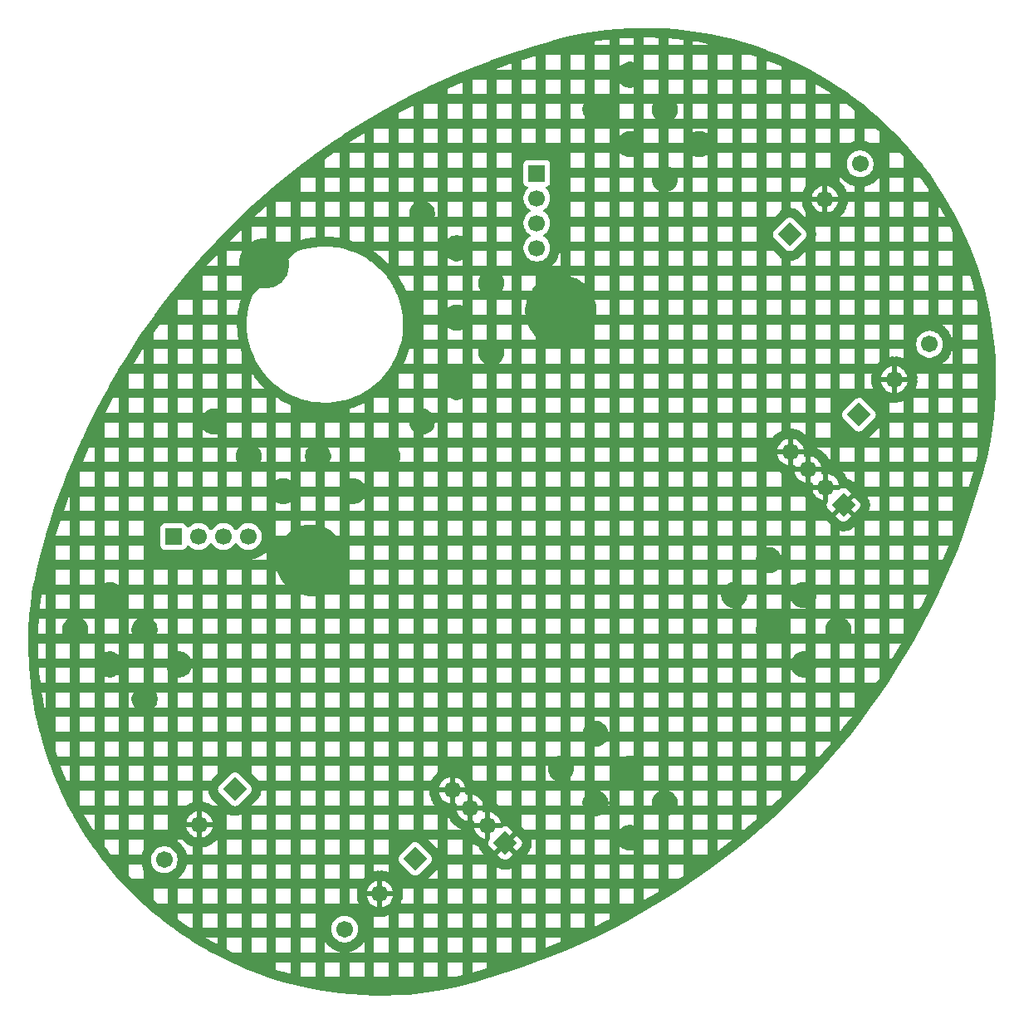
<source format=gbr>
G04 #@! TF.GenerationSoftware,KiCad,Pcbnew,9.0.2*
G04 #@! TF.CreationDate,2025-09-26T14:37:57-04:00*
G04 #@! TF.ProjectId,Trackball,54726163-6b62-4616-9c6c-2e6b69636164,rev?*
G04 #@! TF.SameCoordinates,Original*
G04 #@! TF.FileFunction,Copper,L1,Top*
G04 #@! TF.FilePolarity,Positive*
%FSLAX46Y46*%
G04 Gerber Fmt 4.6, Leading zero omitted, Abs format (unit mm)*
G04 Created by KiCad (PCBNEW 9.0.2) date 2025-09-26 14:37:57*
%MOMM*%
%LPD*%
G01*
G04 APERTURE LIST*
G04 Aperture macros list*
%AMRotRect*
0 Rectangle, with rotation*
0 The origin of the aperture is its center*
0 $1 length*
0 $2 width*
0 $3 Rotation angle, in degrees counterclockwise*
0 Add horizontal line*
21,1,$1,$2,0,0,$3*%
G04 Aperture macros list end*
G04 #@! TA.AperFunction,ComponentPad*
%ADD10RotRect,1.701800X1.701800X135.000000*%
G04 #@! TD*
G04 #@! TA.AperFunction,ComponentPad*
%ADD11C,1.701800*%
G04 #@! TD*
G04 #@! TA.AperFunction,ComponentPad*
%ADD12RotRect,1.700000X1.700000X225.000000*%
G04 #@! TD*
G04 #@! TA.AperFunction,ComponentPad*
%ADD13C,1.700000*%
G04 #@! TD*
G04 #@! TA.AperFunction,ComponentPad*
%ADD14R,1.700000X1.700000*%
G04 #@! TD*
G04 #@! TA.AperFunction,ComponentPad*
%ADD15C,7.000000*%
G04 #@! TD*
G04 #@! TA.AperFunction,ComponentPad*
%ADD16RotRect,1.701800X1.701800X315.000000*%
G04 #@! TD*
G04 #@! TA.AperFunction,ComponentPad*
%ADD17C,5.000000*%
G04 #@! TD*
G04 #@! TA.AperFunction,ViaPad*
%ADD18C,0.800000*%
G04 #@! TD*
G04 APERTURE END LIST*
D10*
X245597999Y-60516649D03*
D11*
X249190101Y-56924547D03*
X252782204Y-53332444D03*
D10*
X252669067Y-78901425D03*
D11*
X256261169Y-75309323D03*
X259853272Y-71717220D03*
D12*
X251079491Y-88082500D03*
D13*
X249283440Y-86286449D03*
X247487389Y-84490398D03*
X245691337Y-82694346D03*
D12*
X216595307Y-122566683D03*
D13*
X214799256Y-120770632D03*
X213003205Y-118974581D03*
X211207153Y-117178529D03*
D14*
X219823957Y-54292623D03*
D13*
X219823957Y-56832623D03*
X219823957Y-59372622D03*
X219823957Y-61912623D03*
D14*
X182798359Y-91318221D03*
D13*
X185338359Y-91318221D03*
X187878358Y-91318221D03*
X190418359Y-91318221D03*
D15*
X222263475Y-68294824D03*
D16*
X189029456Y-117085192D03*
D11*
X185437354Y-120677294D03*
X181845251Y-124269397D03*
D17*
X192070016Y-63557208D03*
D16*
X207414233Y-124156259D03*
D11*
X203822131Y-127748361D03*
X200230028Y-131340464D03*
D15*
X196807631Y-93750668D03*
D18*
X247012213Y-104357270D03*
X176301534Y-97286202D03*
X232870077Y-118499405D03*
X208121340Y-79608532D03*
X211656873Y-61930863D03*
X243476679Y-93750668D03*
X232870077Y-47788727D03*
X211656873Y-76072998D03*
X232870077Y-54859795D03*
X204585806Y-83144066D03*
X236405611Y-51324261D03*
X225799009Y-47788727D03*
X190443670Y-83144066D03*
X229334543Y-114963871D03*
X222263475Y-114963871D03*
X201050272Y-86679600D03*
X179837068Y-100821736D03*
X215192407Y-72537464D03*
X215192407Y-65466397D03*
X229334543Y-51324261D03*
X186908136Y-79608532D03*
X239941145Y-97286202D03*
X225799009Y-111428337D03*
X225799009Y-118499405D03*
X179837068Y-107892804D03*
X208121340Y-58395329D03*
X197514738Y-83144066D03*
X183372602Y-104357270D03*
X229334543Y-44253193D03*
X176301534Y-104357270D03*
X250547746Y-100821736D03*
X211656873Y-69001931D03*
X193979204Y-86679600D03*
X229334543Y-122034939D03*
X247012213Y-97286202D03*
X243476679Y-100821736D03*
X172766000Y-100821736D03*
G04 #@! TA.AperFunction,Conductor*
G36*
X231631690Y-39477326D02*
G01*
X231635838Y-39477428D01*
X232818048Y-39526155D01*
X232822130Y-39526390D01*
X234002130Y-39614188D01*
X234006234Y-39614561D01*
X235154267Y-39738273D01*
X235182636Y-39741330D01*
X235186769Y-39741844D01*
X236358372Y-39907451D01*
X236362395Y-39908088D01*
X237527884Y-40112350D01*
X237531898Y-40113122D01*
X238689997Y-40355815D01*
X238693992Y-40356721D01*
X239517224Y-40557873D01*
X239843411Y-40637575D01*
X239847442Y-40638631D01*
X240986914Y-40957333D01*
X240990891Y-40958517D01*
X242119185Y-41314723D01*
X242123121Y-41316037D01*
X243239042Y-41709369D01*
X243242921Y-41710809D01*
X243343022Y-41749859D01*
X244345229Y-42140830D01*
X244349040Y-42142389D01*
X245436610Y-42608666D01*
X245440308Y-42610326D01*
X246511777Y-43112273D01*
X246515521Y-43114103D01*
X247569778Y-43651195D01*
X247573460Y-43653148D01*
X248609369Y-44224805D01*
X248612977Y-44226874D01*
X249629473Y-44832511D01*
X249632975Y-44834677D01*
X250628855Y-45473577D01*
X250632321Y-45475882D01*
X250782207Y-45579193D01*
X251606539Y-46147375D01*
X251609930Y-46149797D01*
X252561354Y-46853099D01*
X252564664Y-46855631D01*
X253024567Y-47219718D01*
X253487932Y-47586546D01*
X253492345Y-47590039D01*
X253495569Y-47592679D01*
X254398447Y-48357358D01*
X254401582Y-48360104D01*
X255278701Y-49154241D01*
X255281717Y-49157064D01*
X255863293Y-49719718D01*
X256132072Y-49979752D01*
X256135012Y-49982691D01*
X256241096Y-50092344D01*
X256957721Y-50833078D01*
X256960569Y-50836121D01*
X257754690Y-51713231D01*
X257757435Y-51716366D01*
X258522091Y-52619229D01*
X258524728Y-52622449D01*
X259135506Y-53393973D01*
X259259149Y-53550156D01*
X259261681Y-53553466D01*
X259965002Y-54504929D01*
X259967423Y-54508321D01*
X260638884Y-55482504D01*
X260641192Y-55485974D01*
X261280073Y-56481837D01*
X261282265Y-56485381D01*
X261887865Y-57501830D01*
X261889939Y-57505445D01*
X262461603Y-58541381D01*
X262463556Y-58545062D01*
X263000653Y-59599346D01*
X263002471Y-59603065D01*
X263504399Y-60674511D01*
X263506104Y-60678313D01*
X263972333Y-61765789D01*
X263973911Y-61769646D01*
X264403910Y-62871916D01*
X264405360Y-62875823D01*
X264798668Y-63991697D01*
X264799989Y-63995650D01*
X265156200Y-65123985D01*
X265157388Y-65127979D01*
X265476073Y-66267416D01*
X265477129Y-66271447D01*
X265757965Y-67420826D01*
X265758887Y-67424890D01*
X266001555Y-68582901D01*
X266002343Y-68586994D01*
X266206592Y-69752450D01*
X266207243Y-69756566D01*
X266372831Y-70928092D01*
X266373346Y-70932227D01*
X266500104Y-72108607D01*
X266500482Y-72112757D01*
X266588269Y-73292695D01*
X266588509Y-73296856D01*
X266637225Y-74479018D01*
X266637328Y-74483184D01*
X266646925Y-75666337D01*
X266646890Y-75670504D01*
X266617354Y-76853328D01*
X266617181Y-76857492D01*
X266548546Y-78038696D01*
X266548235Y-78042852D01*
X266440578Y-79221094D01*
X266440131Y-79225237D01*
X266293560Y-80399347D01*
X266292975Y-80403473D01*
X266107522Y-81572944D01*
X266107181Y-81574983D01*
X266103404Y-81596505D01*
X266102393Y-81618803D01*
X265731100Y-83197513D01*
X265730418Y-83200275D01*
X265312347Y-84813488D01*
X265311602Y-84816235D01*
X264857205Y-86419585D01*
X264856398Y-86422314D01*
X264365916Y-88014966D01*
X264365048Y-88017676D01*
X263838704Y-89598896D01*
X263837774Y-89601586D01*
X263275886Y-91170425D01*
X263274897Y-91173093D01*
X262677685Y-92728935D01*
X262676635Y-92731580D01*
X262044463Y-94273475D01*
X262043354Y-94276096D01*
X261376491Y-95803389D01*
X261375322Y-95805984D01*
X260674178Y-97317734D01*
X260672952Y-97320302D01*
X259937820Y-98815884D01*
X259936536Y-98818424D01*
X259167813Y-100297023D01*
X259166472Y-100299533D01*
X258364543Y-101760412D01*
X258363145Y-101762891D01*
X257528443Y-103205258D01*
X257526990Y-103207704D01*
X256659938Y-104630832D01*
X256658430Y-104633246D01*
X255759441Y-106036454D01*
X255757879Y-106038833D01*
X254827402Y-107421424D01*
X254825786Y-107423767D01*
X253864377Y-108784909D01*
X253862710Y-108787214D01*
X252870796Y-110126309D01*
X252869076Y-110128577D01*
X251847120Y-111444999D01*
X251845349Y-111447227D01*
X250793968Y-112740174D01*
X250792148Y-112742361D01*
X249711836Y-114011234D01*
X249709967Y-114013380D01*
X248601257Y-115257548D01*
X248599340Y-115259651D01*
X247462837Y-116478439D01*
X247460873Y-116480499D01*
X246297070Y-117673374D01*
X246295059Y-117675388D01*
X245104703Y-118841586D01*
X245102648Y-118843555D01*
X243886186Y-119982639D01*
X243884087Y-119984560D01*
X242642256Y-121095840D01*
X242640114Y-121097714D01*
X241373476Y-122180686D01*
X241371292Y-122182511D01*
X240080533Y-123236588D01*
X240078309Y-123238363D01*
X238764049Y-124263041D01*
X238761785Y-124264765D01*
X237424759Y-125259468D01*
X237422457Y-125261141D01*
X236063250Y-126225435D01*
X236060910Y-126227055D01*
X234680335Y-127160364D01*
X234677960Y-127161931D01*
X233276626Y-128063843D01*
X233274216Y-128065356D01*
X231852859Y-128935397D01*
X231850415Y-128936855D01*
X230409811Y-129774550D01*
X230407335Y-129775953D01*
X228948147Y-130580917D01*
X228945639Y-130582264D01*
X227468647Y-131354066D01*
X227466111Y-131355355D01*
X225972065Y-132093603D01*
X225969499Y-132094835D01*
X224459158Y-132799154D01*
X224456566Y-132800327D01*
X222930723Y-133470348D01*
X222928104Y-133471463D01*
X221387493Y-134106863D01*
X221384850Y-134107918D01*
X219830334Y-134708341D01*
X219827668Y-134709337D01*
X218259886Y-135274536D01*
X218257198Y-135275470D01*
X216677158Y-135805083D01*
X216674450Y-135805957D01*
X215082824Y-136299758D01*
X215080097Y-136300571D01*
X213477685Y-136758312D01*
X213474939Y-136759063D01*
X211862602Y-137180496D01*
X211859841Y-137181184D01*
X210242069Y-137565224D01*
X210233264Y-137566985D01*
X209085146Y-137754380D01*
X209081082Y-137754976D01*
X207924578Y-137905220D01*
X207920496Y-137905683D01*
X206759696Y-138018150D01*
X206755601Y-138018479D01*
X205591794Y-138093045D01*
X205587691Y-138093241D01*
X204422046Y-138129831D01*
X204417939Y-138129893D01*
X203251722Y-138128467D01*
X203247615Y-138128395D01*
X202082064Y-138088956D01*
X202077961Y-138088750D01*
X200914334Y-138011339D01*
X200910241Y-138011000D01*
X199749723Y-137895696D01*
X199745642Y-137895223D01*
X198589538Y-137742156D01*
X198585475Y-137741551D01*
X197434927Y-137550873D01*
X197430886Y-137550135D01*
X196287203Y-137322061D01*
X196283188Y-137321192D01*
X195147543Y-137055957D01*
X195143559Y-137054958D01*
X194017143Y-136752841D01*
X194013193Y-136751712D01*
X192897232Y-136413039D01*
X192893322Y-136411782D01*
X192176096Y-136168317D01*
X195735070Y-136168317D01*
X195963712Y-136221718D01*
X197237070Y-136221718D01*
X198235070Y-136221718D01*
X199737070Y-136221718D01*
X200735070Y-136221718D01*
X202237070Y-136221718D01*
X203235070Y-136221718D01*
X204737070Y-136221718D01*
X205735070Y-136221718D01*
X207237070Y-136221718D01*
X208235070Y-136221718D01*
X209737070Y-136221718D01*
X210735070Y-136221718D01*
X211580681Y-136221718D01*
X211619736Y-136212446D01*
X212237070Y-136051087D01*
X212237070Y-135789695D01*
X213235070Y-135789695D01*
X214737070Y-135360637D01*
X214737070Y-134719718D01*
X213235070Y-134719718D01*
X213235070Y-135789695D01*
X212237070Y-135789695D01*
X212237070Y-134719718D01*
X210735070Y-134719718D01*
X210735070Y-136221718D01*
X209737070Y-136221718D01*
X209737070Y-134719718D01*
X208235070Y-134719718D01*
X208235070Y-136221718D01*
X207237070Y-136221718D01*
X207237070Y-134719718D01*
X205735070Y-134719718D01*
X205735070Y-136221718D01*
X204737070Y-136221718D01*
X204737070Y-134719718D01*
X203235070Y-134719718D01*
X203235070Y-136221718D01*
X202237070Y-136221718D01*
X202237070Y-134719718D01*
X200735070Y-134719718D01*
X200735070Y-136221718D01*
X199737070Y-136221718D01*
X199737070Y-134719718D01*
X198235070Y-134719718D01*
X198235070Y-136221718D01*
X197237070Y-136221718D01*
X197237070Y-134719718D01*
X195735070Y-134719718D01*
X195735070Y-136168317D01*
X192176096Y-136168317D01*
X191789030Y-136036926D01*
X191785162Y-136035543D01*
X190693629Y-135624871D01*
X190689808Y-135623362D01*
X190325631Y-135472619D01*
X193235070Y-135472619D01*
X194289392Y-135792586D01*
X194737070Y-135912657D01*
X194737070Y-134719718D01*
X193235070Y-134719718D01*
X193235070Y-135472619D01*
X190325631Y-135472619D01*
X189612242Y-135177328D01*
X189608473Y-135175695D01*
X188578193Y-134709337D01*
X188546027Y-134694777D01*
X188542322Y-134693026D01*
X187496130Y-134177737D01*
X187492475Y-134175862D01*
X187364205Y-134107401D01*
X187207737Y-134023890D01*
X186463635Y-133626742D01*
X186460043Y-133624749D01*
X186120776Y-133429205D01*
X188235070Y-133429205D01*
X188828957Y-133721718D01*
X189737070Y-133721718D01*
X190735070Y-133721718D01*
X192237070Y-133721718D01*
X193235070Y-133721718D01*
X194737070Y-133721718D01*
X195735070Y-133721718D01*
X197237070Y-133721718D01*
X198235070Y-133721718D01*
X199737070Y-133721718D01*
X199737070Y-133649173D01*
X199736233Y-133649041D01*
X199731360Y-133648171D01*
X199724986Y-133646903D01*
X200735070Y-133646903D01*
X200735070Y-133721718D01*
X202237070Y-133721718D01*
X203235070Y-133721718D01*
X204737070Y-133721718D01*
X205735070Y-133721718D01*
X207237070Y-133721718D01*
X208235070Y-133721718D01*
X209737070Y-133721718D01*
X210735070Y-133721718D01*
X212237070Y-133721718D01*
X213235070Y-133721718D01*
X214737070Y-133721718D01*
X215735070Y-133721718D01*
X217237070Y-133721718D01*
X218235070Y-133721718D01*
X219614840Y-133721718D01*
X219737070Y-133674507D01*
X219737070Y-133289035D01*
X220735070Y-133289035D01*
X221016072Y-133180500D01*
X222237070Y-132676918D01*
X222237070Y-132219718D01*
X220735070Y-132219718D01*
X220735070Y-133289035D01*
X219737070Y-133289035D01*
X219737070Y-132219718D01*
X218235070Y-132219718D01*
X218235070Y-133721718D01*
X217237070Y-133721718D01*
X217237070Y-132219718D01*
X215735070Y-132219718D01*
X215735070Y-133721718D01*
X214737070Y-133721718D01*
X214737070Y-132219718D01*
X213235070Y-132219718D01*
X213235070Y-133721718D01*
X212237070Y-133721718D01*
X212237070Y-132219718D01*
X210735070Y-132219718D01*
X210735070Y-133721718D01*
X209737070Y-133721718D01*
X209737070Y-132219718D01*
X208235070Y-132219718D01*
X208235070Y-133721718D01*
X207237070Y-133721718D01*
X207237070Y-132219718D01*
X205735070Y-132219718D01*
X205735070Y-133721718D01*
X204737070Y-133721718D01*
X204737070Y-132219718D01*
X203235070Y-132219718D01*
X203235070Y-133721718D01*
X202237070Y-133721718D01*
X202237070Y-132585097D01*
X202233394Y-132591097D01*
X202230727Y-132595264D01*
X202214445Y-132619633D01*
X202211614Y-132623695D01*
X202062802Y-132828517D01*
X202059815Y-132832463D01*
X202041683Y-132855463D01*
X202038547Y-132859284D01*
X202013089Y-132889093D01*
X202009802Y-132892792D01*
X201989907Y-132914315D01*
X201986476Y-132917883D01*
X201807447Y-133096912D01*
X201803879Y-133100343D01*
X201782356Y-133120238D01*
X201778657Y-133123525D01*
X201748848Y-133148983D01*
X201745027Y-133152119D01*
X201722027Y-133170251D01*
X201718081Y-133173238D01*
X201513259Y-133322050D01*
X201509197Y-133324881D01*
X201484828Y-133341163D01*
X201480661Y-133343830D01*
X201447237Y-133364311D01*
X201442971Y-133366812D01*
X201417415Y-133381124D01*
X201413052Y-133383456D01*
X201187472Y-133498394D01*
X201183021Y-133500553D01*
X201156406Y-133512823D01*
X201151869Y-133514807D01*
X201115653Y-133529807D01*
X201111049Y-133531609D01*
X201083569Y-133541747D01*
X201078894Y-133543368D01*
X200838106Y-133621605D01*
X200833371Y-133623041D01*
X200805154Y-133630999D01*
X200800359Y-133632250D01*
X200762240Y-133641399D01*
X200757416Y-133642458D01*
X200735070Y-133646903D01*
X199724986Y-133646903D01*
X199702640Y-133642458D01*
X199697816Y-133641399D01*
X199659697Y-133632250D01*
X199654902Y-133630999D01*
X199626685Y-133623041D01*
X199621950Y-133621605D01*
X199381162Y-133543368D01*
X199376487Y-133541747D01*
X199349007Y-133531609D01*
X199344403Y-133529807D01*
X199308187Y-133514807D01*
X199303650Y-133512823D01*
X199277035Y-133500553D01*
X199272584Y-133498394D01*
X199047004Y-133383456D01*
X199042641Y-133381124D01*
X199017085Y-133366812D01*
X199012819Y-133364311D01*
X198979395Y-133343830D01*
X198975228Y-133341163D01*
X198950859Y-133324881D01*
X198946797Y-133322050D01*
X198741975Y-133173238D01*
X198738029Y-133170251D01*
X198715029Y-133152119D01*
X198711208Y-133148983D01*
X198681399Y-133123525D01*
X198677700Y-133120238D01*
X198656177Y-133100343D01*
X198652609Y-133096912D01*
X198473580Y-132917883D01*
X198470149Y-132914315D01*
X198450254Y-132892792D01*
X198446967Y-132889093D01*
X198421509Y-132859284D01*
X198418373Y-132855463D01*
X198400241Y-132832463D01*
X198397254Y-132828517D01*
X198248442Y-132623695D01*
X198245611Y-132619633D01*
X198235070Y-132603856D01*
X198235070Y-133721718D01*
X197237070Y-133721718D01*
X197237070Y-132219718D01*
X195735070Y-132219718D01*
X195735070Y-133721718D01*
X194737070Y-133721718D01*
X194737070Y-132219718D01*
X193235070Y-132219718D01*
X193235070Y-133721718D01*
X192237070Y-133721718D01*
X192237070Y-132219718D01*
X190735070Y-132219718D01*
X190735070Y-133721718D01*
X189737070Y-133721718D01*
X189737070Y-132219718D01*
X188235070Y-132219718D01*
X188235070Y-133429205D01*
X186120776Y-133429205D01*
X185449643Y-133042382D01*
X185446118Y-133040273D01*
X184455251Y-132425288D01*
X184451797Y-132423066D01*
X184146821Y-132219718D01*
X186020868Y-132219718D01*
X186946071Y-132752979D01*
X187237070Y-132908293D01*
X187237070Y-132219718D01*
X186020868Y-132219718D01*
X184146821Y-132219718D01*
X183481463Y-131776080D01*
X183478083Y-131773745D01*
X182722388Y-131233479D01*
X198870628Y-131233479D01*
X198870628Y-131447448D01*
X198904100Y-131658793D01*
X198948181Y-131794459D01*
X198970222Y-131862293D01*
X199067364Y-132052945D01*
X199193135Y-132226054D01*
X199193137Y-132226056D01*
X199193139Y-132226059D01*
X199344432Y-132377352D01*
X199344435Y-132377354D01*
X199344438Y-132377357D01*
X199517547Y-132503128D01*
X199708199Y-132600270D01*
X199911701Y-132666392D01*
X200123041Y-132699864D01*
X200123043Y-132699864D01*
X200337013Y-132699864D01*
X200337015Y-132699864D01*
X200548355Y-132666392D01*
X200751857Y-132600270D01*
X200942509Y-132503128D01*
X201115618Y-132377357D01*
X201266921Y-132226054D01*
X201392692Y-132052945D01*
X201489834Y-131862293D01*
X201555956Y-131658791D01*
X201589428Y-131447451D01*
X201589428Y-131233477D01*
X201555956Y-131022137D01*
X201489834Y-130818635D01*
X201392692Y-130627983D01*
X201266921Y-130454874D01*
X201266918Y-130454871D01*
X201266916Y-130454868D01*
X201115623Y-130303575D01*
X201115620Y-130303573D01*
X201115618Y-130303571D01*
X200942509Y-130177800D01*
X200751857Y-130080658D01*
X200684023Y-130058617D01*
X200611363Y-130035008D01*
X203235070Y-130035008D01*
X203235070Y-131221718D01*
X204737070Y-131221718D01*
X205735070Y-131221718D01*
X207237070Y-131221718D01*
X208235070Y-131221718D01*
X209737070Y-131221718D01*
X210735070Y-131221718D01*
X212237070Y-131221718D01*
X213235070Y-131221718D01*
X214737070Y-131221718D01*
X215735070Y-131221718D01*
X217237070Y-131221718D01*
X218235070Y-131221718D01*
X219737070Y-131221718D01*
X220735070Y-131221718D01*
X222237070Y-131221718D01*
X223235070Y-131221718D01*
X224737070Y-131221718D01*
X224737070Y-131097517D01*
X225735070Y-131097517D01*
X227015189Y-130464977D01*
X227237070Y-130349033D01*
X227237070Y-129719718D01*
X225735070Y-129719718D01*
X225735070Y-131097517D01*
X224737070Y-131097517D01*
X224737070Y-129719718D01*
X223235070Y-129719718D01*
X223235070Y-131221718D01*
X222237070Y-131221718D01*
X222237070Y-129719718D01*
X220735070Y-129719718D01*
X220735070Y-131221718D01*
X219737070Y-131221718D01*
X219737070Y-129719718D01*
X218235070Y-129719718D01*
X218235070Y-131221718D01*
X217237070Y-131221718D01*
X217237070Y-129719718D01*
X215735070Y-129719718D01*
X215735070Y-131221718D01*
X214737070Y-131221718D01*
X214737070Y-129719718D01*
X213235070Y-129719718D01*
X213235070Y-131221718D01*
X212237070Y-131221718D01*
X212237070Y-129719718D01*
X210735070Y-129719718D01*
X210735070Y-131221718D01*
X209737070Y-131221718D01*
X209737070Y-129719718D01*
X208235070Y-129719718D01*
X208235070Y-131221718D01*
X207237070Y-131221718D01*
X207237070Y-129719718D01*
X205735070Y-129719718D01*
X205735070Y-131221718D01*
X204737070Y-131221718D01*
X204737070Y-129925019D01*
X204707565Y-129937240D01*
X204702958Y-129939043D01*
X204675477Y-129949181D01*
X204670803Y-129950802D01*
X204430107Y-130029008D01*
X204425378Y-130030443D01*
X204397198Y-130038392D01*
X204392412Y-130039641D01*
X204354292Y-130048795D01*
X204349453Y-130049857D01*
X204320692Y-130055578D01*
X204315819Y-130056448D01*
X204013205Y-130104372D01*
X203959293Y-130101192D01*
X203822130Y-130062505D01*
X203684967Y-130101192D01*
X203631055Y-130104372D01*
X203328442Y-130056448D01*
X203323568Y-130055578D01*
X203294808Y-130049857D01*
X203289970Y-130048795D01*
X203251850Y-130039641D01*
X203247064Y-130038392D01*
X203235070Y-130035008D01*
X200611363Y-130035008D01*
X200548357Y-130014536D01*
X200442685Y-129997800D01*
X200337015Y-129981064D01*
X200123041Y-129981064D01*
X200038505Y-129994452D01*
X199911698Y-130014536D01*
X199708199Y-130080658D01*
X199708197Y-130080659D01*
X199517543Y-130177802D01*
X199344435Y-130303573D01*
X199344432Y-130303575D01*
X199193139Y-130454868D01*
X199193137Y-130454871D01*
X199067366Y-130627979D01*
X198970223Y-130818633D01*
X198970222Y-130818635D01*
X198904100Y-131022134D01*
X198904100Y-131022137D01*
X198872491Y-131221718D01*
X198870628Y-131233479D01*
X182722388Y-131233479D01*
X182705937Y-131221718D01*
X182529400Y-131095507D01*
X182526127Y-131093086D01*
X181856963Y-130580917D01*
X181600023Y-130384258D01*
X181596802Y-130381709D01*
X181586396Y-130373192D01*
X183235070Y-130373192D01*
X184046915Y-130953601D01*
X184449030Y-131221718D01*
X184737070Y-131221718D01*
X185735070Y-131221718D01*
X187237070Y-131221718D01*
X188235070Y-131221718D01*
X189737070Y-131221718D01*
X190735070Y-131221718D01*
X192237070Y-131221718D01*
X193235070Y-131221718D01*
X194737070Y-131221718D01*
X195735070Y-131221718D01*
X197237070Y-131221718D01*
X197237070Y-129719718D01*
X195735070Y-129719718D01*
X195735070Y-131221718D01*
X194737070Y-131221718D01*
X194737070Y-129719718D01*
X193235070Y-129719718D01*
X193235070Y-131221718D01*
X192237070Y-131221718D01*
X192237070Y-129719718D01*
X190735070Y-129719718D01*
X190735070Y-131221718D01*
X189737070Y-131221718D01*
X189737070Y-129719718D01*
X188235070Y-129719718D01*
X188235070Y-131221718D01*
X187237070Y-131221718D01*
X187237070Y-129719718D01*
X185735070Y-129719718D01*
X185735070Y-131221718D01*
X184737070Y-131221718D01*
X184737070Y-129719718D01*
X183235070Y-129719718D01*
X183235070Y-130373192D01*
X181586396Y-130373192D01*
X180694302Y-129643075D01*
X180691166Y-129640421D01*
X179813218Y-128872755D01*
X179810171Y-128870002D01*
X179256522Y-128353102D01*
X180735070Y-128353102D01*
X181156640Y-128721718D01*
X182237070Y-128721718D01*
X183235070Y-128721718D01*
X184737070Y-128721718D01*
X185735070Y-128721718D01*
X187237070Y-128721718D01*
X188235070Y-128721718D01*
X189737070Y-128721718D01*
X190735070Y-128721718D01*
X192237070Y-128721718D01*
X193235070Y-128721718D01*
X194737070Y-128721718D01*
X195735070Y-128721718D01*
X197237070Y-128721718D01*
X198235070Y-128721718D01*
X199737070Y-128721718D01*
X200735070Y-128721718D01*
X201672870Y-128721718D01*
X201664664Y-128705613D01*
X201662504Y-128701159D01*
X201650235Y-128674544D01*
X201648251Y-128670009D01*
X201633251Y-128633792D01*
X201631450Y-128629189D01*
X201621312Y-128601709D01*
X201619691Y-128597034D01*
X201541478Y-128356321D01*
X201540041Y-128351584D01*
X201532084Y-128323368D01*
X201530834Y-128318577D01*
X201521685Y-128280460D01*
X201520625Y-128275629D01*
X201514914Y-128246913D01*
X201514045Y-128242048D01*
X201466116Y-127939453D01*
X201469296Y-127885540D01*
X201507984Y-127748360D01*
X201469295Y-127611178D01*
X201466116Y-127557265D01*
X201476080Y-127494360D01*
X202486522Y-127494360D01*
X203279537Y-127494360D01*
X203265908Y-127517966D01*
X203225231Y-127669778D01*
X203225231Y-127826944D01*
X203265908Y-127978756D01*
X203279537Y-128002361D01*
X202486522Y-128002361D01*
X202496693Y-128066577D01*
X202562787Y-128269993D01*
X202562790Y-128269999D01*
X202659897Y-128460583D01*
X202785621Y-128633627D01*
X202936864Y-128784870D01*
X203109908Y-128910594D01*
X203300492Y-129007701D01*
X203300498Y-129007704D01*
X203503923Y-129073800D01*
X203568130Y-129083969D01*
X203568130Y-128290954D01*
X203591736Y-128304584D01*
X203743548Y-128345261D01*
X203900714Y-128345261D01*
X204052526Y-128304584D01*
X204076131Y-128290955D01*
X204076131Y-129083968D01*
X204140338Y-129073800D01*
X204343763Y-129007704D01*
X204343769Y-129007701D01*
X204534353Y-128910594D01*
X204707397Y-128784870D01*
X204770549Y-128721718D01*
X205971392Y-128721718D01*
X207237070Y-128721718D01*
X208235070Y-128721718D01*
X209737070Y-128721718D01*
X210735070Y-128721718D01*
X212237070Y-128721718D01*
X213235070Y-128721718D01*
X214737070Y-128721718D01*
X215735070Y-128721718D01*
X217237070Y-128721718D01*
X218235070Y-128721718D01*
X219737070Y-128721718D01*
X220735070Y-128721718D01*
X222237070Y-128721718D01*
X223235070Y-128721718D01*
X224737070Y-128721718D01*
X225735070Y-128721718D01*
X227237070Y-128721718D01*
X228235070Y-128721718D01*
X229737070Y-128721718D01*
X229737070Y-128430952D01*
X230735070Y-128430952D01*
X231340257Y-128079042D01*
X232237070Y-127530085D01*
X232237070Y-127219718D01*
X230735070Y-127219718D01*
X230735070Y-128430952D01*
X229737070Y-128430952D01*
X229737070Y-127219718D01*
X228235070Y-127219718D01*
X228235070Y-128721718D01*
X227237070Y-128721718D01*
X227237070Y-127219718D01*
X225735070Y-127219718D01*
X225735070Y-128721718D01*
X224737070Y-128721718D01*
X224737070Y-127219718D01*
X223235070Y-127219718D01*
X223235070Y-128721718D01*
X222237070Y-128721718D01*
X222237070Y-127219718D01*
X220735070Y-127219718D01*
X220735070Y-128721718D01*
X219737070Y-128721718D01*
X219737070Y-127219718D01*
X218235070Y-127219718D01*
X218235070Y-128721718D01*
X217237070Y-128721718D01*
X217237070Y-127219718D01*
X215735070Y-127219718D01*
X215735070Y-128721718D01*
X214737070Y-128721718D01*
X214737070Y-127219718D01*
X213235070Y-127219718D01*
X213235070Y-128721718D01*
X212237070Y-128721718D01*
X212237070Y-127219718D01*
X210735070Y-127219718D01*
X210735070Y-128721718D01*
X209737070Y-128721718D01*
X209737070Y-127219718D01*
X208235070Y-127219718D01*
X208235070Y-128721718D01*
X207237070Y-128721718D01*
X207237070Y-127219718D01*
X206123337Y-127219718D01*
X206123627Y-127221038D01*
X206129348Y-127249798D01*
X206130218Y-127254672D01*
X206178142Y-127557285D01*
X206174962Y-127611197D01*
X206136275Y-127748360D01*
X206174962Y-127885523D01*
X206178142Y-127939435D01*
X206130218Y-128242049D01*
X206129348Y-128246922D01*
X206123627Y-128275683D01*
X206122565Y-128280522D01*
X206113411Y-128318642D01*
X206112162Y-128323428D01*
X206104213Y-128351608D01*
X206102778Y-128356337D01*
X206024572Y-128597033D01*
X206022951Y-128601707D01*
X206012813Y-128629188D01*
X206011010Y-128633795D01*
X205996009Y-128670012D01*
X205994027Y-128674544D01*
X205981758Y-128701159D01*
X205979598Y-128705613D01*
X205971392Y-128721718D01*
X204770549Y-128721718D01*
X204858640Y-128633627D01*
X204984364Y-128460583D01*
X205081471Y-128269999D01*
X205081474Y-128269993D01*
X205147570Y-128066568D01*
X205157739Y-128002361D01*
X204364725Y-128002361D01*
X204378354Y-127978756D01*
X204419031Y-127826944D01*
X204419031Y-127669778D01*
X204378354Y-127517966D01*
X204364725Y-127494360D01*
X205157739Y-127494360D01*
X205147570Y-127430153D01*
X205081474Y-127226728D01*
X205081471Y-127226722D01*
X204984364Y-127036138D01*
X204858640Y-126863094D01*
X204707397Y-126711851D01*
X204534353Y-126586127D01*
X204343769Y-126489020D01*
X204343763Y-126489017D01*
X204140347Y-126422923D01*
X204076131Y-126412752D01*
X204076131Y-127205766D01*
X204052526Y-127192138D01*
X203900714Y-127151461D01*
X203743548Y-127151461D01*
X203591736Y-127192138D01*
X203568130Y-127205767D01*
X203568130Y-126412752D01*
X203503915Y-126422923D01*
X203300498Y-126489017D01*
X203300492Y-126489020D01*
X203109908Y-126586127D01*
X202936864Y-126711851D01*
X202785621Y-126863094D01*
X202659897Y-127036138D01*
X202562790Y-127226722D01*
X202562787Y-127226728D01*
X202496693Y-127430145D01*
X202486522Y-127494360D01*
X201476080Y-127494360D01*
X201514045Y-127254668D01*
X201514915Y-127249797D01*
X201520629Y-127221073D01*
X201520926Y-127219718D01*
X200735070Y-127219718D01*
X200735070Y-128721718D01*
X199737070Y-128721718D01*
X199737070Y-127219718D01*
X198235070Y-127219718D01*
X198235070Y-128721718D01*
X197237070Y-128721718D01*
X197237070Y-127219718D01*
X195735070Y-127219718D01*
X195735070Y-128721718D01*
X194737070Y-128721718D01*
X194737070Y-127219718D01*
X193235070Y-127219718D01*
X193235070Y-128721718D01*
X192237070Y-128721718D01*
X192237070Y-127219718D01*
X190735070Y-127219718D01*
X190735070Y-128721718D01*
X189737070Y-128721718D01*
X189737070Y-127219718D01*
X188235070Y-127219718D01*
X188235070Y-128721718D01*
X187237070Y-128721718D01*
X187237070Y-127219718D01*
X185735070Y-127219718D01*
X185735070Y-128721718D01*
X184737070Y-128721718D01*
X184737070Y-127219718D01*
X183235070Y-127219718D01*
X183235070Y-128721718D01*
X182237070Y-128721718D01*
X182237070Y-127219718D01*
X180735070Y-127219718D01*
X180735070Y-128353102D01*
X179256522Y-128353102D01*
X178957746Y-128074158D01*
X178954789Y-128071306D01*
X178128732Y-127248071D01*
X178125870Y-127245124D01*
X177327100Y-126395413D01*
X177324336Y-126392375D01*
X176894527Y-125904201D01*
X178235070Y-125904201D01*
X178533550Y-126221718D01*
X179737070Y-126221718D01*
X179737070Y-126173542D01*
X183235070Y-126173542D01*
X183235070Y-126221718D01*
X184737070Y-126221718D01*
X185735070Y-126221718D01*
X187237070Y-126221718D01*
X188235070Y-126221718D01*
X189737070Y-126221718D01*
X190735070Y-126221718D01*
X192237070Y-126221718D01*
X193235070Y-126221718D01*
X194737070Y-126221718D01*
X195735070Y-126221718D01*
X197237070Y-126221718D01*
X198235070Y-126221718D01*
X199737070Y-126221718D01*
X200735070Y-126221718D01*
X202020952Y-126221718D01*
X208682640Y-126221718D01*
X209737070Y-126221718D01*
X210735070Y-126221718D01*
X212237070Y-126221718D01*
X213235070Y-126221718D01*
X214737070Y-126221718D01*
X215735070Y-126221718D01*
X217237070Y-126221718D01*
X218235070Y-126221718D01*
X219737070Y-126221718D01*
X220735070Y-126221718D01*
X222237070Y-126221718D01*
X223235070Y-126221718D01*
X224737070Y-126221718D01*
X225735070Y-126221718D01*
X227237070Y-126221718D01*
X228235070Y-126221718D01*
X229737070Y-126221718D01*
X230735070Y-126221718D01*
X232237070Y-126221718D01*
X233235070Y-126221718D01*
X234286846Y-126221718D01*
X234737070Y-125917352D01*
X234737070Y-124719718D01*
X233235070Y-124719718D01*
X233235070Y-126221718D01*
X232237070Y-126221718D01*
X232237070Y-124719718D01*
X230735070Y-124719718D01*
X230735070Y-126221718D01*
X229737070Y-126221718D01*
X229737070Y-124719718D01*
X228235070Y-124719718D01*
X228235070Y-126221718D01*
X227237070Y-126221718D01*
X227237070Y-124719718D01*
X225735070Y-124719718D01*
X225735070Y-126221718D01*
X224737070Y-126221718D01*
X224737070Y-124719718D01*
X223235070Y-124719718D01*
X223235070Y-126221718D01*
X222237070Y-126221718D01*
X222237070Y-124719718D01*
X220735070Y-124719718D01*
X220735070Y-126221718D01*
X219737070Y-126221718D01*
X219737070Y-124719718D01*
X218235070Y-124719718D01*
X218235070Y-126221718D01*
X217237070Y-126221718D01*
X217237070Y-125131295D01*
X217122053Y-125183822D01*
X217113744Y-125187263D01*
X217063823Y-125205883D01*
X217055291Y-125208723D01*
X216986869Y-125228815D01*
X216978153Y-125231040D01*
X216926078Y-125242369D01*
X216917225Y-125243967D01*
X216702045Y-125274905D01*
X216693101Y-125275866D01*
X216639950Y-125279667D01*
X216630962Y-125279988D01*
X216559652Y-125279988D01*
X216550664Y-125279667D01*
X216497513Y-125275866D01*
X216488569Y-125274905D01*
X216273389Y-125243967D01*
X216264536Y-125242369D01*
X216212461Y-125231040D01*
X216203745Y-125228815D01*
X216135323Y-125208723D01*
X216126791Y-125205883D01*
X216076870Y-125187263D01*
X216068561Y-125183822D01*
X215874882Y-125095372D01*
X215867829Y-125091880D01*
X215826718Y-125069906D01*
X215819897Y-125065982D01*
X215766823Y-125033198D01*
X215760258Y-125028854D01*
X215735070Y-125011030D01*
X215735070Y-126221718D01*
X214737070Y-126221718D01*
X214737070Y-124719718D01*
X213235070Y-124719718D01*
X213235070Y-126221718D01*
X212237070Y-126221718D01*
X212237070Y-124719718D01*
X210735070Y-124719718D01*
X210735070Y-126221718D01*
X209737070Y-126221718D01*
X209737070Y-125166782D01*
X209729022Y-125175273D01*
X209726672Y-125177686D01*
X208682640Y-126221718D01*
X202020952Y-126221718D01*
X202039453Y-126200056D01*
X202042739Y-126196359D01*
X202062634Y-126174836D01*
X202066065Y-126171268D01*
X202237070Y-126000263D01*
X202237070Y-125461713D01*
X203235070Y-125461713D01*
X203247111Y-125458318D01*
X203251899Y-125457069D01*
X203290014Y-125447919D01*
X203294843Y-125446859D01*
X203323567Y-125441145D01*
X203328438Y-125440275D01*
X203631035Y-125392346D01*
X203684948Y-125395525D01*
X203822131Y-125434213D01*
X203959310Y-125395526D01*
X204013223Y-125392346D01*
X204315818Y-125440275D01*
X204320683Y-125441144D01*
X204349399Y-125446855D01*
X204354230Y-125447915D01*
X204392347Y-125457064D01*
X204397138Y-125458314D01*
X204425354Y-125466271D01*
X204430091Y-125467708D01*
X204670804Y-125545921D01*
X204675479Y-125547542D01*
X204702959Y-125557680D01*
X204707562Y-125559481D01*
X204737070Y-125571702D01*
X204737070Y-124719718D01*
X203235070Y-124719718D01*
X203235070Y-125461713D01*
X202237070Y-125461713D01*
X202237070Y-124719718D01*
X200735070Y-124719718D01*
X200735070Y-126221718D01*
X199737070Y-126221718D01*
X199737070Y-124719718D01*
X198235070Y-124719718D01*
X198235070Y-126221718D01*
X197237070Y-126221718D01*
X197237070Y-124719718D01*
X195735070Y-124719718D01*
X195735070Y-126221718D01*
X194737070Y-126221718D01*
X194737070Y-124719718D01*
X193235070Y-124719718D01*
X193235070Y-126221718D01*
X192237070Y-126221718D01*
X192237070Y-124719718D01*
X190735070Y-124719718D01*
X190735070Y-126221718D01*
X189737070Y-126221718D01*
X189737070Y-124719718D01*
X188235070Y-124719718D01*
X188235070Y-126221718D01*
X187237070Y-126221718D01*
X187237070Y-124719718D01*
X185735070Y-124719718D01*
X185735070Y-126221718D01*
X184737070Y-126221718D01*
X184737070Y-124719718D01*
X184160714Y-124719718D01*
X184153828Y-124763193D01*
X184152958Y-124768065D01*
X184147245Y-124796785D01*
X184146186Y-124801609D01*
X184137037Y-124839728D01*
X184135786Y-124844523D01*
X184127828Y-124872740D01*
X184126392Y-124877475D01*
X184048155Y-125118263D01*
X184046534Y-125122938D01*
X184036396Y-125150418D01*
X184034594Y-125155022D01*
X184019594Y-125191238D01*
X184017610Y-125195775D01*
X184005340Y-125222390D01*
X184003181Y-125226841D01*
X183888243Y-125452421D01*
X183885911Y-125456784D01*
X183871599Y-125482340D01*
X183869098Y-125486606D01*
X183848617Y-125520030D01*
X183845950Y-125524197D01*
X183829668Y-125548566D01*
X183826837Y-125552628D01*
X183678025Y-125757450D01*
X183675038Y-125761396D01*
X183656906Y-125784396D01*
X183653770Y-125788217D01*
X183628312Y-125818026D01*
X183625025Y-125821725D01*
X183605130Y-125843248D01*
X183601699Y-125846816D01*
X183422670Y-126025845D01*
X183419102Y-126029276D01*
X183397579Y-126049171D01*
X183393880Y-126052458D01*
X183364071Y-126077916D01*
X183360250Y-126081052D01*
X183337250Y-126099184D01*
X183333304Y-126102171D01*
X183235070Y-126173542D01*
X179737070Y-126173542D01*
X179737070Y-125324479D01*
X179687321Y-125226841D01*
X179685162Y-125222390D01*
X179672892Y-125195775D01*
X179670908Y-125191238D01*
X179655908Y-125155022D01*
X179654106Y-125150418D01*
X179643968Y-125122938D01*
X179642347Y-125118263D01*
X179564110Y-124877475D01*
X179562674Y-124872740D01*
X179554716Y-124844523D01*
X179553465Y-124839728D01*
X179544316Y-124801609D01*
X179543257Y-124796785D01*
X179537544Y-124768065D01*
X179536674Y-124763193D01*
X179529788Y-124719718D01*
X178235070Y-124719718D01*
X178235070Y-125904201D01*
X176894527Y-125904201D01*
X176553669Y-125517056D01*
X176551037Y-125513966D01*
X175959963Y-124796785D01*
X175809319Y-124614000D01*
X175806758Y-124610788D01*
X175461137Y-124162412D01*
X180485851Y-124162412D01*
X180485851Y-124376381D01*
X180519323Y-124587726D01*
X180562211Y-124719718D01*
X180585445Y-124791226D01*
X180682587Y-124981878D01*
X180808358Y-125154987D01*
X180808360Y-125154989D01*
X180808362Y-125154992D01*
X180959655Y-125306285D01*
X180959658Y-125306287D01*
X180959661Y-125306290D01*
X181132770Y-125432061D01*
X181323422Y-125529203D01*
X181526924Y-125595325D01*
X181738264Y-125628797D01*
X181738266Y-125628797D01*
X181952236Y-125628797D01*
X181952238Y-125628797D01*
X182163578Y-125595325D01*
X182367080Y-125529203D01*
X182557732Y-125432061D01*
X182730841Y-125306290D01*
X182882144Y-125154987D01*
X183007915Y-124981878D01*
X183105057Y-124791226D01*
X183171179Y-124587724D01*
X183204651Y-124376384D01*
X183204651Y-124162410D01*
X183203677Y-124156259D01*
X205697150Y-124156259D01*
X205717959Y-124300993D01*
X205778702Y-124434002D01*
X205816923Y-124481431D01*
X207089061Y-125753569D01*
X207136490Y-125791790D01*
X207269499Y-125852533D01*
X207414233Y-125873342D01*
X207558967Y-125852533D01*
X207691976Y-125791790D01*
X207739405Y-125753569D01*
X209011543Y-124481431D01*
X209049764Y-124434002D01*
X209110507Y-124300993D01*
X209131316Y-124156259D01*
X209110507Y-124011525D01*
X209049764Y-123878516D01*
X209011543Y-123831087D01*
X208902174Y-123721718D01*
X210735070Y-123721718D01*
X212237070Y-123721718D01*
X213235070Y-123721718D01*
X214418454Y-123721718D01*
X214284514Y-123587778D01*
X214282159Y-123585359D01*
X214268414Y-123570857D01*
X214266125Y-123568377D01*
X214248266Y-123548494D01*
X214246047Y-123545955D01*
X214233102Y-123530743D01*
X214230950Y-123528145D01*
X214164811Y-123446070D01*
X214160067Y-123439791D01*
X214133136Y-123401732D01*
X214128792Y-123395167D01*
X214096008Y-123342093D01*
X214092084Y-123335272D01*
X214070110Y-123294161D01*
X214066618Y-123287108D01*
X213978168Y-123093429D01*
X213974727Y-123085120D01*
X213956107Y-123035199D01*
X213953267Y-123026667D01*
X213935660Y-122966709D01*
X213918775Y-122960480D01*
X213914168Y-122958677D01*
X213877951Y-122943676D01*
X213873419Y-122941694D01*
X213846804Y-122929425D01*
X213842350Y-122927265D01*
X213616966Y-122812426D01*
X213612603Y-122810094D01*
X213587047Y-122795782D01*
X213582783Y-122793282D01*
X213549358Y-122772801D01*
X213545185Y-122770130D01*
X213520815Y-122753846D01*
X213516756Y-122751018D01*
X213312114Y-122602335D01*
X213308172Y-122599350D01*
X213285172Y-122581219D01*
X213281348Y-122578081D01*
X213251540Y-122552624D01*
X213247841Y-122549337D01*
X213235070Y-122537531D01*
X213235070Y-123721718D01*
X212237070Y-123721718D01*
X212237070Y-122219718D01*
X210735070Y-122219718D01*
X210735070Y-123721718D01*
X208902174Y-123721718D01*
X207739405Y-122558949D01*
X207691976Y-122520728D01*
X207558967Y-122459985D01*
X207414233Y-122439176D01*
X207269498Y-122459985D01*
X207204601Y-122489623D01*
X207136490Y-122520728D01*
X207136486Y-122520730D01*
X207136486Y-122520731D01*
X207089060Y-122558949D01*
X205816923Y-123831086D01*
X205778705Y-123878512D01*
X205778702Y-123878516D01*
X205717959Y-124011525D01*
X205697150Y-124156259D01*
X183203677Y-124156259D01*
X183171179Y-123951070D01*
X183105057Y-123747568D01*
X183007915Y-123556916D01*
X182882144Y-123383807D01*
X182882141Y-123383804D01*
X182882139Y-123383801D01*
X182730846Y-123232508D01*
X182730843Y-123232506D01*
X182730841Y-123232504D01*
X182557732Y-123106733D01*
X182367080Y-123009591D01*
X182299246Y-122987550D01*
X182163580Y-122943469D01*
X182052604Y-122925893D01*
X181952238Y-122909997D01*
X181738264Y-122909997D01*
X181653728Y-122923385D01*
X181526921Y-122943469D01*
X181323422Y-123009591D01*
X181323420Y-123009592D01*
X181132766Y-123106735D01*
X180959658Y-123232506D01*
X180959655Y-123232508D01*
X180808362Y-123383801D01*
X180808360Y-123383804D01*
X180682589Y-123556912D01*
X180585446Y-123747566D01*
X180585445Y-123747568D01*
X180519323Y-123951067D01*
X180485851Y-124162412D01*
X175461137Y-124162412D01*
X175094761Y-123687110D01*
X175092307Y-123683816D01*
X174879558Y-123388376D01*
X174505236Y-122868564D01*
X175735070Y-122868564D01*
X175893857Y-123089069D01*
X176381521Y-123721718D01*
X177237070Y-123721718D01*
X178235070Y-123721718D01*
X179548028Y-123721718D01*
X179553465Y-123699066D01*
X179554716Y-123694271D01*
X179562674Y-123666054D01*
X179564110Y-123661319D01*
X179642347Y-123420531D01*
X179643968Y-123415856D01*
X179654106Y-123388376D01*
X179655908Y-123383772D01*
X179670908Y-123347556D01*
X179672892Y-123343019D01*
X179685162Y-123316404D01*
X179687321Y-123311954D01*
X179737070Y-123214314D01*
X179737070Y-122365251D01*
X183235070Y-122365251D01*
X183333304Y-122436623D01*
X183337250Y-122439610D01*
X183360250Y-122457742D01*
X183364071Y-122460878D01*
X183393880Y-122486336D01*
X183397579Y-122489623D01*
X183419102Y-122509518D01*
X183422670Y-122512949D01*
X183601699Y-122691978D01*
X183605130Y-122695546D01*
X183625025Y-122717069D01*
X183628312Y-122720768D01*
X183653770Y-122750577D01*
X183656906Y-122754398D01*
X183675038Y-122777398D01*
X183678025Y-122781344D01*
X183826837Y-122986166D01*
X183829668Y-122990228D01*
X183845950Y-123014597D01*
X183848617Y-123018764D01*
X183869098Y-123052188D01*
X183871599Y-123056454D01*
X183885911Y-123082010D01*
X183888243Y-123086373D01*
X184003181Y-123311953D01*
X184005340Y-123316404D01*
X184017610Y-123343019D01*
X184019594Y-123347556D01*
X184034594Y-123383772D01*
X184036396Y-123388376D01*
X184046534Y-123415856D01*
X184048155Y-123420531D01*
X184126392Y-123661319D01*
X184127828Y-123666054D01*
X184135786Y-123694271D01*
X184137037Y-123699066D01*
X184142474Y-123721718D01*
X184737070Y-123721718D01*
X184737070Y-123016416D01*
X185735070Y-123016416D01*
X185735070Y-123721718D01*
X187237070Y-123721718D01*
X188235070Y-123721718D01*
X189737070Y-123721718D01*
X190735070Y-123721718D01*
X192237070Y-123721718D01*
X193235070Y-123721718D01*
X194737070Y-123721718D01*
X195735070Y-123721718D01*
X197237070Y-123721718D01*
X198235070Y-123721718D01*
X199737070Y-123721718D01*
X200735070Y-123721718D01*
X202237070Y-123721718D01*
X203235070Y-123721718D01*
X204737070Y-123721718D01*
X204737070Y-122219718D01*
X208811558Y-122219718D01*
X209726672Y-123134832D01*
X209729022Y-123137245D01*
X209737070Y-123145735D01*
X209737070Y-122219718D01*
X208811558Y-122219718D01*
X204737070Y-122219718D01*
X203235070Y-122219718D01*
X203235070Y-123721718D01*
X202237070Y-123721718D01*
X202237070Y-122219718D01*
X200735070Y-122219718D01*
X200735070Y-123721718D01*
X199737070Y-123721718D01*
X199737070Y-122219718D01*
X198235070Y-122219718D01*
X198235070Y-123721718D01*
X197237070Y-123721718D01*
X197237070Y-122219718D01*
X195735070Y-122219718D01*
X195735070Y-123721718D01*
X194737070Y-123721718D01*
X194737070Y-122219718D01*
X193235070Y-122219718D01*
X193235070Y-123721718D01*
X192237070Y-123721718D01*
X192237070Y-122219718D01*
X190735070Y-122219718D01*
X190735070Y-123721718D01*
X189737070Y-123721718D01*
X189737070Y-122219718D01*
X188235070Y-122219718D01*
X188235070Y-123721718D01*
X187237070Y-123721718D01*
X187237070Y-122219718D01*
X187225055Y-122219718D01*
X187220032Y-122225599D01*
X187216746Y-122229296D01*
X187196851Y-122250819D01*
X187193420Y-122254387D01*
X187014447Y-122433360D01*
X187010879Y-122436791D01*
X186989356Y-122456686D01*
X186985659Y-122459972D01*
X186955851Y-122485430D01*
X186952025Y-122488569D01*
X186929025Y-122506700D01*
X186925082Y-122509685D01*
X186720324Y-122658451D01*
X186716265Y-122661280D01*
X186691896Y-122677563D01*
X186687724Y-122680233D01*
X186654299Y-122700714D01*
X186650033Y-122703215D01*
X186624476Y-122717527D01*
X186620115Y-122719858D01*
X186394606Y-122834761D01*
X186390152Y-122836921D01*
X186363537Y-122849190D01*
X186359005Y-122851172D01*
X186322788Y-122866173D01*
X186318181Y-122867976D01*
X186290700Y-122878114D01*
X186286026Y-122879735D01*
X186045330Y-122957941D01*
X186040601Y-122959376D01*
X186012421Y-122967325D01*
X186007635Y-122968574D01*
X185969515Y-122977728D01*
X185964676Y-122978790D01*
X185935915Y-122984511D01*
X185931041Y-122985381D01*
X185735070Y-123016416D01*
X184737070Y-123016416D01*
X184737070Y-122927948D01*
X184588682Y-122879735D01*
X184584008Y-122878114D01*
X184556527Y-122867976D01*
X184551920Y-122866173D01*
X184515703Y-122851172D01*
X184511171Y-122849190D01*
X184484556Y-122836921D01*
X184480102Y-122834761D01*
X184254593Y-122719858D01*
X184250232Y-122717527D01*
X184224675Y-122703215D01*
X184220409Y-122700714D01*
X184186984Y-122680233D01*
X184182812Y-122677563D01*
X184158443Y-122661280D01*
X184154384Y-122658451D01*
X183949626Y-122509685D01*
X183945683Y-122506700D01*
X183922683Y-122488569D01*
X183918857Y-122485430D01*
X183889049Y-122459972D01*
X183885352Y-122456686D01*
X183863829Y-122436791D01*
X183860261Y-122433360D01*
X183681288Y-122254387D01*
X183677857Y-122250819D01*
X183657962Y-122229296D01*
X183654676Y-122225599D01*
X183649653Y-122219718D01*
X183235070Y-122219718D01*
X183235070Y-122365251D01*
X179737070Y-122365251D01*
X179737070Y-122219718D01*
X178235070Y-122219718D01*
X178235070Y-123721718D01*
X177237070Y-123721718D01*
X177237070Y-122219718D01*
X175735070Y-122219718D01*
X175735070Y-122868564D01*
X174505236Y-122868564D01*
X174410804Y-122737429D01*
X174408501Y-122734119D01*
X173758168Y-121765958D01*
X173755964Y-121762557D01*
X173137568Y-120773762D01*
X173135456Y-120770259D01*
X173127505Y-120756573D01*
X172778407Y-120155655D01*
X172549648Y-119761881D01*
X172547642Y-119758296D01*
X172526882Y-119719718D01*
X173679340Y-119719718D01*
X173991263Y-120256646D01*
X174594558Y-121221296D01*
X174594842Y-121221718D01*
X174737070Y-121221718D01*
X175735070Y-121221718D01*
X177237070Y-121221718D01*
X178235070Y-121221718D01*
X179737070Y-121221718D01*
X180735070Y-121221718D01*
X182237070Y-121221718D01*
X182237070Y-120423293D01*
X184101745Y-120423293D01*
X184894760Y-120423293D01*
X184881131Y-120446899D01*
X184840454Y-120598711D01*
X184840454Y-120755877D01*
X184881131Y-120907689D01*
X184894760Y-120931294D01*
X184101745Y-120931294D01*
X184111916Y-120995510D01*
X184178010Y-121198926D01*
X184178013Y-121198932D01*
X184275120Y-121389516D01*
X184400844Y-121562560D01*
X184552087Y-121713803D01*
X184725131Y-121839527D01*
X184915715Y-121936634D01*
X184915721Y-121936637D01*
X185119146Y-122002733D01*
X185183353Y-122012902D01*
X185183353Y-121219887D01*
X185206959Y-121233517D01*
X185358771Y-121274194D01*
X185515937Y-121274194D01*
X185667749Y-121233517D01*
X185691354Y-121219888D01*
X185691354Y-122012901D01*
X185755561Y-122002733D01*
X185958986Y-121936637D01*
X185958992Y-121936634D01*
X186149576Y-121839527D01*
X186322620Y-121713803D01*
X186473863Y-121562560D01*
X186599587Y-121389516D01*
X186685084Y-121221718D01*
X188235070Y-121221718D01*
X189737070Y-121221718D01*
X190735070Y-121221718D01*
X192237070Y-121221718D01*
X193235070Y-121221718D01*
X194737070Y-121221718D01*
X195735070Y-121221718D01*
X197237070Y-121221718D01*
X198235070Y-121221718D01*
X199737070Y-121221718D01*
X200735070Y-121221718D01*
X202237070Y-121221718D01*
X203235070Y-121221718D01*
X204737070Y-121221718D01*
X205735070Y-121221718D01*
X207237070Y-121221718D01*
X208235070Y-121221718D01*
X209737070Y-121221718D01*
X210735070Y-121221718D01*
X212237070Y-121221718D01*
X212237070Y-121202892D01*
X212154880Y-121176188D01*
X212150205Y-121174567D01*
X212122724Y-121164429D01*
X212118117Y-121162626D01*
X212081900Y-121147625D01*
X212077368Y-121145643D01*
X212050753Y-121133374D01*
X212046299Y-121131214D01*
X211820915Y-121016375D01*
X211816552Y-121014043D01*
X211790996Y-120999731D01*
X211786732Y-120997231D01*
X211753307Y-120976750D01*
X211749134Y-120974079D01*
X211724764Y-120957795D01*
X211720705Y-120954967D01*
X211516063Y-120806284D01*
X211512121Y-120803299D01*
X211489121Y-120785168D01*
X211485297Y-120782030D01*
X211455489Y-120756573D01*
X211451790Y-120753286D01*
X211430267Y-120733391D01*
X211426699Y-120729960D01*
X211247826Y-120551087D01*
X211244395Y-120547519D01*
X211224500Y-120525996D01*
X211221213Y-120522297D01*
X211195756Y-120492489D01*
X211192618Y-120488665D01*
X211174487Y-120465665D01*
X211171502Y-120461723D01*
X211022819Y-120257081D01*
X211019991Y-120253022D01*
X211003707Y-120228652D01*
X211001036Y-120224479D01*
X210980555Y-120191054D01*
X210978055Y-120186790D01*
X210963743Y-120161234D01*
X210961411Y-120156871D01*
X210846572Y-119931487D01*
X210844412Y-119927033D01*
X210832143Y-119900418D01*
X210830161Y-119895886D01*
X210815160Y-119859669D01*
X210813355Y-119855058D01*
X210803218Y-119827577D01*
X210801599Y-119822907D01*
X210768071Y-119719718D01*
X210735070Y-119719718D01*
X210735070Y-121221718D01*
X209737070Y-121221718D01*
X209737070Y-119719718D01*
X208235070Y-119719718D01*
X208235070Y-121221718D01*
X207237070Y-121221718D01*
X207237070Y-119719718D01*
X205735070Y-119719718D01*
X205735070Y-121221718D01*
X204737070Y-121221718D01*
X204737070Y-119719718D01*
X203235070Y-119719718D01*
X203235070Y-121221718D01*
X202237070Y-121221718D01*
X202237070Y-119719718D01*
X200735070Y-119719718D01*
X200735070Y-121221718D01*
X199737070Y-121221718D01*
X199737070Y-119719718D01*
X198235070Y-119719718D01*
X198235070Y-121221718D01*
X197237070Y-121221718D01*
X197237070Y-119719718D01*
X195735070Y-119719718D01*
X195735070Y-121221718D01*
X194737070Y-121221718D01*
X194737070Y-119719718D01*
X193235070Y-119719718D01*
X193235070Y-121221718D01*
X192237070Y-121221718D01*
X192237070Y-119719718D01*
X190735070Y-119719718D01*
X190735070Y-121221718D01*
X189737070Y-121221718D01*
X189737070Y-119719718D01*
X189515359Y-119719718D01*
X189498103Y-119726154D01*
X189489571Y-119728994D01*
X189421148Y-119749085D01*
X189412431Y-119751310D01*
X189360360Y-119762637D01*
X189351510Y-119764234D01*
X189136192Y-119795192D01*
X189127248Y-119796153D01*
X189074098Y-119799954D01*
X189065110Y-119800275D01*
X188993802Y-119800275D01*
X188984814Y-119799954D01*
X188931664Y-119796153D01*
X188922720Y-119795192D01*
X188707402Y-119764234D01*
X188698552Y-119762637D01*
X188646481Y-119751310D01*
X188637764Y-119749085D01*
X188569341Y-119728994D01*
X188560809Y-119726154D01*
X188543553Y-119719718D01*
X188235070Y-119719718D01*
X188235070Y-121221718D01*
X186685084Y-121221718D01*
X186696694Y-121198932D01*
X186696697Y-121198926D01*
X186762793Y-120995501D01*
X186772962Y-120931294D01*
X185979948Y-120931294D01*
X185993577Y-120907689D01*
X186034254Y-120755877D01*
X186034254Y-120598711D01*
X185993577Y-120446899D01*
X185979948Y-120423293D01*
X186772962Y-120423293D01*
X186762793Y-120359086D01*
X186696697Y-120155661D01*
X186696694Y-120155655D01*
X186599587Y-119965071D01*
X186473863Y-119792027D01*
X186322620Y-119640784D01*
X186149576Y-119515060D01*
X185958992Y-119417953D01*
X185958986Y-119417950D01*
X185755570Y-119351856D01*
X185691354Y-119341685D01*
X185691354Y-120134699D01*
X185667749Y-120121071D01*
X185515937Y-120080394D01*
X185358771Y-120080394D01*
X185206959Y-120121071D01*
X185183353Y-120134700D01*
X185183353Y-119341685D01*
X185119138Y-119351856D01*
X184915721Y-119417950D01*
X184915715Y-119417953D01*
X184725131Y-119515060D01*
X184552087Y-119640784D01*
X184400844Y-119792027D01*
X184275120Y-119965071D01*
X184178013Y-120155655D01*
X184178010Y-120155661D01*
X184111916Y-120359078D01*
X184101745Y-120423293D01*
X182237070Y-120423293D01*
X182237070Y-119719718D01*
X180735070Y-119719718D01*
X180735070Y-121221718D01*
X179737070Y-121221718D01*
X179737070Y-119719718D01*
X178235070Y-119719718D01*
X178235070Y-121221718D01*
X177237070Y-121221718D01*
X177237070Y-119719718D01*
X175735070Y-119719718D01*
X175735070Y-121221718D01*
X174737070Y-121221718D01*
X174737070Y-119719718D01*
X173679340Y-119719718D01*
X172526882Y-119719718D01*
X171994993Y-118731316D01*
X171993106Y-118727668D01*
X171990150Y-118721718D01*
X173235070Y-118721718D01*
X174737070Y-118721718D01*
X175735070Y-118721718D01*
X177237070Y-118721718D01*
X178235070Y-118721718D01*
X179737070Y-118721718D01*
X180735070Y-118721718D01*
X182237070Y-118721718D01*
X183235070Y-118721718D01*
X184119175Y-118721718D01*
X184154384Y-118696137D01*
X184158443Y-118693308D01*
X184182812Y-118677025D01*
X184186984Y-118674355D01*
X184220409Y-118653874D01*
X184224675Y-118651373D01*
X184250232Y-118637061D01*
X184254593Y-118634730D01*
X184480102Y-118519827D01*
X184484556Y-118517667D01*
X184511171Y-118505398D01*
X184515706Y-118503414D01*
X184551923Y-118488414D01*
X184556526Y-118486613D01*
X184584006Y-118476475D01*
X184588681Y-118474854D01*
X184737070Y-118426639D01*
X184737070Y-118338167D01*
X185735070Y-118338167D01*
X185931041Y-118369208D01*
X185935906Y-118370077D01*
X185964622Y-118375788D01*
X185969453Y-118376848D01*
X186007570Y-118385997D01*
X186012361Y-118387247D01*
X186040577Y-118395204D01*
X186045314Y-118396641D01*
X186286027Y-118474854D01*
X186290702Y-118476475D01*
X186318182Y-118486613D01*
X186322785Y-118488414D01*
X186359002Y-118503414D01*
X186363537Y-118505398D01*
X186390152Y-118517667D01*
X186394606Y-118519827D01*
X186620115Y-118634730D01*
X186624476Y-118637061D01*
X186650033Y-118651373D01*
X186654299Y-118653874D01*
X186687724Y-118674355D01*
X186691896Y-118677025D01*
X186716265Y-118693308D01*
X186720324Y-118696137D01*
X186755533Y-118721718D01*
X187237070Y-118721718D01*
X187237070Y-118626672D01*
X186717017Y-118106619D01*
X186714667Y-118104206D01*
X186700947Y-118089732D01*
X186698660Y-118087254D01*
X186680801Y-118067374D01*
X186678583Y-118064837D01*
X186665615Y-118049601D01*
X186663456Y-118046995D01*
X186597269Y-117964862D01*
X186592524Y-117958581D01*
X186565596Y-117920526D01*
X186561254Y-117913965D01*
X186528467Y-117860889D01*
X186524541Y-117854066D01*
X186502563Y-117812948D01*
X186499072Y-117805895D01*
X186410558Y-117612078D01*
X186407115Y-117603766D01*
X186388494Y-117553839D01*
X186385654Y-117545307D01*
X186365563Y-117476884D01*
X186363338Y-117468167D01*
X186352011Y-117416096D01*
X186350414Y-117407246D01*
X186323452Y-117219718D01*
X185735070Y-117219718D01*
X185735070Y-118338167D01*
X184737070Y-118338167D01*
X184737070Y-117219718D01*
X183235070Y-117219718D01*
X183235070Y-118721718D01*
X182237070Y-118721718D01*
X182237070Y-117219718D01*
X180735070Y-117219718D01*
X180735070Y-118721718D01*
X179737070Y-118721718D01*
X179737070Y-117219718D01*
X178235070Y-117219718D01*
X178235070Y-118721718D01*
X177237070Y-118721718D01*
X177237070Y-117219718D01*
X175735070Y-117219718D01*
X175735070Y-118721718D01*
X174737070Y-118721718D01*
X174737070Y-117219718D01*
X173235070Y-117219718D01*
X173235070Y-118721718D01*
X171990150Y-118721718D01*
X171868314Y-118476475D01*
X171474211Y-117683188D01*
X171472476Y-117679547D01*
X171200985Y-117085192D01*
X187312373Y-117085192D01*
X187333182Y-117229926D01*
X187393925Y-117362935D01*
X187432146Y-117410364D01*
X188704284Y-118682502D01*
X188751713Y-118720723D01*
X188884722Y-118781466D01*
X189029456Y-118802275D01*
X189174190Y-118781466D01*
X189307199Y-118720723D01*
X189316232Y-118713444D01*
X190735070Y-118713444D01*
X190735070Y-118721718D01*
X192237070Y-118721718D01*
X193235070Y-118721718D01*
X194737070Y-118721718D01*
X195735070Y-118721718D01*
X197237070Y-118721718D01*
X198235070Y-118721718D01*
X199737070Y-118721718D01*
X200735070Y-118721718D01*
X202237070Y-118721718D01*
X203235070Y-118721718D01*
X204737070Y-118721718D01*
X205735070Y-118721718D01*
X207237070Y-118721718D01*
X208235070Y-118721718D01*
X209421295Y-118721718D01*
X209399704Y-118696437D01*
X209396566Y-118692613D01*
X209378435Y-118669613D01*
X209375450Y-118665671D01*
X209226767Y-118461029D01*
X209223939Y-118456970D01*
X209207655Y-118432600D01*
X209204984Y-118428427D01*
X209184503Y-118395002D01*
X209182003Y-118390738D01*
X209167691Y-118365182D01*
X209165359Y-118360819D01*
X209050520Y-118135435D01*
X209048360Y-118130981D01*
X209036091Y-118104366D01*
X209034109Y-118099834D01*
X209019108Y-118063617D01*
X209017303Y-118059006D01*
X209007166Y-118031525D01*
X209005547Y-118026855D01*
X208927380Y-117786282D01*
X208925943Y-117781546D01*
X208917988Y-117753338D01*
X208916739Y-117748551D01*
X208907589Y-117710437D01*
X208906529Y-117705603D01*
X208900816Y-117676879D01*
X208899946Y-117672012D01*
X208852049Y-117369625D01*
X208855228Y-117315713D01*
X208882300Y-117219718D01*
X208235070Y-117219718D01*
X208235070Y-118721718D01*
X207237070Y-118721718D01*
X207237070Y-117219718D01*
X205735070Y-117219718D01*
X205735070Y-118721718D01*
X204737070Y-118721718D01*
X204737070Y-117219718D01*
X203235070Y-117219718D01*
X203235070Y-118721718D01*
X202237070Y-118721718D01*
X202237070Y-117219718D01*
X200735070Y-117219718D01*
X200735070Y-118721718D01*
X199737070Y-118721718D01*
X199737070Y-117219718D01*
X198235070Y-117219718D01*
X198235070Y-118721718D01*
X197237070Y-118721718D01*
X197237070Y-117219718D01*
X195735070Y-117219718D01*
X195735070Y-118721718D01*
X194737070Y-118721718D01*
X194737070Y-117219718D01*
X193235070Y-117219718D01*
X193235070Y-118721718D01*
X192237070Y-118721718D01*
X192237070Y-117219718D01*
X191735460Y-117219718D01*
X191708498Y-117407246D01*
X191706901Y-117416096D01*
X191695574Y-117468167D01*
X191693349Y-117476884D01*
X191673258Y-117545307D01*
X191670418Y-117553839D01*
X191651797Y-117603766D01*
X191648354Y-117612078D01*
X191559840Y-117805895D01*
X191556349Y-117812948D01*
X191534371Y-117854066D01*
X191530445Y-117860889D01*
X191497658Y-117913965D01*
X191493316Y-117920526D01*
X191466388Y-117958581D01*
X191461643Y-117964862D01*
X191395456Y-118046995D01*
X191393297Y-118049601D01*
X191380329Y-118064837D01*
X191378111Y-118067374D01*
X191360252Y-118087254D01*
X191357965Y-118089732D01*
X191344245Y-118104206D01*
X191341895Y-118106619D01*
X190735070Y-118713444D01*
X189316232Y-118713444D01*
X189354628Y-118682502D01*
X190626766Y-117410364D01*
X190664987Y-117362935D01*
X190725730Y-117229926D01*
X190746539Y-117085192D01*
X190725730Y-116940458D01*
X190718455Y-116924529D01*
X209872455Y-116924529D01*
X210776450Y-116924529D01*
X210741228Y-116985536D01*
X210707153Y-117112703D01*
X210707153Y-117244355D01*
X210741228Y-117371522D01*
X210776450Y-117432529D01*
X209872455Y-117432529D01*
X209882593Y-117496533D01*
X209948643Y-117699815D01*
X209948646Y-117699821D01*
X210045689Y-117890279D01*
X210171330Y-118063208D01*
X210322473Y-118214351D01*
X210495402Y-118339992D01*
X210685860Y-118437035D01*
X210685866Y-118437038D01*
X210889151Y-118503089D01*
X210953153Y-118513225D01*
X210953153Y-117609231D01*
X211014160Y-117644454D01*
X211141327Y-117678529D01*
X211272979Y-117678529D01*
X211400146Y-117644454D01*
X211461153Y-117609231D01*
X211461153Y-118513225D01*
X211525148Y-118503090D01*
X211527193Y-118502599D01*
X211527995Y-118502639D01*
X211530042Y-118502315D01*
X211530110Y-118502744D01*
X211598102Y-118506140D01*
X211655839Y-118547454D01*
X211682075Y-118613426D01*
X211679341Y-118651680D01*
X211679419Y-118651693D01*
X211679275Y-118652598D01*
X211679138Y-118654523D01*
X211678646Y-118656572D01*
X211668507Y-118720581D01*
X212572502Y-118720581D01*
X212537280Y-118781588D01*
X212503205Y-118908755D01*
X212503205Y-119040407D01*
X212537280Y-119167574D01*
X212572502Y-119228581D01*
X211668507Y-119228581D01*
X211678645Y-119292585D01*
X211744695Y-119495867D01*
X211744698Y-119495873D01*
X211841741Y-119686331D01*
X211967382Y-119859260D01*
X212118525Y-120010403D01*
X212291454Y-120136044D01*
X212481912Y-120233087D01*
X212481918Y-120233090D01*
X212685203Y-120299141D01*
X212749205Y-120309277D01*
X212749205Y-119405283D01*
X212810212Y-119440506D01*
X212937379Y-119474581D01*
X213069031Y-119474581D01*
X213196198Y-119440506D01*
X213257205Y-119405283D01*
X213257205Y-120309277D01*
X213321206Y-120299141D01*
X213323252Y-120298650D01*
X213324053Y-120298690D01*
X213326094Y-120298367D01*
X213326161Y-120298795D01*
X213394160Y-120302196D01*
X213451895Y-120343515D01*
X213478125Y-120409488D01*
X213475392Y-120447731D01*
X213475470Y-120447744D01*
X213475327Y-120448644D01*
X213475190Y-120450567D01*
X213474698Y-120452616D01*
X213464558Y-120516632D01*
X214368553Y-120516632D01*
X214333331Y-120577639D01*
X214299256Y-120704806D01*
X214299256Y-120836458D01*
X214333331Y-120963625D01*
X214368553Y-121024632D01*
X213464558Y-121024632D01*
X213474696Y-121088636D01*
X213540746Y-121291918D01*
X213540749Y-121291924D01*
X213637792Y-121482382D01*
X213763433Y-121655311D01*
X213914576Y-121806454D01*
X214087505Y-121932095D01*
X214277963Y-122029138D01*
X214277969Y-122029141D01*
X214481254Y-122095192D01*
X214545256Y-122105328D01*
X214545256Y-121201334D01*
X214606263Y-121236557D01*
X214733430Y-121270632D01*
X214865082Y-121270632D01*
X214992249Y-121236557D01*
X215053256Y-121201334D01*
X215053256Y-122148344D01*
X215033254Y-122216465D01*
X214987734Y-122256625D01*
X214961475Y-122289212D01*
X214900791Y-122422090D01*
X214880002Y-122566683D01*
X214900791Y-122711275D01*
X214961474Y-122844152D01*
X214999654Y-122891531D01*
X214999671Y-122891550D01*
X215455450Y-123347329D01*
X215455452Y-123347329D01*
X216111149Y-122691631D01*
X216129382Y-122759676D01*
X216195208Y-122873690D01*
X216288300Y-122966782D01*
X216402314Y-123032608D01*
X216470358Y-123050840D01*
X215814661Y-123706538D01*
X215814661Y-123706540D01*
X216270439Y-124162318D01*
X216270458Y-124162335D01*
X216317837Y-124200515D01*
X216450715Y-124261198D01*
X216450714Y-124261198D01*
X216595307Y-124281987D01*
X216739899Y-124261198D01*
X216872776Y-124200515D01*
X216920155Y-124162335D01*
X216920174Y-124162318D01*
X217360775Y-123721718D01*
X218772160Y-123721718D01*
X219737070Y-123721718D01*
X220735070Y-123721718D01*
X222237070Y-123721718D01*
X223235070Y-123721718D01*
X224737070Y-123721718D01*
X225735070Y-123721718D01*
X227237070Y-123721718D01*
X228235070Y-123721718D01*
X229737070Y-123721718D01*
X230735070Y-123721718D01*
X232237070Y-123721718D01*
X233235070Y-123721718D01*
X234737070Y-123721718D01*
X235735070Y-123721718D01*
X237237070Y-123721718D01*
X237237070Y-123409981D01*
X238235070Y-123409981D01*
X239456924Y-122457347D01*
X239737070Y-122228571D01*
X239737070Y-122219718D01*
X238235070Y-122219718D01*
X238235070Y-123409981D01*
X237237070Y-123409981D01*
X237237070Y-122219718D01*
X235735070Y-122219718D01*
X235735070Y-123721718D01*
X234737070Y-123721718D01*
X234737070Y-122219718D01*
X233235070Y-122219718D01*
X233235070Y-123721718D01*
X232237070Y-123721718D01*
X232237070Y-122219718D01*
X230735070Y-122219718D01*
X230735070Y-123721718D01*
X229737070Y-123721718D01*
X229737070Y-123298388D01*
X229654480Y-123325224D01*
X229635255Y-123329840D01*
X229448696Y-123359388D01*
X229428985Y-123360939D01*
X229240101Y-123360939D01*
X229220390Y-123359388D01*
X229033831Y-123329840D01*
X229014606Y-123325224D01*
X228834967Y-123266856D01*
X228816700Y-123259290D01*
X228648403Y-123173538D01*
X228631545Y-123163207D01*
X228478734Y-123052184D01*
X228463700Y-123039343D01*
X228330139Y-122905782D01*
X228317298Y-122890748D01*
X228235070Y-122777570D01*
X228235070Y-123721718D01*
X227237070Y-123721718D01*
X227237070Y-122219718D01*
X225735070Y-122219718D01*
X225735070Y-123721718D01*
X224737070Y-123721718D01*
X224737070Y-122219718D01*
X223235070Y-122219718D01*
X223235070Y-123721718D01*
X222237070Y-123721718D01*
X222237070Y-122219718D01*
X220735070Y-122219718D01*
X220735070Y-123721718D01*
X219737070Y-123721718D01*
X219737070Y-122219718D01*
X219267470Y-122219718D01*
X219270993Y-122235912D01*
X219272591Y-122244765D01*
X219303529Y-122459945D01*
X219304490Y-122468889D01*
X219308291Y-122522040D01*
X219308612Y-122531028D01*
X219308612Y-122602338D01*
X219308291Y-122611326D01*
X219304490Y-122664477D01*
X219303529Y-122673421D01*
X219272591Y-122888601D01*
X219270993Y-122897454D01*
X219259664Y-122949529D01*
X219257439Y-122958245D01*
X219237347Y-123026667D01*
X219234507Y-123035199D01*
X219215887Y-123085120D01*
X219212446Y-123093429D01*
X219123996Y-123287108D01*
X219120504Y-123294161D01*
X219098530Y-123335272D01*
X219094606Y-123342093D01*
X219061822Y-123395167D01*
X219057478Y-123401732D01*
X219030547Y-123439791D01*
X219025803Y-123446070D01*
X218959664Y-123528145D01*
X218957512Y-123530743D01*
X218944567Y-123545955D01*
X218942348Y-123548494D01*
X218924489Y-123568377D01*
X218922200Y-123570857D01*
X218908455Y-123585359D01*
X218906100Y-123587778D01*
X218772160Y-123721718D01*
X217360775Y-123721718D01*
X217375953Y-123706540D01*
X217375953Y-123706538D01*
X216720255Y-123050840D01*
X216788300Y-123032608D01*
X216902314Y-122966782D01*
X216995406Y-122873690D01*
X217061232Y-122759676D01*
X217079464Y-122691631D01*
X217735162Y-123347329D01*
X217735164Y-123347329D01*
X218190942Y-122891550D01*
X218190959Y-122891531D01*
X218229139Y-122844152D01*
X218289822Y-122711275D01*
X218310611Y-122566683D01*
X218289822Y-122422090D01*
X218229139Y-122289213D01*
X218190959Y-122241834D01*
X218190942Y-122241815D01*
X217735164Y-121786037D01*
X217735162Y-121786037D01*
X217079464Y-122441734D01*
X217061232Y-122373690D01*
X216995406Y-122259676D01*
X216902314Y-122166584D01*
X216788300Y-122100758D01*
X216720254Y-122082525D01*
X217375953Y-121426827D01*
X217375953Y-121426826D01*
X216920174Y-120971047D01*
X216920155Y-120971030D01*
X216872776Y-120932850D01*
X216757740Y-120880315D01*
X218235070Y-120880315D01*
X218250790Y-120903843D01*
X218252944Y-120909044D01*
X218258148Y-120911200D01*
X218299024Y-120938513D01*
X218582230Y-121221718D01*
X219737070Y-121221718D01*
X220735070Y-121221718D01*
X222237070Y-121221718D01*
X223235070Y-121221718D01*
X224737070Y-121221718D01*
X224737070Y-119825405D01*
X225735070Y-119825405D01*
X225735070Y-121221718D01*
X227237070Y-121221718D01*
X228235070Y-121221718D01*
X228286356Y-121221718D01*
X230735070Y-121221718D01*
X232237070Y-121221718D01*
X232237070Y-119775050D01*
X233235070Y-119775050D01*
X233235070Y-121221718D01*
X234737070Y-121221718D01*
X235735070Y-121221718D01*
X237237070Y-121221718D01*
X238235070Y-121221718D01*
X239737070Y-121221718D01*
X240735070Y-121221718D01*
X240959341Y-121221718D01*
X241984074Y-120345574D01*
X242237070Y-120119175D01*
X242237070Y-119719718D01*
X240735070Y-119719718D01*
X240735070Y-121221718D01*
X239737070Y-121221718D01*
X239737070Y-119719718D01*
X238235070Y-119719718D01*
X238235070Y-121221718D01*
X237237070Y-121221718D01*
X237237070Y-119719718D01*
X235735070Y-119719718D01*
X235735070Y-121221718D01*
X234737070Y-121221718D01*
X234737070Y-119719718D01*
X233395844Y-119719718D01*
X233387921Y-119723755D01*
X233369653Y-119731322D01*
X233235070Y-119775050D01*
X232237070Y-119775050D01*
X232237070Y-119719718D01*
X230735070Y-119719718D01*
X230735070Y-121221718D01*
X228286356Y-121221718D01*
X228317297Y-121179131D01*
X228330139Y-121164096D01*
X228463700Y-121030535D01*
X228478734Y-121017694D01*
X228631545Y-120906671D01*
X228648403Y-120896340D01*
X228816700Y-120810588D01*
X228834967Y-120803022D01*
X229014606Y-120744654D01*
X229033831Y-120740038D01*
X229220390Y-120710490D01*
X229240101Y-120708939D01*
X229428985Y-120708939D01*
X229448696Y-120710490D01*
X229635255Y-120740038D01*
X229654480Y-120744654D01*
X229737070Y-120771489D01*
X229737070Y-119719718D01*
X228235070Y-119719718D01*
X228235070Y-121221718D01*
X227237070Y-121221718D01*
X227237070Y-119719718D01*
X226324776Y-119719718D01*
X226316853Y-119723755D01*
X226298585Y-119731322D01*
X226118946Y-119789690D01*
X226099721Y-119794306D01*
X225913162Y-119823854D01*
X225893451Y-119825405D01*
X225735070Y-119825405D01*
X224737070Y-119825405D01*
X224737070Y-119719718D01*
X223235070Y-119719718D01*
X223235070Y-121221718D01*
X222237070Y-121221718D01*
X222237070Y-119719718D01*
X220735070Y-119719718D01*
X220735070Y-121221718D01*
X219737070Y-121221718D01*
X219737070Y-119719718D01*
X218235070Y-119719718D01*
X218235070Y-120880315D01*
X216757740Y-120880315D01*
X216739898Y-120872167D01*
X216739899Y-120872167D01*
X216595307Y-120851378D01*
X216450714Y-120872167D01*
X216317836Y-120932851D01*
X216284896Y-120959395D01*
X216243183Y-121005831D01*
X216176968Y-121024632D01*
X215229959Y-121024632D01*
X215265181Y-120963625D01*
X215299256Y-120836458D01*
X215299256Y-120704806D01*
X215265181Y-120577639D01*
X215229959Y-120516632D01*
X216133953Y-120516632D01*
X216123815Y-120452627D01*
X216057765Y-120249345D01*
X216057762Y-120249339D01*
X215960719Y-120058881D01*
X215835078Y-119885952D01*
X215683935Y-119734809D01*
X215511006Y-119609168D01*
X215320548Y-119512125D01*
X215320542Y-119512122D01*
X215117260Y-119446072D01*
X215053256Y-119435934D01*
X215053256Y-120339929D01*
X214992249Y-120304707D01*
X214865082Y-120270632D01*
X214733430Y-120270632D01*
X214606263Y-120304707D01*
X214545256Y-120339929D01*
X214545256Y-119435934D01*
X214481240Y-119446074D01*
X214479191Y-119446566D01*
X214478389Y-119446525D01*
X214476368Y-119446846D01*
X214476300Y-119446421D01*
X214408283Y-119443011D01*
X214350555Y-119401684D01*
X214324333Y-119335707D01*
X214327070Y-119297481D01*
X214326991Y-119297469D01*
X214327137Y-119296544D01*
X214327275Y-119294624D01*
X214327764Y-119292585D01*
X214337903Y-119228581D01*
X213433908Y-119228581D01*
X213469130Y-119167574D01*
X213503205Y-119040407D01*
X213503205Y-118908755D01*
X213469130Y-118781588D01*
X213433908Y-118720581D01*
X214337902Y-118720581D01*
X214327764Y-118656576D01*
X214310736Y-118604169D01*
X215735070Y-118604169D01*
X215751708Y-118611839D01*
X215756162Y-118613999D01*
X215967572Y-118721718D01*
X217237070Y-118721718D01*
X218235070Y-118721718D01*
X219737070Y-118721718D01*
X220735070Y-118721718D01*
X222237070Y-118721718D01*
X223235070Y-118721718D01*
X224491691Y-118721718D01*
X224474560Y-118613558D01*
X224473009Y-118593847D01*
X224473009Y-118404963D01*
X224474560Y-118385252D01*
X224504108Y-118198693D01*
X224508724Y-118179468D01*
X224567092Y-117999829D01*
X224574658Y-117981562D01*
X224660410Y-117813265D01*
X224670740Y-117796408D01*
X224737070Y-117705111D01*
X224737070Y-117219718D01*
X226151563Y-117219718D01*
X226298585Y-117267488D01*
X226316852Y-117275054D01*
X226485149Y-117360806D01*
X226502007Y-117371137D01*
X226654818Y-117482160D01*
X226669852Y-117495001D01*
X226803413Y-117628562D01*
X226816254Y-117643596D01*
X226927277Y-117796407D01*
X226937608Y-117813265D01*
X227023360Y-117981562D01*
X227030926Y-117999829D01*
X227089294Y-118179468D01*
X227093910Y-118198693D01*
X227123458Y-118385252D01*
X227125009Y-118404963D01*
X227125009Y-118593847D01*
X227123458Y-118613558D01*
X227106327Y-118721718D01*
X227237070Y-118721718D01*
X228235070Y-118721718D01*
X229737070Y-118721718D01*
X230735070Y-118721718D01*
X231562759Y-118721718D01*
X231545628Y-118613558D01*
X231544077Y-118593847D01*
X231544077Y-118404963D01*
X231545628Y-118385252D01*
X231575176Y-118198693D01*
X231579792Y-118179468D01*
X231638160Y-117999829D01*
X231645726Y-117981562D01*
X231731478Y-117813265D01*
X231741809Y-117796407D01*
X231852832Y-117643596D01*
X231865673Y-117628562D01*
X231999234Y-117495001D01*
X232014268Y-117482160D01*
X232167079Y-117371137D01*
X232183937Y-117360806D01*
X232237070Y-117333733D01*
X232237070Y-117223759D01*
X233235070Y-117223759D01*
X233369653Y-117267488D01*
X233387920Y-117275054D01*
X233556217Y-117360806D01*
X233573075Y-117371137D01*
X233725886Y-117482160D01*
X233740920Y-117495001D01*
X233874481Y-117628562D01*
X233887322Y-117643596D01*
X233998345Y-117796407D01*
X234008676Y-117813265D01*
X234094428Y-117981562D01*
X234101994Y-117999829D01*
X234160362Y-118179468D01*
X234164978Y-118198693D01*
X234194526Y-118385252D01*
X234196077Y-118404963D01*
X234196077Y-118593847D01*
X234194526Y-118613558D01*
X234177395Y-118721718D01*
X234737070Y-118721718D01*
X235735070Y-118721718D01*
X237237070Y-118721718D01*
X238235070Y-118721718D01*
X239737070Y-118721718D01*
X240735070Y-118721718D01*
X242237070Y-118721718D01*
X243235070Y-118721718D01*
X243772649Y-118721718D01*
X244413316Y-118121802D01*
X244737070Y-117804619D01*
X244737070Y-117219718D01*
X243235070Y-117219718D01*
X243235070Y-118721718D01*
X242237070Y-118721718D01*
X242237070Y-117219718D01*
X240735070Y-117219718D01*
X240735070Y-118721718D01*
X239737070Y-118721718D01*
X239737070Y-117219718D01*
X238235070Y-117219718D01*
X238235070Y-118721718D01*
X237237070Y-118721718D01*
X237237070Y-117219718D01*
X235735070Y-117219718D01*
X235735070Y-118721718D01*
X234737070Y-118721718D01*
X234737070Y-117219718D01*
X233235070Y-117219718D01*
X233235070Y-117223759D01*
X232237070Y-117223759D01*
X232237070Y-117219718D01*
X230735070Y-117219718D01*
X230735070Y-118721718D01*
X229737070Y-118721718D01*
X229737070Y-117219718D01*
X228235070Y-117219718D01*
X228235070Y-118721718D01*
X227237070Y-118721718D01*
X227237070Y-117219718D01*
X226151563Y-117219718D01*
X224737070Y-117219718D01*
X223235070Y-117219718D01*
X223235070Y-118721718D01*
X222237070Y-118721718D01*
X222237070Y-117219718D01*
X220735070Y-117219718D01*
X220735070Y-118721718D01*
X219737070Y-118721718D01*
X219737070Y-117219718D01*
X218235070Y-117219718D01*
X218235070Y-118721718D01*
X217237070Y-118721718D01*
X217237070Y-117219718D01*
X215735070Y-117219718D01*
X215735070Y-118604169D01*
X214310736Y-118604169D01*
X214261714Y-118453294D01*
X214261711Y-118453288D01*
X214164668Y-118262830D01*
X214039027Y-118089901D01*
X213887884Y-117938758D01*
X213714955Y-117813117D01*
X213524497Y-117716074D01*
X213524491Y-117716071D01*
X213321209Y-117650021D01*
X213257205Y-117639883D01*
X213257205Y-118543878D01*
X213196198Y-118508656D01*
X213069031Y-118474581D01*
X212937379Y-118474581D01*
X212810212Y-118508656D01*
X212749205Y-118543878D01*
X212749205Y-117639883D01*
X212685188Y-117650023D01*
X212683135Y-117650516D01*
X212682332Y-117650475D01*
X212680317Y-117650795D01*
X212680249Y-117650371D01*
X212612227Y-117646958D01*
X212554500Y-117605630D01*
X212528281Y-117539652D01*
X212531017Y-117501429D01*
X212530939Y-117501417D01*
X212531084Y-117500499D01*
X212531222Y-117498577D01*
X212531712Y-117496534D01*
X212541851Y-117432529D01*
X211637856Y-117432529D01*
X211673078Y-117371522D01*
X211707153Y-117244355D01*
X211707153Y-117112703D01*
X211673078Y-116985536D01*
X211637856Y-116924529D01*
X212541850Y-116924529D01*
X212531712Y-116860524D01*
X212465662Y-116657242D01*
X212465659Y-116657236D01*
X212368616Y-116466778D01*
X212242975Y-116293849D01*
X212091832Y-116142706D01*
X211918903Y-116017065D01*
X211829005Y-115971260D01*
X213235070Y-115971260D01*
X213246615Y-115991876D01*
X213248947Y-115996239D01*
X213363786Y-116221623D01*
X213363832Y-116221718D01*
X214737070Y-116221718D01*
X215735070Y-116221718D01*
X217237070Y-116221718D01*
X218235070Y-116221718D01*
X219737070Y-116221718D01*
X220735070Y-116221718D01*
X221843704Y-116221718D01*
X221763899Y-116195788D01*
X221745632Y-116188222D01*
X221577335Y-116102470D01*
X221560477Y-116092139D01*
X221407666Y-115981116D01*
X221392632Y-115968275D01*
X221291880Y-115867523D01*
X223235070Y-115867523D01*
X223235070Y-116221718D01*
X224737070Y-116221718D01*
X225735070Y-116221718D01*
X227237070Y-116221718D01*
X230735070Y-116221718D01*
X232237070Y-116221718D01*
X233235070Y-116221718D01*
X234737070Y-116221718D01*
X235735070Y-116221718D01*
X237237070Y-116221718D01*
X238235070Y-116221718D01*
X239737070Y-116221718D01*
X240735070Y-116221718D01*
X242237070Y-116221718D01*
X243235070Y-116221718D01*
X244737070Y-116221718D01*
X245735070Y-116221718D01*
X246319053Y-116221718D01*
X246739669Y-115790593D01*
X247237070Y-115257180D01*
X247237070Y-114719718D01*
X245735070Y-114719718D01*
X245735070Y-116221718D01*
X244737070Y-116221718D01*
X244737070Y-114719718D01*
X243235070Y-114719718D01*
X243235070Y-116221718D01*
X242237070Y-116221718D01*
X242237070Y-114719718D01*
X240735070Y-114719718D01*
X240735070Y-116221718D01*
X239737070Y-116221718D01*
X239737070Y-114719718D01*
X238235070Y-114719718D01*
X238235070Y-116221718D01*
X237237070Y-116221718D01*
X237237070Y-114719718D01*
X235735070Y-114719718D01*
X235735070Y-116221718D01*
X234737070Y-116221718D01*
X234737070Y-114719718D01*
X233235070Y-114719718D01*
X233235070Y-116221718D01*
X232237070Y-116221718D01*
X232237070Y-114719718D01*
X230735070Y-114719718D01*
X230735070Y-116221718D01*
X227237070Y-116221718D01*
X227237070Y-114719718D01*
X225735070Y-114719718D01*
X225735070Y-116221718D01*
X224737070Y-116221718D01*
X224737070Y-114719718D01*
X223567334Y-114719718D01*
X223587924Y-114849718D01*
X223589475Y-114869429D01*
X223589475Y-115058313D01*
X223587924Y-115078024D01*
X223558376Y-115264583D01*
X223553760Y-115283808D01*
X223495392Y-115463447D01*
X223487826Y-115481714D01*
X223402074Y-115650011D01*
X223391743Y-115666869D01*
X223280720Y-115819680D01*
X223267879Y-115834714D01*
X223235070Y-115867523D01*
X221291880Y-115867523D01*
X221259071Y-115834714D01*
X221246230Y-115819680D01*
X221135207Y-115666869D01*
X221124876Y-115650011D01*
X221039124Y-115481714D01*
X221031558Y-115463447D01*
X220973190Y-115283808D01*
X220968574Y-115264583D01*
X220939026Y-115078024D01*
X220937475Y-115058313D01*
X220937475Y-114869429D01*
X220939026Y-114849718D01*
X220959616Y-114719718D01*
X220735070Y-114719718D01*
X220735070Y-116221718D01*
X219737070Y-116221718D01*
X219737070Y-114719718D01*
X218235070Y-114719718D01*
X218235070Y-116221718D01*
X217237070Y-116221718D01*
X217237070Y-114719718D01*
X215735070Y-114719718D01*
X215735070Y-116221718D01*
X214737070Y-116221718D01*
X214737070Y-114719718D01*
X213235070Y-114719718D01*
X213235070Y-115971260D01*
X211829005Y-115971260D01*
X211728445Y-115920022D01*
X211728439Y-115920019D01*
X211525157Y-115853969D01*
X211461153Y-115843831D01*
X211461153Y-116747826D01*
X211400146Y-116712604D01*
X211272979Y-116678529D01*
X211141327Y-116678529D01*
X211014160Y-116712604D01*
X210953153Y-116747826D01*
X210953153Y-115843831D01*
X210889148Y-115853969D01*
X210685866Y-115920019D01*
X210685860Y-115920022D01*
X210495402Y-116017065D01*
X210322473Y-116142706D01*
X210171330Y-116293849D01*
X210045689Y-116466778D01*
X209948646Y-116657236D01*
X209948643Y-116657242D01*
X209882593Y-116860524D01*
X209872455Y-116924529D01*
X190718455Y-116924529D01*
X190664987Y-116807449D01*
X190626766Y-116760020D01*
X189354628Y-115487882D01*
X189316232Y-115456940D01*
X190735070Y-115456940D01*
X191341895Y-116063765D01*
X191344245Y-116066178D01*
X191357965Y-116080652D01*
X191360252Y-116083130D01*
X191378111Y-116103010D01*
X191380329Y-116105547D01*
X191393297Y-116120783D01*
X191395456Y-116123389D01*
X191461643Y-116205522D01*
X191466388Y-116211803D01*
X191473404Y-116221718D01*
X192237070Y-116221718D01*
X193235070Y-116221718D01*
X194737070Y-116221718D01*
X195735070Y-116221718D01*
X197237070Y-116221718D01*
X198235070Y-116221718D01*
X199737070Y-116221718D01*
X200735070Y-116221718D01*
X202237070Y-116221718D01*
X203235070Y-116221718D01*
X204737070Y-116221718D01*
X205735070Y-116221718D01*
X207237070Y-116221718D01*
X208235070Y-116221718D01*
X209050474Y-116221718D01*
X209050520Y-116221623D01*
X209165359Y-115996239D01*
X209167691Y-115991876D01*
X209182003Y-115966320D01*
X209184503Y-115962056D01*
X209204984Y-115928631D01*
X209207655Y-115924458D01*
X209223939Y-115900088D01*
X209226767Y-115896029D01*
X209375450Y-115691387D01*
X209378435Y-115687445D01*
X209396566Y-115664445D01*
X209399704Y-115660621D01*
X209425161Y-115630813D01*
X209428448Y-115627114D01*
X209448343Y-115605591D01*
X209451774Y-115602023D01*
X209630647Y-115423150D01*
X209634215Y-115419719D01*
X209655738Y-115399824D01*
X209659437Y-115396537D01*
X209689245Y-115371080D01*
X209693069Y-115367942D01*
X209716069Y-115349811D01*
X209720011Y-115346826D01*
X209737070Y-115334431D01*
X209737070Y-114719718D01*
X208235070Y-114719718D01*
X208235070Y-116221718D01*
X207237070Y-116221718D01*
X207237070Y-114719718D01*
X205735070Y-114719718D01*
X205735070Y-116221718D01*
X204737070Y-116221718D01*
X204737070Y-114719718D01*
X203235070Y-114719718D01*
X203235070Y-116221718D01*
X202237070Y-116221718D01*
X202237070Y-114719718D01*
X200735070Y-114719718D01*
X200735070Y-116221718D01*
X199737070Y-116221718D01*
X199737070Y-114719718D01*
X198235070Y-114719718D01*
X198235070Y-116221718D01*
X197237070Y-116221718D01*
X197237070Y-114719718D01*
X195735070Y-114719718D01*
X195735070Y-116221718D01*
X194737070Y-116221718D01*
X194737070Y-114719718D01*
X193235070Y-114719718D01*
X193235070Y-116221718D01*
X192237070Y-116221718D01*
X192237070Y-114719718D01*
X190735070Y-114719718D01*
X190735070Y-115456940D01*
X189316232Y-115456940D01*
X189307199Y-115449661D01*
X189174190Y-115388918D01*
X189029456Y-115368109D01*
X188884721Y-115388918D01*
X188817277Y-115419719D01*
X188751713Y-115449661D01*
X188751709Y-115449663D01*
X188751709Y-115449664D01*
X188704283Y-115487882D01*
X187432146Y-116760019D01*
X187417310Y-116778430D01*
X187393925Y-116807449D01*
X187393924Y-116807452D01*
X187340457Y-116924529D01*
X187333182Y-116940458D01*
X187312373Y-117085192D01*
X171200985Y-117085192D01*
X170987918Y-116618739D01*
X170986295Y-116615028D01*
X170536560Y-115538954D01*
X170535040Y-115535142D01*
X170507785Y-115463447D01*
X170225060Y-114719718D01*
X171292738Y-114719718D01*
X171462852Y-115167215D01*
X171901617Y-116217044D01*
X171903753Y-116221718D01*
X172237070Y-116221718D01*
X173235070Y-116221718D01*
X174737070Y-116221718D01*
X175735070Y-116221718D01*
X177237070Y-116221718D01*
X178235070Y-116221718D01*
X179737070Y-116221718D01*
X180735070Y-116221718D01*
X182237070Y-116221718D01*
X183235070Y-116221718D01*
X184737070Y-116221718D01*
X185735070Y-116221718D01*
X186585508Y-116221718D01*
X186592524Y-116211803D01*
X186597269Y-116205522D01*
X186663456Y-116123389D01*
X186665615Y-116120783D01*
X186678583Y-116105547D01*
X186680801Y-116103010D01*
X186698660Y-116083130D01*
X186700947Y-116080652D01*
X186714667Y-116066178D01*
X186717017Y-116063765D01*
X187237070Y-115543712D01*
X187237070Y-114719718D01*
X185735070Y-114719718D01*
X185735070Y-116221718D01*
X184737070Y-116221718D01*
X184737070Y-114719718D01*
X183235070Y-114719718D01*
X183235070Y-116221718D01*
X182237070Y-116221718D01*
X182237070Y-114719718D01*
X180735070Y-114719718D01*
X180735070Y-116221718D01*
X179737070Y-116221718D01*
X179737070Y-114719718D01*
X178235070Y-114719718D01*
X178235070Y-116221718D01*
X177237070Y-116221718D01*
X177237070Y-114719718D01*
X175735070Y-114719718D01*
X175735070Y-116221718D01*
X174737070Y-116221718D01*
X174737070Y-114719718D01*
X173235070Y-114719718D01*
X173235070Y-116221718D01*
X172237070Y-116221718D01*
X172237070Y-114719718D01*
X171292738Y-114719718D01*
X170225060Y-114719718D01*
X170120644Y-114445045D01*
X170119248Y-114441184D01*
X169740596Y-113338128D01*
X169739332Y-113334239D01*
X169686211Y-113161330D01*
X170735070Y-113161330D01*
X170927436Y-113721718D01*
X172237070Y-113721718D01*
X173235070Y-113721718D01*
X174737070Y-113721718D01*
X175735070Y-113721718D01*
X177237070Y-113721718D01*
X178235070Y-113721718D01*
X179737070Y-113721718D01*
X180735070Y-113721718D01*
X182237070Y-113721718D01*
X183235070Y-113721718D01*
X184737070Y-113721718D01*
X185735070Y-113721718D01*
X187237070Y-113721718D01*
X188235070Y-113721718D01*
X189737070Y-113721718D01*
X190735070Y-113721718D01*
X192237070Y-113721718D01*
X193235070Y-113721718D01*
X194737070Y-113721718D01*
X195735070Y-113721718D01*
X197237070Y-113721718D01*
X198235070Y-113721718D01*
X199737070Y-113721718D01*
X200735070Y-113721718D01*
X202237070Y-113721718D01*
X203235070Y-113721718D01*
X204737070Y-113721718D01*
X205735070Y-113721718D01*
X207237070Y-113721718D01*
X208235070Y-113721718D01*
X209737070Y-113721718D01*
X210735070Y-113721718D01*
X212237070Y-113721718D01*
X213235070Y-113721718D01*
X214737070Y-113721718D01*
X215735070Y-113721718D01*
X217237070Y-113721718D01*
X218235070Y-113721718D01*
X219737070Y-113721718D01*
X220735070Y-113721718D01*
X221795402Y-113721718D01*
X223235070Y-113721718D01*
X224737070Y-113721718D01*
X224737070Y-112754337D01*
X225735070Y-112754337D01*
X225735070Y-113721718D01*
X227237070Y-113721718D01*
X228235070Y-113721718D01*
X228866470Y-113721718D01*
X230735070Y-113721718D01*
X232237070Y-113721718D01*
X233235070Y-113721718D01*
X234737070Y-113721718D01*
X235735070Y-113721718D01*
X237237070Y-113721718D01*
X238235070Y-113721718D01*
X239737070Y-113721718D01*
X240735070Y-113721718D01*
X242237070Y-113721718D01*
X243235070Y-113721718D01*
X244737070Y-113721718D01*
X245735070Y-113721718D01*
X247237070Y-113721718D01*
X248235070Y-113721718D01*
X248633111Y-113721718D01*
X248958310Y-113356787D01*
X249737070Y-112442100D01*
X249737070Y-112219718D01*
X248235070Y-112219718D01*
X248235070Y-113721718D01*
X247237070Y-113721718D01*
X247237070Y-112219718D01*
X245735070Y-112219718D01*
X245735070Y-113721718D01*
X244737070Y-113721718D01*
X244737070Y-112219718D01*
X243235070Y-112219718D01*
X243235070Y-113721718D01*
X242237070Y-113721718D01*
X242237070Y-112219718D01*
X240735070Y-112219718D01*
X240735070Y-113721718D01*
X239737070Y-113721718D01*
X239737070Y-112219718D01*
X238235070Y-112219718D01*
X238235070Y-113721718D01*
X237237070Y-113721718D01*
X237237070Y-112219718D01*
X235735070Y-112219718D01*
X235735070Y-113721718D01*
X234737070Y-113721718D01*
X234737070Y-112219718D01*
X233235070Y-112219718D01*
X233235070Y-113721718D01*
X232237070Y-113721718D01*
X232237070Y-112219718D01*
X230735070Y-112219718D01*
X230735070Y-113721718D01*
X228866470Y-113721718D01*
X229014606Y-113673586D01*
X229033831Y-113668970D01*
X229220390Y-113639422D01*
X229240101Y-113637871D01*
X229428985Y-113637871D01*
X229448696Y-113639422D01*
X229635255Y-113668970D01*
X229654480Y-113673586D01*
X229737070Y-113700420D01*
X229737070Y-112219718D01*
X228235070Y-112219718D01*
X228235070Y-113721718D01*
X227237070Y-113721718D01*
X227237070Y-112219718D01*
X226863063Y-112219718D01*
X226816254Y-112284146D01*
X226803413Y-112299180D01*
X226669852Y-112432741D01*
X226654818Y-112445582D01*
X226502007Y-112556605D01*
X226485149Y-112566936D01*
X226316852Y-112652688D01*
X226298585Y-112660254D01*
X226118946Y-112718622D01*
X226099721Y-112723238D01*
X225913162Y-112752786D01*
X225893451Y-112754337D01*
X225735070Y-112754337D01*
X224737070Y-112754337D01*
X224737070Y-112222629D01*
X224734955Y-112219718D01*
X223235070Y-112219718D01*
X223235070Y-113721718D01*
X221795402Y-113721718D01*
X221943538Y-113673586D01*
X221962763Y-113668970D01*
X222149322Y-113639422D01*
X222169033Y-113637871D01*
X222237070Y-113637871D01*
X222237070Y-112219718D01*
X220735070Y-112219718D01*
X220735070Y-113721718D01*
X219737070Y-113721718D01*
X219737070Y-112219718D01*
X218235070Y-112219718D01*
X218235070Y-113721718D01*
X217237070Y-113721718D01*
X217237070Y-112219718D01*
X215735070Y-112219718D01*
X215735070Y-113721718D01*
X214737070Y-113721718D01*
X214737070Y-112219718D01*
X213235070Y-112219718D01*
X213235070Y-113721718D01*
X212237070Y-113721718D01*
X212237070Y-112219718D01*
X210735070Y-112219718D01*
X210735070Y-113721718D01*
X209737070Y-113721718D01*
X209737070Y-112219718D01*
X208235070Y-112219718D01*
X208235070Y-113721718D01*
X207237070Y-113721718D01*
X207237070Y-112219718D01*
X205735070Y-112219718D01*
X205735070Y-113721718D01*
X204737070Y-113721718D01*
X204737070Y-112219718D01*
X203235070Y-112219718D01*
X203235070Y-113721718D01*
X202237070Y-113721718D01*
X202237070Y-112219718D01*
X200735070Y-112219718D01*
X200735070Y-113721718D01*
X199737070Y-113721718D01*
X199737070Y-112219718D01*
X198235070Y-112219718D01*
X198235070Y-113721718D01*
X197237070Y-113721718D01*
X197237070Y-112219718D01*
X195735070Y-112219718D01*
X195735070Y-113721718D01*
X194737070Y-113721718D01*
X194737070Y-112219718D01*
X193235070Y-112219718D01*
X193235070Y-113721718D01*
X192237070Y-113721718D01*
X192237070Y-112219718D01*
X190735070Y-112219718D01*
X190735070Y-113721718D01*
X189737070Y-113721718D01*
X189737070Y-112219718D01*
X188235070Y-112219718D01*
X188235070Y-113721718D01*
X187237070Y-113721718D01*
X187237070Y-112219718D01*
X185735070Y-112219718D01*
X185735070Y-113721718D01*
X184737070Y-113721718D01*
X184737070Y-112219718D01*
X183235070Y-112219718D01*
X183235070Y-113721718D01*
X182237070Y-113721718D01*
X182237070Y-112219718D01*
X180735070Y-112219718D01*
X180735070Y-113721718D01*
X179737070Y-113721718D01*
X179737070Y-112219718D01*
X178235070Y-112219718D01*
X178235070Y-113721718D01*
X177237070Y-113721718D01*
X177237070Y-112219718D01*
X175735070Y-112219718D01*
X175735070Y-113721718D01*
X174737070Y-113721718D01*
X174737070Y-112219718D01*
X173235070Y-112219718D01*
X173235070Y-113721718D01*
X172237070Y-113721718D01*
X172237070Y-112219718D01*
X170735070Y-112219718D01*
X170735070Y-113161330D01*
X169686211Y-113161330D01*
X169561174Y-112754337D01*
X169396844Y-112219442D01*
X169395702Y-112215496D01*
X169125510Y-111221718D01*
X170735070Y-111221718D01*
X172237070Y-111221718D01*
X173235070Y-111221718D01*
X174737070Y-111221718D01*
X175735070Y-111221718D01*
X177237070Y-111221718D01*
X178235070Y-111221718D01*
X179737070Y-111221718D01*
X180735070Y-111221718D01*
X182237070Y-111221718D01*
X183235070Y-111221718D01*
X184737070Y-111221718D01*
X185735070Y-111221718D01*
X187237070Y-111221718D01*
X188235070Y-111221718D01*
X189737070Y-111221718D01*
X190735070Y-111221718D01*
X192237070Y-111221718D01*
X193235070Y-111221718D01*
X194737070Y-111221718D01*
X195735070Y-111221718D01*
X197237070Y-111221718D01*
X198235070Y-111221718D01*
X199737070Y-111221718D01*
X200735070Y-111221718D01*
X202237070Y-111221718D01*
X203235070Y-111221718D01*
X204737070Y-111221718D01*
X205735070Y-111221718D01*
X207237070Y-111221718D01*
X208235070Y-111221718D01*
X209737070Y-111221718D01*
X210735070Y-111221718D01*
X212237070Y-111221718D01*
X213235070Y-111221718D01*
X214737070Y-111221718D01*
X215735070Y-111221718D01*
X217237070Y-111221718D01*
X218235070Y-111221718D01*
X219737070Y-111221718D01*
X220735070Y-111221718D01*
X222237070Y-111221718D01*
X223235070Y-111221718D01*
X224489205Y-111221718D01*
X224504108Y-111127625D01*
X224508724Y-111108400D01*
X224567092Y-110928761D01*
X224574658Y-110910494D01*
X224660410Y-110742197D01*
X224670740Y-110725340D01*
X224737070Y-110634043D01*
X224737070Y-110102337D01*
X225735070Y-110102337D01*
X225893451Y-110102337D01*
X225913162Y-110103888D01*
X226099721Y-110133436D01*
X226118946Y-110138052D01*
X226298585Y-110196420D01*
X226316852Y-110203986D01*
X226485149Y-110289738D01*
X226502007Y-110300069D01*
X226654818Y-110411092D01*
X226669852Y-110423933D01*
X226803413Y-110557494D01*
X226816254Y-110572528D01*
X226927277Y-110725339D01*
X226937608Y-110742197D01*
X227023360Y-110910494D01*
X227030926Y-110928761D01*
X227089294Y-111108400D01*
X227093910Y-111127625D01*
X227108813Y-111221718D01*
X227237070Y-111221718D01*
X228235070Y-111221718D01*
X229737070Y-111221718D01*
X230735070Y-111221718D01*
X232237070Y-111221718D01*
X233235070Y-111221718D01*
X234737070Y-111221718D01*
X235735070Y-111221718D01*
X237237070Y-111221718D01*
X238235070Y-111221718D01*
X239737070Y-111221718D01*
X240735070Y-111221718D01*
X242237070Y-111221718D01*
X243235070Y-111221718D01*
X244737070Y-111221718D01*
X245735070Y-111221718D01*
X247237070Y-111221718D01*
X248235070Y-111221718D01*
X249737070Y-111221718D01*
X250735070Y-111221718D01*
X250742413Y-111221718D01*
X251064791Y-110825270D01*
X251923045Y-109719718D01*
X250735070Y-109719718D01*
X250735070Y-111221718D01*
X249737070Y-111221718D01*
X249737070Y-109719718D01*
X248235070Y-109719718D01*
X248235070Y-111221718D01*
X247237070Y-111221718D01*
X247237070Y-109719718D01*
X245735070Y-109719718D01*
X245735070Y-111221718D01*
X244737070Y-111221718D01*
X244737070Y-109719718D01*
X243235070Y-109719718D01*
X243235070Y-111221718D01*
X242237070Y-111221718D01*
X242237070Y-109719718D01*
X240735070Y-109719718D01*
X240735070Y-111221718D01*
X239737070Y-111221718D01*
X239737070Y-109719718D01*
X238235070Y-109719718D01*
X238235070Y-111221718D01*
X237237070Y-111221718D01*
X237237070Y-109719718D01*
X235735070Y-109719718D01*
X235735070Y-111221718D01*
X234737070Y-111221718D01*
X234737070Y-109719718D01*
X233235070Y-109719718D01*
X233235070Y-111221718D01*
X232237070Y-111221718D01*
X232237070Y-109719718D01*
X230735070Y-109719718D01*
X230735070Y-111221718D01*
X229737070Y-111221718D01*
X229737070Y-109719718D01*
X228235070Y-109719718D01*
X228235070Y-111221718D01*
X227237070Y-111221718D01*
X227237070Y-109719718D01*
X225735070Y-109719718D01*
X225735070Y-110102337D01*
X224737070Y-110102337D01*
X224737070Y-109719718D01*
X223235070Y-109719718D01*
X223235070Y-111221718D01*
X222237070Y-111221718D01*
X222237070Y-109719718D01*
X220735070Y-109719718D01*
X220735070Y-111221718D01*
X219737070Y-111221718D01*
X219737070Y-109719718D01*
X218235070Y-109719718D01*
X218235070Y-111221718D01*
X217237070Y-111221718D01*
X217237070Y-109719718D01*
X215735070Y-109719718D01*
X215735070Y-111221718D01*
X214737070Y-111221718D01*
X214737070Y-109719718D01*
X213235070Y-109719718D01*
X213235070Y-111221718D01*
X212237070Y-111221718D01*
X212237070Y-109719718D01*
X210735070Y-109719718D01*
X210735070Y-111221718D01*
X209737070Y-111221718D01*
X209737070Y-109719718D01*
X208235070Y-109719718D01*
X208235070Y-111221718D01*
X207237070Y-111221718D01*
X207237070Y-109719718D01*
X205735070Y-109719718D01*
X205735070Y-111221718D01*
X204737070Y-111221718D01*
X204737070Y-109719718D01*
X203235070Y-109719718D01*
X203235070Y-111221718D01*
X202237070Y-111221718D01*
X202237070Y-109719718D01*
X200735070Y-109719718D01*
X200735070Y-111221718D01*
X199737070Y-111221718D01*
X199737070Y-109719718D01*
X198235070Y-109719718D01*
X198235070Y-111221718D01*
X197237070Y-111221718D01*
X197237070Y-109719718D01*
X195735070Y-109719718D01*
X195735070Y-111221718D01*
X194737070Y-111221718D01*
X194737070Y-109719718D01*
X193235070Y-109719718D01*
X193235070Y-111221718D01*
X192237070Y-111221718D01*
X192237070Y-109719718D01*
X190735070Y-109719718D01*
X190735070Y-111221718D01*
X189737070Y-111221718D01*
X189737070Y-109719718D01*
X188235070Y-109719718D01*
X188235070Y-111221718D01*
X187237070Y-111221718D01*
X187237070Y-109719718D01*
X185735070Y-109719718D01*
X185735070Y-111221718D01*
X184737070Y-111221718D01*
X184737070Y-109719718D01*
X183235070Y-109719718D01*
X183235070Y-111221718D01*
X182237070Y-111221718D01*
X182237070Y-109719718D01*
X180735070Y-109719718D01*
X180735070Y-111221718D01*
X179737070Y-111221718D01*
X179737070Y-109719718D01*
X178235070Y-109719718D01*
X178235070Y-111221718D01*
X177237070Y-111221718D01*
X177237070Y-109719718D01*
X175735070Y-109719718D01*
X175735070Y-111221718D01*
X174737070Y-111221718D01*
X174737070Y-109719718D01*
X173235070Y-109719718D01*
X173235070Y-111221718D01*
X172237070Y-111221718D01*
X172237070Y-109719718D01*
X170735070Y-109719718D01*
X170735070Y-111221718D01*
X169125510Y-111221718D01*
X169089737Y-111090143D01*
X169088724Y-111086162D01*
X169003150Y-110725340D01*
X168819601Y-109951412D01*
X168818724Y-109947426D01*
X168772504Y-109719718D01*
X168586722Y-108804456D01*
X168585984Y-108800483D01*
X168391365Y-107650574D01*
X168390760Y-107646607D01*
X168332753Y-107219718D01*
X169339924Y-107219718D01*
X169377752Y-107498112D01*
X169567609Y-108619884D01*
X169588280Y-108721718D01*
X169737070Y-108721718D01*
X170735070Y-108721718D01*
X172237070Y-108721718D01*
X173235070Y-108721718D01*
X174737070Y-108721718D01*
X175735070Y-108721718D01*
X177237070Y-108721718D01*
X178235070Y-108721718D01*
X178800283Y-108721718D01*
X180873853Y-108721718D01*
X182237070Y-108721718D01*
X183235070Y-108721718D01*
X184737070Y-108721718D01*
X185735070Y-108721718D01*
X187237070Y-108721718D01*
X188235070Y-108721718D01*
X189737070Y-108721718D01*
X190735070Y-108721718D01*
X192237070Y-108721718D01*
X193235070Y-108721718D01*
X194737070Y-108721718D01*
X195735070Y-108721718D01*
X197237070Y-108721718D01*
X198235070Y-108721718D01*
X199737070Y-108721718D01*
X200735070Y-108721718D01*
X202237070Y-108721718D01*
X203235070Y-108721718D01*
X204737070Y-108721718D01*
X205735070Y-108721718D01*
X207237070Y-108721718D01*
X208235070Y-108721718D01*
X209737070Y-108721718D01*
X210735070Y-108721718D01*
X212237070Y-108721718D01*
X213235070Y-108721718D01*
X214737070Y-108721718D01*
X215735070Y-108721718D01*
X217237070Y-108721718D01*
X218235070Y-108721718D01*
X219737070Y-108721718D01*
X220735070Y-108721718D01*
X222237070Y-108721718D01*
X223235070Y-108721718D01*
X224737070Y-108721718D01*
X225735070Y-108721718D01*
X227237070Y-108721718D01*
X228235070Y-108721718D01*
X229737070Y-108721718D01*
X230735070Y-108721718D01*
X232237070Y-108721718D01*
X233235070Y-108721718D01*
X234737070Y-108721718D01*
X235735070Y-108721718D01*
X237237070Y-108721718D01*
X238235070Y-108721718D01*
X239737070Y-108721718D01*
X240735070Y-108721718D01*
X242237070Y-108721718D01*
X243235070Y-108721718D01*
X244737070Y-108721718D01*
X245735070Y-108721718D01*
X247237070Y-108721718D01*
X248235070Y-108721718D01*
X249737070Y-108721718D01*
X250735070Y-108721718D01*
X252237070Y-108721718D01*
X252237070Y-107219718D01*
X250735070Y-107219718D01*
X250735070Y-108721718D01*
X249737070Y-108721718D01*
X249737070Y-107219718D01*
X248235070Y-107219718D01*
X248235070Y-108721718D01*
X247237070Y-108721718D01*
X247237070Y-107219718D01*
X245735070Y-107219718D01*
X245735070Y-108721718D01*
X244737070Y-108721718D01*
X244737070Y-107219718D01*
X243235070Y-107219718D01*
X243235070Y-108721718D01*
X242237070Y-108721718D01*
X242237070Y-107219718D01*
X240735070Y-107219718D01*
X240735070Y-108721718D01*
X239737070Y-108721718D01*
X239737070Y-107219718D01*
X238235070Y-107219718D01*
X238235070Y-108721718D01*
X237237070Y-108721718D01*
X237237070Y-107219718D01*
X235735070Y-107219718D01*
X235735070Y-108721718D01*
X234737070Y-108721718D01*
X234737070Y-107219718D01*
X233235070Y-107219718D01*
X233235070Y-108721718D01*
X232237070Y-108721718D01*
X232237070Y-107219718D01*
X230735070Y-107219718D01*
X230735070Y-108721718D01*
X229737070Y-108721718D01*
X229737070Y-107219718D01*
X228235070Y-107219718D01*
X228235070Y-108721718D01*
X227237070Y-108721718D01*
X227237070Y-107219718D01*
X225735070Y-107219718D01*
X225735070Y-108721718D01*
X224737070Y-108721718D01*
X224737070Y-107219718D01*
X223235070Y-107219718D01*
X223235070Y-108721718D01*
X222237070Y-108721718D01*
X222237070Y-107219718D01*
X220735070Y-107219718D01*
X220735070Y-108721718D01*
X219737070Y-108721718D01*
X219737070Y-107219718D01*
X218235070Y-107219718D01*
X218235070Y-108721718D01*
X217237070Y-108721718D01*
X217237070Y-107219718D01*
X215735070Y-107219718D01*
X215735070Y-108721718D01*
X214737070Y-108721718D01*
X214737070Y-107219718D01*
X213235070Y-107219718D01*
X213235070Y-108721718D01*
X212237070Y-108721718D01*
X212237070Y-107219718D01*
X210735070Y-107219718D01*
X210735070Y-108721718D01*
X209737070Y-108721718D01*
X209737070Y-107219718D01*
X208235070Y-107219718D01*
X208235070Y-108721718D01*
X207237070Y-108721718D01*
X207237070Y-107219718D01*
X205735070Y-107219718D01*
X205735070Y-108721718D01*
X204737070Y-108721718D01*
X204737070Y-107219718D01*
X203235070Y-107219718D01*
X203235070Y-108721718D01*
X202237070Y-108721718D01*
X202237070Y-107219718D01*
X200735070Y-107219718D01*
X200735070Y-108721718D01*
X199737070Y-108721718D01*
X199737070Y-107219718D01*
X198235070Y-107219718D01*
X198235070Y-108721718D01*
X197237070Y-108721718D01*
X197237070Y-107219718D01*
X195735070Y-107219718D01*
X195735070Y-108721718D01*
X194737070Y-108721718D01*
X194737070Y-107219718D01*
X193235070Y-107219718D01*
X193235070Y-108721718D01*
X192237070Y-108721718D01*
X192237070Y-107219718D01*
X190735070Y-107219718D01*
X190735070Y-108721718D01*
X189737070Y-108721718D01*
X189737070Y-107219718D01*
X188235070Y-107219718D01*
X188235070Y-108721718D01*
X187237070Y-108721718D01*
X187237070Y-107219718D01*
X185735070Y-107219718D01*
X185735070Y-108721718D01*
X184737070Y-108721718D01*
X184737070Y-107219718D01*
X183235070Y-107219718D01*
X183235070Y-108721718D01*
X182237070Y-108721718D01*
X182237070Y-107219718D01*
X180982318Y-107219718D01*
X181061419Y-107374961D01*
X181068985Y-107393228D01*
X181127353Y-107572867D01*
X181131969Y-107592092D01*
X181161517Y-107778651D01*
X181163068Y-107798362D01*
X181163068Y-107987246D01*
X181161517Y-108006957D01*
X181131969Y-108193516D01*
X181127353Y-108212741D01*
X181068985Y-108392380D01*
X181061419Y-108410647D01*
X180975667Y-108578944D01*
X180965336Y-108595802D01*
X180873853Y-108721718D01*
X178800283Y-108721718D01*
X178708800Y-108595802D01*
X178698469Y-108578944D01*
X178612717Y-108410647D01*
X178605151Y-108392380D01*
X178546783Y-108212741D01*
X178542167Y-108193516D01*
X178512619Y-108006957D01*
X178511068Y-107987246D01*
X178511068Y-107798362D01*
X178512619Y-107778651D01*
X178542167Y-107592092D01*
X178546783Y-107572867D01*
X178605151Y-107393228D01*
X178612717Y-107374961D01*
X178691818Y-107219718D01*
X178235070Y-107219718D01*
X178235070Y-108721718D01*
X177237070Y-108721718D01*
X177237070Y-107219718D01*
X175735070Y-107219718D01*
X175735070Y-108721718D01*
X174737070Y-108721718D01*
X174737070Y-107219718D01*
X173235070Y-107219718D01*
X173235070Y-108721718D01*
X172237070Y-108721718D01*
X172237070Y-107219718D01*
X170735070Y-107219718D01*
X170735070Y-108721718D01*
X169737070Y-108721718D01*
X169737070Y-107219718D01*
X169339924Y-107219718D01*
X168332753Y-107219718D01*
X168233718Y-106490886D01*
X168233242Y-106486889D01*
X168113964Y-105326732D01*
X168113619Y-105322749D01*
X168071429Y-104719718D01*
X169071869Y-104719718D01*
X169108190Y-105238887D01*
X169209238Y-106221718D01*
X169737070Y-106221718D01*
X170735070Y-106221718D01*
X172237070Y-106221718D01*
X173235070Y-106221718D01*
X174737070Y-106221718D01*
X174737070Y-105556847D01*
X175735070Y-105556847D01*
X175735070Y-106221718D01*
X177237070Y-106221718D01*
X178235070Y-106221718D01*
X179737070Y-106221718D01*
X180735070Y-106221718D01*
X182237070Y-106221718D01*
X182237070Y-105678016D01*
X183235070Y-105678016D01*
X183235070Y-106221718D01*
X184737070Y-106221718D01*
X185735070Y-106221718D01*
X187237070Y-106221718D01*
X188235070Y-106221718D01*
X189737070Y-106221718D01*
X190735070Y-106221718D01*
X192237070Y-106221718D01*
X193235070Y-106221718D01*
X194737070Y-106221718D01*
X195735070Y-106221718D01*
X197237070Y-106221718D01*
X198235070Y-106221718D01*
X199737070Y-106221718D01*
X200735070Y-106221718D01*
X202237070Y-106221718D01*
X203235070Y-106221718D01*
X204737070Y-106221718D01*
X205735070Y-106221718D01*
X207237070Y-106221718D01*
X208235070Y-106221718D01*
X209737070Y-106221718D01*
X210735070Y-106221718D01*
X212237070Y-106221718D01*
X213235070Y-106221718D01*
X214737070Y-106221718D01*
X215735070Y-106221718D01*
X217237070Y-106221718D01*
X218235070Y-106221718D01*
X219737070Y-106221718D01*
X220735070Y-106221718D01*
X222237070Y-106221718D01*
X223235070Y-106221718D01*
X224737070Y-106221718D01*
X225735070Y-106221718D01*
X227237070Y-106221718D01*
X228235070Y-106221718D01*
X229737070Y-106221718D01*
X230735070Y-106221718D01*
X232237070Y-106221718D01*
X233235070Y-106221718D01*
X234737070Y-106221718D01*
X235735070Y-106221718D01*
X237237070Y-106221718D01*
X238235070Y-106221718D01*
X239737070Y-106221718D01*
X240735070Y-106221718D01*
X242237070Y-106221718D01*
X243235070Y-106221718D01*
X244737070Y-106221718D01*
X245735070Y-106221718D01*
X247237070Y-106221718D01*
X247237070Y-105664185D01*
X247126366Y-105681719D01*
X247106655Y-105683270D01*
X246917771Y-105683270D01*
X246898060Y-105681719D01*
X246711501Y-105652171D01*
X246692276Y-105647555D01*
X246512637Y-105589187D01*
X246494370Y-105581621D01*
X246326073Y-105495869D01*
X246309215Y-105485538D01*
X246156404Y-105374515D01*
X246141370Y-105361674D01*
X246007809Y-105228113D01*
X245994968Y-105213079D01*
X245883945Y-105060268D01*
X245873614Y-105043410D01*
X245789355Y-104878044D01*
X248235070Y-104878044D01*
X248235070Y-106221718D01*
X249737070Y-106221718D01*
X250735070Y-106221718D01*
X252237070Y-106221718D01*
X253235070Y-106221718D01*
X254431836Y-106221718D01*
X254737070Y-105768171D01*
X254737070Y-104719718D01*
X253235070Y-104719718D01*
X253235070Y-106221718D01*
X252237070Y-106221718D01*
X252237070Y-104719718D01*
X250735070Y-104719718D01*
X250735070Y-106221718D01*
X249737070Y-106221718D01*
X249737070Y-104719718D01*
X248288685Y-104719718D01*
X248244130Y-104856846D01*
X248236563Y-104875114D01*
X248235070Y-104878044D01*
X245789355Y-104878044D01*
X245787862Y-104875113D01*
X245780296Y-104856846D01*
X245735741Y-104719718D01*
X245735070Y-104719718D01*
X245735070Y-106221718D01*
X244737070Y-106221718D01*
X244737070Y-104719718D01*
X243235070Y-104719718D01*
X243235070Y-106221718D01*
X242237070Y-106221718D01*
X242237070Y-104719718D01*
X240735070Y-104719718D01*
X240735070Y-106221718D01*
X239737070Y-106221718D01*
X239737070Y-104719718D01*
X238235070Y-104719718D01*
X238235070Y-106221718D01*
X237237070Y-106221718D01*
X237237070Y-104719718D01*
X235735070Y-104719718D01*
X235735070Y-106221718D01*
X234737070Y-106221718D01*
X234737070Y-104719718D01*
X233235070Y-104719718D01*
X233235070Y-106221718D01*
X232237070Y-106221718D01*
X232237070Y-104719718D01*
X230735070Y-104719718D01*
X230735070Y-106221718D01*
X229737070Y-106221718D01*
X229737070Y-104719718D01*
X228235070Y-104719718D01*
X228235070Y-106221718D01*
X227237070Y-106221718D01*
X227237070Y-104719718D01*
X225735070Y-104719718D01*
X225735070Y-106221718D01*
X224737070Y-106221718D01*
X224737070Y-104719718D01*
X223235070Y-104719718D01*
X223235070Y-106221718D01*
X222237070Y-106221718D01*
X222237070Y-104719718D01*
X220735070Y-104719718D01*
X220735070Y-106221718D01*
X219737070Y-106221718D01*
X219737070Y-104719718D01*
X218235070Y-104719718D01*
X218235070Y-106221718D01*
X217237070Y-106221718D01*
X217237070Y-104719718D01*
X215735070Y-104719718D01*
X215735070Y-106221718D01*
X214737070Y-106221718D01*
X214737070Y-104719718D01*
X213235070Y-104719718D01*
X213235070Y-106221718D01*
X212237070Y-106221718D01*
X212237070Y-104719718D01*
X210735070Y-104719718D01*
X210735070Y-106221718D01*
X209737070Y-106221718D01*
X209737070Y-104719718D01*
X208235070Y-104719718D01*
X208235070Y-106221718D01*
X207237070Y-106221718D01*
X207237070Y-104719718D01*
X205735070Y-104719718D01*
X205735070Y-106221718D01*
X204737070Y-106221718D01*
X204737070Y-104719718D01*
X203235070Y-104719718D01*
X203235070Y-106221718D01*
X202237070Y-106221718D01*
X202237070Y-104719718D01*
X200735070Y-104719718D01*
X200735070Y-106221718D01*
X199737070Y-106221718D01*
X199737070Y-104719718D01*
X198235070Y-104719718D01*
X198235070Y-106221718D01*
X197237070Y-106221718D01*
X197237070Y-104719718D01*
X195735070Y-104719718D01*
X195735070Y-106221718D01*
X194737070Y-106221718D01*
X194737070Y-104719718D01*
X193235070Y-104719718D01*
X193235070Y-106221718D01*
X192237070Y-106221718D01*
X192237070Y-104719718D01*
X190735070Y-104719718D01*
X190735070Y-106221718D01*
X189737070Y-106221718D01*
X189737070Y-104719718D01*
X188235070Y-104719718D01*
X188235070Y-106221718D01*
X187237070Y-106221718D01*
X187237070Y-104719718D01*
X185735070Y-104719718D01*
X185735070Y-106221718D01*
X184737070Y-106221718D01*
X184737070Y-104719718D01*
X184649074Y-104719718D01*
X184604519Y-104856846D01*
X184596953Y-104875113D01*
X184511201Y-105043410D01*
X184500870Y-105060268D01*
X184389847Y-105213079D01*
X184377006Y-105228113D01*
X184243445Y-105361674D01*
X184228411Y-105374515D01*
X184075600Y-105485538D01*
X184058742Y-105495869D01*
X183890445Y-105581621D01*
X183872178Y-105589187D01*
X183692539Y-105647555D01*
X183673314Y-105652171D01*
X183486755Y-105681719D01*
X183467044Y-105683270D01*
X183278160Y-105683270D01*
X183258449Y-105681719D01*
X183235070Y-105678016D01*
X182237070Y-105678016D01*
X182237070Y-105048414D01*
X182234003Y-105043410D01*
X182148251Y-104875113D01*
X182140685Y-104856846D01*
X182096130Y-104719718D01*
X180735070Y-104719718D01*
X180735070Y-106221718D01*
X179737070Y-106221718D01*
X179737070Y-104719718D01*
X178235070Y-104719718D01*
X178235070Y-106221718D01*
X177237070Y-106221718D01*
X177237070Y-105296981D01*
X177172377Y-105361674D01*
X177157343Y-105374515D01*
X177004532Y-105485538D01*
X176987674Y-105495869D01*
X176819377Y-105581621D01*
X176801110Y-105589187D01*
X176621471Y-105647555D01*
X176602246Y-105652171D01*
X176415687Y-105681719D01*
X176395976Y-105683270D01*
X176207092Y-105683270D01*
X176187381Y-105681719D01*
X176000822Y-105652171D01*
X175981597Y-105647555D01*
X175801958Y-105589187D01*
X175783691Y-105581621D01*
X175735070Y-105556847D01*
X174737070Y-105556847D01*
X174737070Y-104719718D01*
X173235070Y-104719718D01*
X173235070Y-106221718D01*
X172237070Y-106221718D01*
X172237070Y-104719718D01*
X170735070Y-104719718D01*
X170735070Y-106221718D01*
X169737070Y-106221718D01*
X169737070Y-104719718D01*
X169071869Y-104719718D01*
X168071429Y-104719718D01*
X168032218Y-104159271D01*
X168032003Y-104155247D01*
X167988572Y-102989770D01*
X167988487Y-102985690D01*
X167984930Y-102219718D01*
X168982941Y-102219718D01*
X168986410Y-102966826D01*
X169014541Y-103721718D01*
X169737070Y-103721718D01*
X170735070Y-103721718D01*
X172237070Y-103721718D01*
X173235070Y-103721718D01*
X174737070Y-103721718D01*
X178235070Y-103721718D01*
X179737070Y-103721718D01*
X180735070Y-103721718D01*
X182208227Y-103721718D01*
X182234003Y-103671130D01*
X182237070Y-103666125D01*
X182237070Y-103036523D01*
X183235070Y-103036523D01*
X183258449Y-103032821D01*
X183278160Y-103031270D01*
X183467044Y-103031270D01*
X183486755Y-103032821D01*
X183673314Y-103062369D01*
X183692539Y-103066985D01*
X183872178Y-103125353D01*
X183890445Y-103132919D01*
X184058742Y-103218671D01*
X184075600Y-103229002D01*
X184228411Y-103340025D01*
X184243445Y-103352866D01*
X184377006Y-103486427D01*
X184389847Y-103501461D01*
X184500870Y-103654272D01*
X184511201Y-103671130D01*
X184536977Y-103721718D01*
X184737070Y-103721718D01*
X185735070Y-103721718D01*
X187237070Y-103721718D01*
X188235070Y-103721718D01*
X189737070Y-103721718D01*
X190735070Y-103721718D01*
X192237070Y-103721718D01*
X193235070Y-103721718D01*
X194737070Y-103721718D01*
X195735070Y-103721718D01*
X197237070Y-103721718D01*
X198235070Y-103721718D01*
X199737070Y-103721718D01*
X200735070Y-103721718D01*
X202237070Y-103721718D01*
X203235070Y-103721718D01*
X204737070Y-103721718D01*
X205735070Y-103721718D01*
X207237070Y-103721718D01*
X208235070Y-103721718D01*
X209737070Y-103721718D01*
X210735070Y-103721718D01*
X212237070Y-103721718D01*
X213235070Y-103721718D01*
X214737070Y-103721718D01*
X215735070Y-103721718D01*
X217237070Y-103721718D01*
X218235070Y-103721718D01*
X219737070Y-103721718D01*
X220735070Y-103721718D01*
X222237070Y-103721718D01*
X223235070Y-103721718D01*
X224737070Y-103721718D01*
X225735070Y-103721718D01*
X227237070Y-103721718D01*
X228235070Y-103721718D01*
X229737070Y-103721718D01*
X230735070Y-103721718D01*
X232237070Y-103721718D01*
X233235070Y-103721718D01*
X234737070Y-103721718D01*
X235735070Y-103721718D01*
X237237070Y-103721718D01*
X238235070Y-103721718D01*
X239737070Y-103721718D01*
X240735070Y-103721718D01*
X242237070Y-103721718D01*
X243235070Y-103721718D01*
X244737070Y-103721718D01*
X245735070Y-103721718D01*
X245847838Y-103721718D01*
X248235070Y-103721718D01*
X249737070Y-103721718D01*
X250735070Y-103721718D01*
X252237070Y-103721718D01*
X253235070Y-103721718D01*
X254737070Y-103721718D01*
X255735070Y-103721718D01*
X256045183Y-103721718D01*
X256669602Y-102696833D01*
X256945711Y-102219718D01*
X255735070Y-102219718D01*
X255735070Y-103721718D01*
X254737070Y-103721718D01*
X254737070Y-102219718D01*
X253235070Y-102219718D01*
X253235070Y-103721718D01*
X252237070Y-103721718D01*
X252237070Y-102219718D01*
X250735070Y-102219718D01*
X250735070Y-103721718D01*
X249737070Y-103721718D01*
X249737070Y-102219718D01*
X248235070Y-102219718D01*
X248235070Y-103721718D01*
X245847838Y-103721718D01*
X245873614Y-103671130D01*
X245883945Y-103654272D01*
X245994968Y-103501461D01*
X246007809Y-103486427D01*
X246141370Y-103352866D01*
X246156404Y-103340025D01*
X246309215Y-103229002D01*
X246326073Y-103218671D01*
X246494370Y-103132919D01*
X246512637Y-103125353D01*
X246692276Y-103066985D01*
X246711501Y-103062369D01*
X246898060Y-103032821D01*
X246917771Y-103031270D01*
X247106655Y-103031270D01*
X247126366Y-103032821D01*
X247237070Y-103050354D01*
X247237070Y-102219718D01*
X245735070Y-102219718D01*
X245735070Y-103721718D01*
X244737070Y-103721718D01*
X244737070Y-102219718D01*
X243235070Y-102219718D01*
X243235070Y-103721718D01*
X242237070Y-103721718D01*
X242237070Y-102219718D01*
X240735070Y-102219718D01*
X240735070Y-103721718D01*
X239737070Y-103721718D01*
X239737070Y-102219718D01*
X238235070Y-102219718D01*
X238235070Y-103721718D01*
X237237070Y-103721718D01*
X237237070Y-102219718D01*
X235735070Y-102219718D01*
X235735070Y-103721718D01*
X234737070Y-103721718D01*
X234737070Y-102219718D01*
X233235070Y-102219718D01*
X233235070Y-103721718D01*
X232237070Y-103721718D01*
X232237070Y-102219718D01*
X230735070Y-102219718D01*
X230735070Y-103721718D01*
X229737070Y-103721718D01*
X229737070Y-102219718D01*
X228235070Y-102219718D01*
X228235070Y-103721718D01*
X227237070Y-103721718D01*
X227237070Y-102219718D01*
X225735070Y-102219718D01*
X225735070Y-103721718D01*
X224737070Y-103721718D01*
X224737070Y-102219718D01*
X223235070Y-102219718D01*
X223235070Y-103721718D01*
X222237070Y-103721718D01*
X222237070Y-102219718D01*
X220735070Y-102219718D01*
X220735070Y-103721718D01*
X219737070Y-103721718D01*
X219737070Y-102219718D01*
X218235070Y-102219718D01*
X218235070Y-103721718D01*
X217237070Y-103721718D01*
X217237070Y-102219718D01*
X215735070Y-102219718D01*
X215735070Y-103721718D01*
X214737070Y-103721718D01*
X214737070Y-102219718D01*
X213235070Y-102219718D01*
X213235070Y-103721718D01*
X212237070Y-103721718D01*
X212237070Y-102219718D01*
X210735070Y-102219718D01*
X210735070Y-103721718D01*
X209737070Y-103721718D01*
X209737070Y-102219718D01*
X208235070Y-102219718D01*
X208235070Y-103721718D01*
X207237070Y-103721718D01*
X207237070Y-102219718D01*
X205735070Y-102219718D01*
X205735070Y-103721718D01*
X204737070Y-103721718D01*
X204737070Y-102219718D01*
X203235070Y-102219718D01*
X203235070Y-103721718D01*
X202237070Y-103721718D01*
X202237070Y-102219718D01*
X200735070Y-102219718D01*
X200735070Y-103721718D01*
X199737070Y-103721718D01*
X199737070Y-102219718D01*
X198235070Y-102219718D01*
X198235070Y-103721718D01*
X197237070Y-103721718D01*
X197237070Y-102219718D01*
X195735070Y-102219718D01*
X195735070Y-103721718D01*
X194737070Y-103721718D01*
X194737070Y-102219718D01*
X193235070Y-102219718D01*
X193235070Y-103721718D01*
X192237070Y-103721718D01*
X192237070Y-102219718D01*
X190735070Y-102219718D01*
X190735070Y-103721718D01*
X189737070Y-103721718D01*
X189737070Y-102219718D01*
X188235070Y-102219718D01*
X188235070Y-103721718D01*
X187237070Y-103721718D01*
X187237070Y-102219718D01*
X185735070Y-102219718D01*
X185735070Y-103721718D01*
X184737070Y-103721718D01*
X184737070Y-102219718D01*
X183235070Y-102219718D01*
X183235070Y-103036523D01*
X182237070Y-103036523D01*
X182237070Y-102219718D01*
X180735070Y-102219718D01*
X180735070Y-103721718D01*
X179737070Y-103721718D01*
X179737070Y-102219718D01*
X178235070Y-102219718D01*
X178235070Y-103721718D01*
X174737070Y-103721718D01*
X174737070Y-103157692D01*
X175735070Y-103157692D01*
X175783691Y-103132919D01*
X175801958Y-103125353D01*
X175981597Y-103066985D01*
X176000822Y-103062369D01*
X176187381Y-103032821D01*
X176207092Y-103031270D01*
X176395976Y-103031270D01*
X176415687Y-103032821D01*
X176602246Y-103062369D01*
X176621471Y-103066985D01*
X176801110Y-103125353D01*
X176819377Y-103132919D01*
X176987674Y-103218671D01*
X177004532Y-103229002D01*
X177157343Y-103340025D01*
X177172377Y-103352866D01*
X177237070Y-103417559D01*
X177237070Y-102219718D01*
X175735070Y-102219718D01*
X175735070Y-103157692D01*
X174737070Y-103157692D01*
X174737070Y-102219718D01*
X173235070Y-102219718D01*
X173235070Y-103721718D01*
X172237070Y-103721718D01*
X172237070Y-102219718D01*
X170735070Y-102219718D01*
X170735070Y-103721718D01*
X169737070Y-103721718D01*
X169737070Y-102219718D01*
X168982941Y-102219718D01*
X167984930Y-102219718D01*
X167983071Y-101819454D01*
X167983118Y-101815411D01*
X167999721Y-101221718D01*
X168998110Y-101221718D01*
X169737070Y-101221718D01*
X170735070Y-101221718D01*
X171501723Y-101221718D01*
X171475715Y-101141673D01*
X171471099Y-101122448D01*
X171441551Y-100935889D01*
X171440000Y-100916178D01*
X171440000Y-100727294D01*
X171441551Y-100707583D01*
X171471099Y-100521024D01*
X171475715Y-100501799D01*
X171534083Y-100322160D01*
X171541649Y-100303893D01*
X171627401Y-100135596D01*
X171637732Y-100118738D01*
X171748755Y-99965927D01*
X171761596Y-99950893D01*
X171895157Y-99817332D01*
X171910191Y-99804491D01*
X172026872Y-99719718D01*
X173505128Y-99719718D01*
X173621809Y-99804491D01*
X173636843Y-99817332D01*
X173770404Y-99950893D01*
X173783245Y-99965927D01*
X173894268Y-100118738D01*
X173904599Y-100135596D01*
X173990351Y-100303893D01*
X173997917Y-100322160D01*
X174056285Y-100501799D01*
X174060901Y-100521024D01*
X174090449Y-100707583D01*
X174092000Y-100727294D01*
X174092000Y-100916178D01*
X174090449Y-100935889D01*
X174060901Y-101122448D01*
X174056285Y-101141673D01*
X174030277Y-101221718D01*
X174737070Y-101221718D01*
X175735070Y-101221718D01*
X177237070Y-101221718D01*
X178235070Y-101221718D01*
X178572791Y-101221718D01*
X178546783Y-101141673D01*
X178542167Y-101122448D01*
X178512619Y-100935889D01*
X178511068Y-100916178D01*
X178511068Y-100727294D01*
X178512619Y-100707583D01*
X178542167Y-100521024D01*
X178546783Y-100501799D01*
X178605151Y-100322160D01*
X178612717Y-100303893D01*
X178698469Y-100135596D01*
X178708800Y-100118738D01*
X178819823Y-99965927D01*
X178832664Y-99950893D01*
X178939066Y-99844491D01*
X180735070Y-99844491D01*
X180841472Y-99950893D01*
X180854313Y-99965927D01*
X180965336Y-100118738D01*
X180975667Y-100135596D01*
X181061419Y-100303893D01*
X181068985Y-100322160D01*
X181127353Y-100501799D01*
X181131969Y-100521024D01*
X181161517Y-100707583D01*
X181163068Y-100727294D01*
X181163068Y-100916178D01*
X181161517Y-100935889D01*
X181131969Y-101122448D01*
X181127353Y-101141673D01*
X181101345Y-101221718D01*
X182237070Y-101221718D01*
X183235070Y-101221718D01*
X184737070Y-101221718D01*
X185735070Y-101221718D01*
X187237070Y-101221718D01*
X188235070Y-101221718D01*
X189737070Y-101221718D01*
X190735070Y-101221718D01*
X192237070Y-101221718D01*
X193235070Y-101221718D01*
X194737070Y-101221718D01*
X195735070Y-101221718D01*
X197237070Y-101221718D01*
X198235070Y-101221718D01*
X199737070Y-101221718D01*
X200735070Y-101221718D01*
X202237070Y-101221718D01*
X203235070Y-101221718D01*
X204737070Y-101221718D01*
X205735070Y-101221718D01*
X207237070Y-101221718D01*
X208235070Y-101221718D01*
X209737070Y-101221718D01*
X210735070Y-101221718D01*
X212237070Y-101221718D01*
X213235070Y-101221718D01*
X214737070Y-101221718D01*
X215735070Y-101221718D01*
X217237070Y-101221718D01*
X218235070Y-101221718D01*
X219737070Y-101221718D01*
X220735070Y-101221718D01*
X222237070Y-101221718D01*
X223235070Y-101221718D01*
X224737070Y-101221718D01*
X225735070Y-101221718D01*
X227237070Y-101221718D01*
X228235070Y-101221718D01*
X229737070Y-101221718D01*
X230735070Y-101221718D01*
X232237070Y-101221718D01*
X233235070Y-101221718D01*
X234737070Y-101221718D01*
X235735070Y-101221718D01*
X237237070Y-101221718D01*
X238235070Y-101221718D01*
X239737070Y-101221718D01*
X240735070Y-101221718D01*
X242212402Y-101221718D01*
X245735070Y-101221718D01*
X247237070Y-101221718D01*
X248235070Y-101221718D01*
X249283469Y-101221718D01*
X249257461Y-101141673D01*
X249252845Y-101122448D01*
X249223297Y-100935889D01*
X249221746Y-100916178D01*
X249221746Y-100727294D01*
X249223297Y-100707583D01*
X249252845Y-100521024D01*
X249257461Y-100501799D01*
X249315829Y-100322160D01*
X249323395Y-100303893D01*
X249409147Y-100135596D01*
X249419478Y-100118738D01*
X249530501Y-99965927D01*
X249543342Y-99950893D01*
X249676903Y-99817332D01*
X249691937Y-99804491D01*
X249737070Y-99771699D01*
X249737070Y-99719718D01*
X251286874Y-99719718D01*
X251403555Y-99804491D01*
X251418589Y-99817332D01*
X251552150Y-99950893D01*
X251564991Y-99965927D01*
X251676014Y-100118738D01*
X251686345Y-100135596D01*
X251772097Y-100303893D01*
X251779663Y-100322160D01*
X251838031Y-100501799D01*
X251842647Y-100521024D01*
X251872195Y-100707583D01*
X251873746Y-100727294D01*
X251873746Y-100916178D01*
X251872195Y-100935889D01*
X251842647Y-101122448D01*
X251838031Y-101141673D01*
X251812023Y-101221718D01*
X252237070Y-101221718D01*
X253235070Y-101221718D01*
X254737070Y-101221718D01*
X255735070Y-101221718D01*
X257237070Y-101221718D01*
X257237070Y-99719718D01*
X255735070Y-99719718D01*
X255735070Y-101221718D01*
X254737070Y-101221718D01*
X254737070Y-99719718D01*
X253235070Y-99719718D01*
X253235070Y-101221718D01*
X252237070Y-101221718D01*
X252237070Y-99719718D01*
X251286874Y-99719718D01*
X249737070Y-99719718D01*
X248235070Y-99719718D01*
X248235070Y-101221718D01*
X247237070Y-101221718D01*
X247237070Y-99719718D01*
X245735070Y-99719718D01*
X245735070Y-101221718D01*
X242212402Y-101221718D01*
X242186394Y-101141673D01*
X242181778Y-101122448D01*
X242152230Y-100935889D01*
X242150679Y-100916178D01*
X242150679Y-100727294D01*
X242152230Y-100707583D01*
X242181778Y-100521024D01*
X242186394Y-100501799D01*
X242237070Y-100345833D01*
X242237070Y-99719718D01*
X240735070Y-99719718D01*
X240735070Y-101221718D01*
X239737070Y-101221718D01*
X239737070Y-99719718D01*
X238235070Y-99719718D01*
X238235070Y-101221718D01*
X237237070Y-101221718D01*
X237237070Y-99719718D01*
X235735070Y-99719718D01*
X235735070Y-101221718D01*
X234737070Y-101221718D01*
X234737070Y-99719718D01*
X233235070Y-99719718D01*
X233235070Y-101221718D01*
X232237070Y-101221718D01*
X232237070Y-99719718D01*
X230735070Y-99719718D01*
X230735070Y-101221718D01*
X229737070Y-101221718D01*
X229737070Y-99719718D01*
X228235070Y-99719718D01*
X228235070Y-101221718D01*
X227237070Y-101221718D01*
X227237070Y-99719718D01*
X225735070Y-99719718D01*
X225735070Y-101221718D01*
X224737070Y-101221718D01*
X224737070Y-99719718D01*
X223235070Y-99719718D01*
X223235070Y-101221718D01*
X222237070Y-101221718D01*
X222237070Y-99719718D01*
X220735070Y-99719718D01*
X220735070Y-101221718D01*
X219737070Y-101221718D01*
X219737070Y-99719718D01*
X218235070Y-99719718D01*
X218235070Y-101221718D01*
X217237070Y-101221718D01*
X217237070Y-99719718D01*
X215735070Y-99719718D01*
X215735070Y-101221718D01*
X214737070Y-101221718D01*
X214737070Y-99719718D01*
X213235070Y-99719718D01*
X213235070Y-101221718D01*
X212237070Y-101221718D01*
X212237070Y-99719718D01*
X210735070Y-99719718D01*
X210735070Y-101221718D01*
X209737070Y-101221718D01*
X209737070Y-99719718D01*
X208235070Y-99719718D01*
X208235070Y-101221718D01*
X207237070Y-101221718D01*
X207237070Y-99719718D01*
X205735070Y-99719718D01*
X205735070Y-101221718D01*
X204737070Y-101221718D01*
X204737070Y-99719718D01*
X203235070Y-99719718D01*
X203235070Y-101221718D01*
X202237070Y-101221718D01*
X202237070Y-99719718D01*
X200735070Y-99719718D01*
X200735070Y-101221718D01*
X199737070Y-101221718D01*
X199737070Y-99719718D01*
X198235070Y-99719718D01*
X198235070Y-101221718D01*
X197237070Y-101221718D01*
X197237070Y-99719718D01*
X195735070Y-99719718D01*
X195735070Y-101221718D01*
X194737070Y-101221718D01*
X194737070Y-99719718D01*
X193235070Y-99719718D01*
X193235070Y-101221718D01*
X192237070Y-101221718D01*
X192237070Y-99719718D01*
X190735070Y-99719718D01*
X190735070Y-101221718D01*
X189737070Y-101221718D01*
X189737070Y-99719718D01*
X188235070Y-99719718D01*
X188235070Y-101221718D01*
X187237070Y-101221718D01*
X187237070Y-99719718D01*
X185735070Y-99719718D01*
X185735070Y-101221718D01*
X184737070Y-101221718D01*
X184737070Y-99719718D01*
X183235070Y-99719718D01*
X183235070Y-101221718D01*
X182237070Y-101221718D01*
X182237070Y-99719718D01*
X180735070Y-99719718D01*
X180735070Y-99844491D01*
X178939066Y-99844491D01*
X178966225Y-99817332D01*
X178981259Y-99804491D01*
X179097940Y-99719718D01*
X178235070Y-99719718D01*
X178235070Y-101221718D01*
X177237070Y-101221718D01*
X177237070Y-99719718D01*
X175735070Y-99719718D01*
X175735070Y-101221718D01*
X174737070Y-101221718D01*
X174737070Y-99719718D01*
X173505128Y-99719718D01*
X172026872Y-99719718D01*
X170735070Y-99719718D01*
X170735070Y-101221718D01*
X169737070Y-101221718D01*
X169737070Y-99719718D01*
X169071869Y-99719718D01*
X169012931Y-100691720D01*
X168998110Y-101221718D01*
X167999721Y-101221718D01*
X168015722Y-100649569D01*
X168015899Y-100645561D01*
X168086489Y-99481405D01*
X168086795Y-99477414D01*
X168157404Y-98721718D01*
X169159751Y-98721718D01*
X169737070Y-98721718D01*
X170735070Y-98721718D01*
X172237070Y-98721718D01*
X173235070Y-98721718D01*
X174737070Y-98721718D01*
X178235070Y-98721718D01*
X179737070Y-98721718D01*
X180735070Y-98721718D01*
X182237070Y-98721718D01*
X183235070Y-98721718D01*
X184737070Y-98721718D01*
X185735070Y-98721718D01*
X187237070Y-98721718D01*
X188235070Y-98721718D01*
X189737070Y-98721718D01*
X190735070Y-98721718D01*
X192237070Y-98721718D01*
X193235070Y-98721718D01*
X194737070Y-98721718D01*
X195735070Y-98721718D01*
X197237070Y-98721718D01*
X198235070Y-98721718D01*
X199737070Y-98721718D01*
X200735070Y-98721718D01*
X202237070Y-98721718D01*
X203235070Y-98721718D01*
X204737070Y-98721718D01*
X205735070Y-98721718D01*
X207237070Y-98721718D01*
X208235070Y-98721718D01*
X209737070Y-98721718D01*
X210735070Y-98721718D01*
X212237070Y-98721718D01*
X213235070Y-98721718D01*
X214737070Y-98721718D01*
X215735070Y-98721718D01*
X217237070Y-98721718D01*
X218235070Y-98721718D01*
X219737070Y-98721718D01*
X220735070Y-98721718D01*
X222237070Y-98721718D01*
X223235070Y-98721718D01*
X224737070Y-98721718D01*
X225735070Y-98721718D01*
X227237070Y-98721718D01*
X228235070Y-98721718D01*
X229737070Y-98721718D01*
X230735070Y-98721718D01*
X232237070Y-98721718D01*
X233235070Y-98721718D01*
X234737070Y-98721718D01*
X235735070Y-98721718D01*
X237237070Y-98721718D01*
X238235070Y-98721718D01*
X239737070Y-98721718D01*
X239737070Y-98596408D01*
X239640433Y-98581103D01*
X239621208Y-98576487D01*
X239441569Y-98518119D01*
X239423302Y-98510553D01*
X239255005Y-98424801D01*
X239238147Y-98414470D01*
X239147219Y-98348407D01*
X240735070Y-98348407D01*
X240735070Y-98721718D01*
X242237070Y-98721718D01*
X243235070Y-98721718D01*
X244737070Y-98721718D01*
X245735070Y-98721718D01*
X247237070Y-98721718D01*
X247237070Y-98593117D01*
X247126366Y-98610651D01*
X247106655Y-98612202D01*
X246917771Y-98612202D01*
X246898060Y-98610651D01*
X246711501Y-98581103D01*
X246692276Y-98576487D01*
X246512637Y-98518119D01*
X246494370Y-98510553D01*
X246326073Y-98424801D01*
X246309215Y-98414470D01*
X246156404Y-98303447D01*
X246141370Y-98290606D01*
X246007809Y-98157045D01*
X245994968Y-98142011D01*
X245883945Y-97989200D01*
X245873614Y-97972342D01*
X245789355Y-97806976D01*
X248235070Y-97806976D01*
X248235070Y-98721718D01*
X249737070Y-98721718D01*
X250735070Y-98721718D01*
X252237070Y-98721718D01*
X253235070Y-98721718D01*
X254737070Y-98721718D01*
X255735070Y-98721718D01*
X257237070Y-98721718D01*
X258235070Y-98721718D01*
X258861993Y-98721718D01*
X259046524Y-98366780D01*
X259610346Y-97219718D01*
X258235070Y-97219718D01*
X258235070Y-98721718D01*
X257237070Y-98721718D01*
X257237070Y-97219718D01*
X255735070Y-97219718D01*
X255735070Y-98721718D01*
X254737070Y-98721718D01*
X254737070Y-97219718D01*
X253235070Y-97219718D01*
X253235070Y-98721718D01*
X252237070Y-98721718D01*
X252237070Y-97219718D01*
X250735070Y-97219718D01*
X250735070Y-98721718D01*
X249737070Y-98721718D01*
X249737070Y-97219718D01*
X248338213Y-97219718D01*
X248338213Y-97380644D01*
X248336662Y-97400355D01*
X248307114Y-97586914D01*
X248302498Y-97606139D01*
X248244130Y-97785778D01*
X248236563Y-97804046D01*
X248235070Y-97806976D01*
X245789355Y-97806976D01*
X245787862Y-97804045D01*
X245780296Y-97785778D01*
X245735070Y-97646586D01*
X245735070Y-98721718D01*
X244737070Y-98721718D01*
X244737070Y-97219718D01*
X243235070Y-97219718D01*
X243235070Y-98721718D01*
X242237070Y-98721718D01*
X242237070Y-97219718D01*
X241267145Y-97219718D01*
X241267145Y-97380644D01*
X241265594Y-97400355D01*
X241236046Y-97586914D01*
X241231430Y-97606139D01*
X241173062Y-97785778D01*
X241165496Y-97804045D01*
X241079744Y-97972342D01*
X241069413Y-97989200D01*
X240958390Y-98142011D01*
X240945549Y-98157045D01*
X240811988Y-98290606D01*
X240796953Y-98303448D01*
X240735070Y-98348407D01*
X239147219Y-98348407D01*
X239085336Y-98303447D01*
X239070302Y-98290606D01*
X238936741Y-98157045D01*
X238923900Y-98142011D01*
X238812877Y-97989200D01*
X238802546Y-97972342D01*
X238716794Y-97804045D01*
X238709228Y-97785778D01*
X238650860Y-97606139D01*
X238646244Y-97586914D01*
X238616696Y-97400355D01*
X238615145Y-97380644D01*
X238615145Y-97219718D01*
X238235070Y-97219718D01*
X238235070Y-98721718D01*
X237237070Y-98721718D01*
X237237070Y-97219718D01*
X235735070Y-97219718D01*
X235735070Y-98721718D01*
X234737070Y-98721718D01*
X234737070Y-97219718D01*
X233235070Y-97219718D01*
X233235070Y-98721718D01*
X232237070Y-98721718D01*
X232237070Y-97219718D01*
X230735070Y-97219718D01*
X230735070Y-98721718D01*
X229737070Y-98721718D01*
X229737070Y-97219718D01*
X228235070Y-97219718D01*
X228235070Y-98721718D01*
X227237070Y-98721718D01*
X227237070Y-97219718D01*
X225735070Y-97219718D01*
X225735070Y-98721718D01*
X224737070Y-98721718D01*
X224737070Y-97219718D01*
X223235070Y-97219718D01*
X223235070Y-98721718D01*
X222237070Y-98721718D01*
X222237070Y-97219718D01*
X220735070Y-97219718D01*
X220735070Y-98721718D01*
X219737070Y-98721718D01*
X219737070Y-97219718D01*
X218235070Y-97219718D01*
X218235070Y-98721718D01*
X217237070Y-98721718D01*
X217237070Y-97219718D01*
X215735070Y-97219718D01*
X215735070Y-98721718D01*
X214737070Y-98721718D01*
X214737070Y-97219718D01*
X213235070Y-97219718D01*
X213235070Y-98721718D01*
X212237070Y-98721718D01*
X212237070Y-97219718D01*
X210735070Y-97219718D01*
X210735070Y-98721718D01*
X209737070Y-98721718D01*
X209737070Y-97219718D01*
X208235070Y-97219718D01*
X208235070Y-98721718D01*
X207237070Y-98721718D01*
X207237070Y-97219718D01*
X205735070Y-97219718D01*
X205735070Y-98721718D01*
X204737070Y-98721718D01*
X204737070Y-97219718D01*
X203235070Y-97219718D01*
X203235070Y-98721718D01*
X202237070Y-98721718D01*
X202237070Y-97219718D01*
X200735070Y-97219718D01*
X200735070Y-98721718D01*
X199737070Y-98721718D01*
X199737070Y-97219718D01*
X198235070Y-97219718D01*
X198235070Y-98721718D01*
X197237070Y-98721718D01*
X197237070Y-97351916D01*
X196991925Y-97376061D01*
X196979575Y-97376668D01*
X196635687Y-97376668D01*
X196623337Y-97376061D01*
X196281105Y-97342354D01*
X196268874Y-97340540D01*
X195931594Y-97273451D01*
X195919599Y-97270446D01*
X195752372Y-97219718D01*
X195735070Y-97219718D01*
X195735070Y-98721718D01*
X194737070Y-98721718D01*
X194737070Y-97219718D01*
X193235070Y-97219718D01*
X193235070Y-98721718D01*
X192237070Y-98721718D01*
X192237070Y-97219718D01*
X190735070Y-97219718D01*
X190735070Y-98721718D01*
X189737070Y-98721718D01*
X189737070Y-97219718D01*
X188235070Y-97219718D01*
X188235070Y-98721718D01*
X187237070Y-98721718D01*
X187237070Y-97219718D01*
X185735070Y-97219718D01*
X185735070Y-98721718D01*
X184737070Y-98721718D01*
X184737070Y-97219718D01*
X183235070Y-97219718D01*
X183235070Y-98721718D01*
X182237070Y-98721718D01*
X182237070Y-97219718D01*
X180735070Y-97219718D01*
X180735070Y-98721718D01*
X179737070Y-98721718D01*
X179737070Y-97219718D01*
X178235070Y-97219718D01*
X178235070Y-98721718D01*
X174737070Y-98721718D01*
X174737070Y-97219718D01*
X173235070Y-97219718D01*
X173235070Y-98721718D01*
X172237070Y-98721718D01*
X172237070Y-97219718D01*
X170735070Y-97219718D01*
X170735070Y-98721718D01*
X169737070Y-98721718D01*
X169737070Y-97219718D01*
X169342288Y-97219718D01*
X169330365Y-97294374D01*
X169187645Y-98423172D01*
X169159751Y-98721718D01*
X168157404Y-98721718D01*
X168195299Y-98316142D01*
X168195739Y-98312141D01*
X168342030Y-97155085D01*
X168342612Y-97151025D01*
X168432645Y-96587280D01*
X168491027Y-96221718D01*
X170735070Y-96221718D01*
X172237070Y-96221718D01*
X173235070Y-96221718D01*
X174737070Y-96221718D01*
X174737070Y-96086624D01*
X175735070Y-96086624D01*
X175783691Y-96061851D01*
X175801958Y-96054285D01*
X175981597Y-95995917D01*
X176000822Y-95991301D01*
X176187381Y-95961753D01*
X176207092Y-95960202D01*
X176395976Y-95960202D01*
X176415687Y-95961753D01*
X176602246Y-95991301D01*
X176621471Y-95995917D01*
X176801110Y-96054285D01*
X176819377Y-96061851D01*
X176987674Y-96147603D01*
X177004532Y-96157934D01*
X177092324Y-96221718D01*
X177237070Y-96221718D01*
X178235070Y-96221718D01*
X179737070Y-96221718D01*
X180735070Y-96221718D01*
X182237070Y-96221718D01*
X183235070Y-96221718D01*
X184737070Y-96221718D01*
X185735070Y-96221718D01*
X187237070Y-96221718D01*
X188235070Y-96221718D01*
X189737070Y-96221718D01*
X190735070Y-96221718D01*
X192237070Y-96221718D01*
X193235070Y-96221718D01*
X194150744Y-96221718D01*
X200735070Y-96221718D01*
X202237070Y-96221718D01*
X203235070Y-96221718D01*
X204737070Y-96221718D01*
X205735070Y-96221718D01*
X207237070Y-96221718D01*
X208235070Y-96221718D01*
X209737070Y-96221718D01*
X210735070Y-96221718D01*
X212237070Y-96221718D01*
X213235070Y-96221718D01*
X214737070Y-96221718D01*
X215735070Y-96221718D01*
X217237070Y-96221718D01*
X218235070Y-96221718D01*
X219737070Y-96221718D01*
X220735070Y-96221718D01*
X222237070Y-96221718D01*
X223235070Y-96221718D01*
X224737070Y-96221718D01*
X225735070Y-96221718D01*
X227237070Y-96221718D01*
X228235070Y-96221718D01*
X229737070Y-96221718D01*
X230735070Y-96221718D01*
X232237070Y-96221718D01*
X233235070Y-96221718D01*
X234737070Y-96221718D01*
X235735070Y-96221718D01*
X237237070Y-96221718D01*
X238235070Y-96221718D01*
X239150355Y-96221718D01*
X240735070Y-96221718D01*
X242237070Y-96221718D01*
X242237070Y-95054929D01*
X243235070Y-95054929D01*
X243235070Y-96221718D01*
X244737070Y-96221718D01*
X245735070Y-96221718D01*
X246221423Y-96221718D01*
X248235070Y-96221718D01*
X249737070Y-96221718D01*
X250735070Y-96221718D01*
X252237070Y-96221718D01*
X253235070Y-96221718D01*
X254737070Y-96221718D01*
X255735070Y-96221718D01*
X257237070Y-96221718D01*
X258235070Y-96221718D01*
X259737070Y-96221718D01*
X259737070Y-94719718D01*
X258235070Y-94719718D01*
X258235070Y-96221718D01*
X257237070Y-96221718D01*
X257237070Y-94719718D01*
X255735070Y-94719718D01*
X255735070Y-96221718D01*
X254737070Y-96221718D01*
X254737070Y-94719718D01*
X253235070Y-94719718D01*
X253235070Y-96221718D01*
X252237070Y-96221718D01*
X252237070Y-94719718D01*
X250735070Y-94719718D01*
X250735070Y-96221718D01*
X249737070Y-96221718D01*
X249737070Y-94719718D01*
X248235070Y-94719718D01*
X248235070Y-96221718D01*
X246221423Y-96221718D01*
X246309215Y-96157934D01*
X246326073Y-96147603D01*
X246494370Y-96061851D01*
X246512637Y-96054285D01*
X246692276Y-95995917D01*
X246711501Y-95991301D01*
X246898060Y-95961753D01*
X246917771Y-95960202D01*
X247106655Y-95960202D01*
X247126366Y-95961753D01*
X247237070Y-95979286D01*
X247237070Y-94719718D01*
X245735070Y-94719718D01*
X245735070Y-96221718D01*
X244737070Y-96221718D01*
X244737070Y-94719718D01*
X244382876Y-94719718D01*
X244347522Y-94755072D01*
X244332488Y-94767913D01*
X244179677Y-94878936D01*
X244162819Y-94889267D01*
X243994522Y-94975019D01*
X243976255Y-94982585D01*
X243796616Y-95040953D01*
X243777391Y-95045569D01*
X243590832Y-95075117D01*
X243571121Y-95076668D01*
X243382237Y-95076668D01*
X243362526Y-95075117D01*
X243235070Y-95054929D01*
X242237070Y-95054929D01*
X242237070Y-94719718D01*
X240735070Y-94719718D01*
X240735070Y-96221718D01*
X239150355Y-96221718D01*
X239238147Y-96157934D01*
X239255005Y-96147603D01*
X239423302Y-96061851D01*
X239441569Y-96054285D01*
X239621208Y-95995917D01*
X239640433Y-95991301D01*
X239737070Y-95975995D01*
X239737070Y-94719718D01*
X238235070Y-94719718D01*
X238235070Y-96221718D01*
X237237070Y-96221718D01*
X237237070Y-94719718D01*
X235735070Y-94719718D01*
X235735070Y-96221718D01*
X234737070Y-96221718D01*
X234737070Y-94719718D01*
X233235070Y-94719718D01*
X233235070Y-96221718D01*
X232237070Y-96221718D01*
X232237070Y-94719718D01*
X230735070Y-94719718D01*
X230735070Y-96221718D01*
X229737070Y-96221718D01*
X229737070Y-94719718D01*
X228235070Y-94719718D01*
X228235070Y-96221718D01*
X227237070Y-96221718D01*
X227237070Y-94719718D01*
X225735070Y-94719718D01*
X225735070Y-96221718D01*
X224737070Y-96221718D01*
X224737070Y-94719718D01*
X223235070Y-94719718D01*
X223235070Y-96221718D01*
X222237070Y-96221718D01*
X222237070Y-94719718D01*
X220735070Y-94719718D01*
X220735070Y-96221718D01*
X219737070Y-96221718D01*
X219737070Y-94719718D01*
X218235070Y-94719718D01*
X218235070Y-96221718D01*
X217237070Y-96221718D01*
X217237070Y-94719718D01*
X215735070Y-94719718D01*
X215735070Y-96221718D01*
X214737070Y-96221718D01*
X214737070Y-94719718D01*
X213235070Y-94719718D01*
X213235070Y-96221718D01*
X212237070Y-96221718D01*
X212237070Y-94719718D01*
X210735070Y-94719718D01*
X210735070Y-96221718D01*
X209737070Y-96221718D01*
X209737070Y-94719718D01*
X208235070Y-94719718D01*
X208235070Y-96221718D01*
X207237070Y-96221718D01*
X207237070Y-94719718D01*
X205735070Y-94719718D01*
X205735070Y-96221718D01*
X204737070Y-96221718D01*
X204737070Y-94719718D01*
X203235070Y-94719718D01*
X203235070Y-96221718D01*
X202237070Y-96221718D01*
X202237070Y-94719718D01*
X200735070Y-94719718D01*
X200735070Y-96221718D01*
X194150744Y-96221718D01*
X194122080Y-96193054D01*
X194113776Y-96183893D01*
X193895615Y-95918064D01*
X193888249Y-95908132D01*
X193697195Y-95622200D01*
X193690838Y-95611594D01*
X193528731Y-95308312D01*
X193523444Y-95297134D01*
X193391844Y-94979422D01*
X193387679Y-94967780D01*
X193312430Y-94719718D01*
X193235070Y-94719718D01*
X193235070Y-96221718D01*
X192237070Y-96221718D01*
X192237070Y-94719718D01*
X190735070Y-94719718D01*
X190735070Y-96221718D01*
X189737070Y-96221718D01*
X189737070Y-94719718D01*
X188235070Y-94719718D01*
X188235070Y-96221718D01*
X187237070Y-96221718D01*
X187237070Y-94719718D01*
X185735070Y-94719718D01*
X185735070Y-96221718D01*
X184737070Y-96221718D01*
X184737070Y-94719718D01*
X183235070Y-94719718D01*
X183235070Y-96221718D01*
X182237070Y-96221718D01*
X182237070Y-94719718D01*
X180735070Y-94719718D01*
X180735070Y-96221718D01*
X179737070Y-96221718D01*
X179737070Y-94719718D01*
X178235070Y-94719718D01*
X178235070Y-96221718D01*
X177237070Y-96221718D01*
X177237070Y-94719718D01*
X175735070Y-94719718D01*
X175735070Y-96086624D01*
X174737070Y-96086624D01*
X174737070Y-94719718D01*
X173235070Y-94719718D01*
X173235070Y-96221718D01*
X172237070Y-96221718D01*
X172237070Y-94719718D01*
X170735070Y-94719718D01*
X170735070Y-96221718D01*
X168491027Y-96221718D01*
X168525921Y-96003231D01*
X168527694Y-95994243D01*
X168909807Y-94372735D01*
X168910447Y-94370153D01*
X169078819Y-93721718D01*
X170735070Y-93721718D01*
X172237070Y-93721718D01*
X173235070Y-93721718D01*
X174737070Y-93721718D01*
X175735070Y-93721718D01*
X177237070Y-93721718D01*
X178235070Y-93721718D01*
X179737070Y-93721718D01*
X179737070Y-93653932D01*
X190735070Y-93653932D01*
X190735070Y-93721718D01*
X192237070Y-93721718D01*
X200735070Y-93721718D01*
X202237070Y-93721718D01*
X203235070Y-93721718D01*
X204737070Y-93721718D01*
X205735070Y-93721718D01*
X207237070Y-93721718D01*
X208235070Y-93721718D01*
X209737070Y-93721718D01*
X210735070Y-93721718D01*
X212237070Y-93721718D01*
X213235070Y-93721718D01*
X214737070Y-93721718D01*
X215735070Y-93721718D01*
X217237070Y-93721718D01*
X218235070Y-93721718D01*
X219737070Y-93721718D01*
X220735070Y-93721718D01*
X222237070Y-93721718D01*
X223235070Y-93721718D01*
X224737070Y-93721718D01*
X225735070Y-93721718D01*
X227237070Y-93721718D01*
X228235070Y-93721718D01*
X229737070Y-93721718D01*
X230735070Y-93721718D01*
X232237070Y-93721718D01*
X233235070Y-93721718D01*
X234737070Y-93721718D01*
X235735070Y-93721718D01*
X237237070Y-93721718D01*
X238235070Y-93721718D01*
X239737070Y-93721718D01*
X240735070Y-93721718D01*
X242150679Y-93721718D01*
X245735070Y-93721718D01*
X247237070Y-93721718D01*
X248235070Y-93721718D01*
X249737070Y-93721718D01*
X250735070Y-93721718D01*
X252237070Y-93721718D01*
X253235070Y-93721718D01*
X254737070Y-93721718D01*
X255735070Y-93721718D01*
X257237070Y-93721718D01*
X258235070Y-93721718D01*
X259737070Y-93721718D01*
X260735070Y-93721718D01*
X261192056Y-93721718D01*
X261749495Y-92362098D01*
X261804149Y-92219718D01*
X260735070Y-92219718D01*
X260735070Y-93721718D01*
X259737070Y-93721718D01*
X259737070Y-92219718D01*
X258235070Y-92219718D01*
X258235070Y-93721718D01*
X257237070Y-93721718D01*
X257237070Y-92219718D01*
X255735070Y-92219718D01*
X255735070Y-93721718D01*
X254737070Y-93721718D01*
X254737070Y-92219718D01*
X253235070Y-92219718D01*
X253235070Y-93721718D01*
X252237070Y-93721718D01*
X252237070Y-92219718D01*
X250735070Y-92219718D01*
X250735070Y-93721718D01*
X249737070Y-93721718D01*
X249737070Y-92219718D01*
X248235070Y-92219718D01*
X248235070Y-93721718D01*
X247237070Y-93721718D01*
X247237070Y-92219718D01*
X245735070Y-92219718D01*
X245735070Y-93721718D01*
X242150679Y-93721718D01*
X242150679Y-93656226D01*
X242152230Y-93636515D01*
X242181778Y-93449956D01*
X242186394Y-93430731D01*
X242237070Y-93274765D01*
X242237070Y-92446406D01*
X243235070Y-92446406D01*
X243362526Y-92426219D01*
X243382237Y-92424668D01*
X243571121Y-92424668D01*
X243590832Y-92426219D01*
X243777391Y-92455767D01*
X243796616Y-92460383D01*
X243976255Y-92518751D01*
X243994522Y-92526317D01*
X244162819Y-92612069D01*
X244179677Y-92622400D01*
X244332488Y-92733423D01*
X244347522Y-92746264D01*
X244481083Y-92879825D01*
X244493924Y-92894859D01*
X244604947Y-93047670D01*
X244615278Y-93064528D01*
X244701030Y-93232825D01*
X244708596Y-93251092D01*
X244737070Y-93338726D01*
X244737070Y-92219718D01*
X243235070Y-92219718D01*
X243235070Y-92446406D01*
X242237070Y-92446406D01*
X242237070Y-92219718D01*
X240735070Y-92219718D01*
X240735070Y-93721718D01*
X239737070Y-93721718D01*
X239737070Y-92219718D01*
X238235070Y-92219718D01*
X238235070Y-93721718D01*
X237237070Y-93721718D01*
X237237070Y-92219718D01*
X235735070Y-92219718D01*
X235735070Y-93721718D01*
X234737070Y-93721718D01*
X234737070Y-92219718D01*
X233235070Y-92219718D01*
X233235070Y-93721718D01*
X232237070Y-93721718D01*
X232237070Y-92219718D01*
X230735070Y-92219718D01*
X230735070Y-93721718D01*
X229737070Y-93721718D01*
X229737070Y-92219718D01*
X228235070Y-92219718D01*
X228235070Y-93721718D01*
X227237070Y-93721718D01*
X227237070Y-92219718D01*
X225735070Y-92219718D01*
X225735070Y-93721718D01*
X224737070Y-93721718D01*
X224737070Y-92219718D01*
X223235070Y-92219718D01*
X223235070Y-93721718D01*
X222237070Y-93721718D01*
X222237070Y-92219718D01*
X220735070Y-92219718D01*
X220735070Y-93721718D01*
X219737070Y-93721718D01*
X219737070Y-92219718D01*
X218235070Y-92219718D01*
X218235070Y-93721718D01*
X217237070Y-93721718D01*
X217237070Y-92219718D01*
X215735070Y-92219718D01*
X215735070Y-93721718D01*
X214737070Y-93721718D01*
X214737070Y-92219718D01*
X213235070Y-92219718D01*
X213235070Y-93721718D01*
X212237070Y-93721718D01*
X212237070Y-92219718D01*
X210735070Y-92219718D01*
X210735070Y-93721718D01*
X209737070Y-93721718D01*
X209737070Y-92219718D01*
X208235070Y-92219718D01*
X208235070Y-93721718D01*
X207237070Y-93721718D01*
X207237070Y-92219718D01*
X205735070Y-92219718D01*
X205735070Y-93721718D01*
X204737070Y-93721718D01*
X204737070Y-92219718D01*
X203235070Y-92219718D01*
X203235070Y-93721718D01*
X202237070Y-93721718D01*
X202237070Y-92219718D01*
X200735070Y-92219718D01*
X200735070Y-93721718D01*
X192237070Y-93721718D01*
X192237070Y-92822811D01*
X192229329Y-92832631D01*
X192226191Y-92836455D01*
X192200733Y-92866264D01*
X192197446Y-92869963D01*
X192177551Y-92891486D01*
X192174120Y-92895054D01*
X191995192Y-93073982D01*
X191991624Y-93077413D01*
X191970101Y-93097308D01*
X191966402Y-93100595D01*
X191936593Y-93126053D01*
X191932769Y-93129191D01*
X191909768Y-93147323D01*
X191905825Y-93150308D01*
X191701118Y-93299037D01*
X191697056Y-93301868D01*
X191672687Y-93318150D01*
X191668520Y-93320817D01*
X191635096Y-93341298D01*
X191630830Y-93343799D01*
X191605274Y-93358111D01*
X191600911Y-93360443D01*
X191375458Y-93475317D01*
X191371007Y-93477476D01*
X191344392Y-93489746D01*
X191339855Y-93491730D01*
X191303637Y-93506731D01*
X191299032Y-93508533D01*
X191271551Y-93518671D01*
X191266877Y-93520292D01*
X191026224Y-93598484D01*
X191021487Y-93599921D01*
X190993271Y-93607878D01*
X190988480Y-93609128D01*
X190950363Y-93618277D01*
X190945535Y-93619336D01*
X190916817Y-93625048D01*
X190911948Y-93625918D01*
X190735070Y-93653932D01*
X179737070Y-93653932D01*
X179737070Y-92219718D01*
X178235070Y-92219718D01*
X178235070Y-93721718D01*
X177237070Y-93721718D01*
X177237070Y-92219718D01*
X175735070Y-92219718D01*
X175735070Y-93721718D01*
X174737070Y-93721718D01*
X174737070Y-92219718D01*
X173235070Y-92219718D01*
X173235070Y-93721718D01*
X172237070Y-93721718D01*
X172237070Y-92219718D01*
X170735070Y-92219718D01*
X170735070Y-93721718D01*
X169078819Y-93721718D01*
X169329905Y-92754737D01*
X169330623Y-92752099D01*
X169765177Y-91221718D01*
X170807727Y-91221718D01*
X172237070Y-91221718D01*
X173235070Y-91221718D01*
X174737070Y-91221718D01*
X175735070Y-91221718D01*
X177237070Y-91221718D01*
X178235070Y-91221718D01*
X179737070Y-91221718D01*
X179737070Y-90419571D01*
X181439859Y-90419571D01*
X181439859Y-92216870D01*
X181446368Y-92277417D01*
X181446370Y-92277425D01*
X181497469Y-92414423D01*
X181497471Y-92414428D01*
X181585097Y-92531482D01*
X181702151Y-92619108D01*
X181702153Y-92619109D01*
X181702155Y-92619110D01*
X181761234Y-92641145D01*
X181839154Y-92670209D01*
X181839162Y-92670211D01*
X181899709Y-92676720D01*
X181899714Y-92676720D01*
X181899721Y-92676721D01*
X181899727Y-92676721D01*
X183696991Y-92676721D01*
X183696997Y-92676721D01*
X183697004Y-92676720D01*
X183697008Y-92676720D01*
X183757555Y-92670211D01*
X183757558Y-92670210D01*
X183757560Y-92670210D01*
X183894563Y-92619110D01*
X183950558Y-92577193D01*
X184011620Y-92531482D01*
X184099246Y-92414428D01*
X184099246Y-92414427D01*
X184099248Y-92414425D01*
X184143228Y-92296509D01*
X184185773Y-92239677D01*
X184252293Y-92214866D01*
X184321667Y-92229957D01*
X184350377Y-92251450D01*
X184453349Y-92354422D01*
X184453352Y-92354424D01*
X184453355Y-92354427D01*
X184626350Y-92480115D01*
X184816876Y-92577193D01*
X185020237Y-92643268D01*
X185020238Y-92643268D01*
X185020243Y-92643270D01*
X185231443Y-92676721D01*
X185231446Y-92676721D01*
X185445272Y-92676721D01*
X185445275Y-92676721D01*
X185656475Y-92643270D01*
X185859842Y-92577193D01*
X186050368Y-92480115D01*
X186223363Y-92354427D01*
X186374565Y-92203225D01*
X186500253Y-92030230D01*
X186500264Y-92030206D01*
X186500915Y-92029147D01*
X186501280Y-92028816D01*
X186503163Y-92026225D01*
X186503707Y-92026620D01*
X186553556Y-91981508D01*
X186623596Y-91969891D01*
X186688797Y-91997984D01*
X186713380Y-92026350D01*
X186713554Y-92026225D01*
X186715017Y-92028239D01*
X186715792Y-92029133D01*
X186716463Y-92030228D01*
X186716464Y-92030230D01*
X186842152Y-92203225D01*
X186842154Y-92203227D01*
X186842156Y-92203230D01*
X186993348Y-92354422D01*
X186993351Y-92354424D01*
X186993354Y-92354427D01*
X187166349Y-92480115D01*
X187356875Y-92577193D01*
X187560236Y-92643268D01*
X187560237Y-92643268D01*
X187560242Y-92643270D01*
X187771442Y-92676721D01*
X187771445Y-92676721D01*
X187985271Y-92676721D01*
X187985274Y-92676721D01*
X188196474Y-92643270D01*
X188399841Y-92577193D01*
X188590367Y-92480115D01*
X188763362Y-92354427D01*
X188914564Y-92203225D01*
X189040252Y-92030230D01*
X189040257Y-92030218D01*
X189040919Y-92029141D01*
X189041282Y-92028812D01*
X189043162Y-92026225D01*
X189043705Y-92026619D01*
X189093562Y-91981504D01*
X189163602Y-91969891D01*
X189228803Y-91997987D01*
X189253382Y-92026350D01*
X189253555Y-92026225D01*
X189255012Y-92028231D01*
X189255788Y-92029126D01*
X189256463Y-92030228D01*
X189256467Y-92030233D01*
X189382153Y-92203225D01*
X189382155Y-92203227D01*
X189382157Y-92203230D01*
X189533349Y-92354422D01*
X189533352Y-92354424D01*
X189533355Y-92354427D01*
X189706350Y-92480115D01*
X189896876Y-92577193D01*
X190100237Y-92643268D01*
X190100238Y-92643268D01*
X190100243Y-92643270D01*
X190311443Y-92676721D01*
X190311446Y-92676721D01*
X190525272Y-92676721D01*
X190525275Y-92676721D01*
X190736475Y-92643270D01*
X190939842Y-92577193D01*
X191130368Y-92480115D01*
X191303363Y-92354427D01*
X191454565Y-92203225D01*
X191580253Y-92030230D01*
X191677331Y-91839704D01*
X191743408Y-91636337D01*
X191776859Y-91425137D01*
X191776859Y-91221718D01*
X193235070Y-91221718D01*
X194208644Y-91221718D01*
X194365245Y-91065117D01*
X194374406Y-91056813D01*
X194640235Y-90838652D01*
X194650167Y-90831286D01*
X194737070Y-90773218D01*
X194737070Y-90417178D01*
X198235070Y-90417178D01*
X198354097Y-90466481D01*
X198365275Y-90471768D01*
X198668557Y-90633875D01*
X198679163Y-90640232D01*
X198965095Y-90831286D01*
X198975027Y-90838652D01*
X199240856Y-91056813D01*
X199250017Y-91065117D01*
X199406618Y-91221718D01*
X199737070Y-91221718D01*
X200735070Y-91221718D01*
X202237070Y-91221718D01*
X203235070Y-91221718D01*
X204737070Y-91221718D01*
X205735070Y-91221718D01*
X207237070Y-91221718D01*
X208235070Y-91221718D01*
X209737070Y-91221718D01*
X210735070Y-91221718D01*
X212237070Y-91221718D01*
X213235070Y-91221718D01*
X214737070Y-91221718D01*
X215735070Y-91221718D01*
X217237070Y-91221718D01*
X218235070Y-91221718D01*
X219737070Y-91221718D01*
X220735070Y-91221718D01*
X222237070Y-91221718D01*
X223235070Y-91221718D01*
X224737070Y-91221718D01*
X225735070Y-91221718D01*
X227237070Y-91221718D01*
X228235070Y-91221718D01*
X229737070Y-91221718D01*
X230735070Y-91221718D01*
X232237070Y-91221718D01*
X233235070Y-91221718D01*
X234737070Y-91221718D01*
X235735070Y-91221718D01*
X237237070Y-91221718D01*
X238235070Y-91221718D01*
X239737070Y-91221718D01*
X240735070Y-91221718D01*
X242237070Y-91221718D01*
X243235070Y-91221718D01*
X244737070Y-91221718D01*
X245735070Y-91221718D01*
X247237070Y-91221718D01*
X248235070Y-91221718D01*
X249737070Y-91221718D01*
X249737070Y-90755216D01*
X250735070Y-90755216D01*
X250735070Y-91221718D01*
X252237070Y-91221718D01*
X253235070Y-91221718D01*
X254737070Y-91221718D01*
X255735070Y-91221718D01*
X257237070Y-91221718D01*
X258235070Y-91221718D01*
X259737070Y-91221718D01*
X260735070Y-91221718D01*
X262187232Y-91221718D01*
X262237070Y-91091882D01*
X262237070Y-89719718D01*
X260735070Y-89719718D01*
X260735070Y-91221718D01*
X259737070Y-91221718D01*
X259737070Y-89719718D01*
X258235070Y-89719718D01*
X258235070Y-91221718D01*
X257237070Y-91221718D01*
X257237070Y-89719718D01*
X255735070Y-89719718D01*
X255735070Y-91221718D01*
X254737070Y-91221718D01*
X254737070Y-89719718D01*
X253235070Y-89719718D01*
X253235070Y-91221718D01*
X252237070Y-91221718D01*
X252237070Y-90256808D01*
X252100586Y-90393293D01*
X252098167Y-90395648D01*
X252083665Y-90409393D01*
X252081185Y-90411682D01*
X252061302Y-90429541D01*
X252058763Y-90431760D01*
X252043551Y-90444705D01*
X252040953Y-90446857D01*
X251958878Y-90512996D01*
X251952599Y-90517740D01*
X251914540Y-90544671D01*
X251907975Y-90549015D01*
X251854901Y-90581799D01*
X251848080Y-90585723D01*
X251806969Y-90607697D01*
X251799916Y-90611189D01*
X251606237Y-90699639D01*
X251597928Y-90703080D01*
X251548007Y-90721700D01*
X251539475Y-90724540D01*
X251471053Y-90744632D01*
X251462337Y-90746857D01*
X251410262Y-90758186D01*
X251401409Y-90759784D01*
X251186229Y-90790722D01*
X251177285Y-90791683D01*
X251124134Y-90795484D01*
X251115146Y-90795805D01*
X251043836Y-90795805D01*
X251034848Y-90795484D01*
X250981697Y-90791683D01*
X250972753Y-90790722D01*
X250757573Y-90759784D01*
X250748720Y-90758186D01*
X250735070Y-90755216D01*
X249737070Y-90755216D01*
X249737070Y-90071965D01*
X249451322Y-89786217D01*
X249424008Y-89745341D01*
X249421852Y-89740137D01*
X249416651Y-89737983D01*
X249389316Y-89719718D01*
X248235070Y-89719718D01*
X248235070Y-91221718D01*
X247237070Y-91221718D01*
X247237070Y-89719718D01*
X245735070Y-89719718D01*
X245735070Y-91221718D01*
X244737070Y-91221718D01*
X244737070Y-89719718D01*
X243235070Y-89719718D01*
X243235070Y-91221718D01*
X242237070Y-91221718D01*
X242237070Y-89719718D01*
X240735070Y-89719718D01*
X240735070Y-91221718D01*
X239737070Y-91221718D01*
X239737070Y-89719718D01*
X238235070Y-89719718D01*
X238235070Y-91221718D01*
X237237070Y-91221718D01*
X237237070Y-89719718D01*
X235735070Y-89719718D01*
X235735070Y-91221718D01*
X234737070Y-91221718D01*
X234737070Y-89719718D01*
X233235070Y-89719718D01*
X233235070Y-91221718D01*
X232237070Y-91221718D01*
X232237070Y-89719718D01*
X230735070Y-89719718D01*
X230735070Y-91221718D01*
X229737070Y-91221718D01*
X229737070Y-89719718D01*
X228235070Y-89719718D01*
X228235070Y-91221718D01*
X227237070Y-91221718D01*
X227237070Y-89719718D01*
X225735070Y-89719718D01*
X225735070Y-91221718D01*
X224737070Y-91221718D01*
X224737070Y-89719718D01*
X223235070Y-89719718D01*
X223235070Y-91221718D01*
X222237070Y-91221718D01*
X222237070Y-89719718D01*
X220735070Y-89719718D01*
X220735070Y-91221718D01*
X219737070Y-91221718D01*
X219737070Y-89719718D01*
X218235070Y-89719718D01*
X218235070Y-91221718D01*
X217237070Y-91221718D01*
X217237070Y-89719718D01*
X215735070Y-89719718D01*
X215735070Y-91221718D01*
X214737070Y-91221718D01*
X214737070Y-89719718D01*
X213235070Y-89719718D01*
X213235070Y-91221718D01*
X212237070Y-91221718D01*
X212237070Y-89719718D01*
X210735070Y-89719718D01*
X210735070Y-91221718D01*
X209737070Y-91221718D01*
X209737070Y-89719718D01*
X208235070Y-89719718D01*
X208235070Y-91221718D01*
X207237070Y-91221718D01*
X207237070Y-89719718D01*
X205735070Y-89719718D01*
X205735070Y-91221718D01*
X204737070Y-91221718D01*
X204737070Y-89719718D01*
X203235070Y-89719718D01*
X203235070Y-91221718D01*
X202237070Y-91221718D01*
X202237070Y-89719718D01*
X200735070Y-89719718D01*
X200735070Y-91221718D01*
X199737070Y-91221718D01*
X199737070Y-89719718D01*
X198235070Y-89719718D01*
X198235070Y-90417178D01*
X194737070Y-90417178D01*
X194737070Y-90286866D01*
X195735070Y-90286866D01*
X195919599Y-90230890D01*
X195931594Y-90227885D01*
X196268874Y-90160796D01*
X196281105Y-90158982D01*
X196623337Y-90125275D01*
X196635687Y-90124668D01*
X196979575Y-90124668D01*
X196991925Y-90125275D01*
X197237070Y-90149419D01*
X197237070Y-89719718D01*
X195735070Y-89719718D01*
X195735070Y-90286866D01*
X194737070Y-90286866D01*
X194737070Y-89719718D01*
X193235070Y-89719718D01*
X193235070Y-91221718D01*
X191776859Y-91221718D01*
X191776859Y-91211305D01*
X191743408Y-91000105D01*
X191677331Y-90796738D01*
X191580253Y-90606212D01*
X191454565Y-90433217D01*
X191454562Y-90433214D01*
X191454560Y-90433211D01*
X191303368Y-90282019D01*
X191303365Y-90282017D01*
X191303363Y-90282015D01*
X191136519Y-90160796D01*
X191130371Y-90156329D01*
X191130370Y-90156328D01*
X191130368Y-90156327D01*
X190939842Y-90059249D01*
X190939839Y-90059248D01*
X190939837Y-90059247D01*
X190736479Y-89993173D01*
X190736482Y-89993173D01*
X190697160Y-89986945D01*
X190525275Y-89959721D01*
X190311443Y-89959721D01*
X190100243Y-89993172D01*
X190100237Y-89993173D01*
X189896880Y-90059247D01*
X189896874Y-90059250D01*
X189706346Y-90156329D01*
X189533352Y-90282017D01*
X189533349Y-90282019D01*
X189382157Y-90433211D01*
X189382155Y-90433214D01*
X189256463Y-90606213D01*
X189255783Y-90607324D01*
X189255415Y-90607656D01*
X189253555Y-90610217D01*
X189253016Y-90609825D01*
X189203129Y-90654949D01*
X189133086Y-90666547D01*
X189067892Y-90638436D01*
X189043334Y-90610091D01*
X189043162Y-90610217D01*
X189041699Y-90608204D01*
X189040924Y-90607309D01*
X189040254Y-90606216D01*
X189040252Y-90606212D01*
X188914564Y-90433217D01*
X188914561Y-90433214D01*
X188914559Y-90433211D01*
X188763367Y-90282019D01*
X188763364Y-90282017D01*
X188763362Y-90282015D01*
X188596518Y-90160796D01*
X188590370Y-90156329D01*
X188590369Y-90156328D01*
X188590367Y-90156327D01*
X188399841Y-90059249D01*
X188399838Y-90059248D01*
X188399836Y-90059247D01*
X188196478Y-89993173D01*
X188196481Y-89993173D01*
X188157159Y-89986945D01*
X187985274Y-89959721D01*
X187771442Y-89959721D01*
X187560242Y-89993172D01*
X187560236Y-89993173D01*
X187356879Y-90059247D01*
X187356873Y-90059250D01*
X187166345Y-90156329D01*
X186993351Y-90282017D01*
X186993348Y-90282019D01*
X186842156Y-90433211D01*
X186842154Y-90433214D01*
X186716460Y-90606216D01*
X186715786Y-90607317D01*
X186715421Y-90607646D01*
X186713554Y-90610217D01*
X186713013Y-90609824D01*
X186663135Y-90654945D01*
X186593093Y-90666547D01*
X186527897Y-90638439D01*
X186503336Y-90610090D01*
X186503163Y-90610217D01*
X186501694Y-90608195D01*
X186500921Y-90607303D01*
X186500259Y-90606224D01*
X186500253Y-90606212D01*
X186374565Y-90433217D01*
X186374562Y-90433214D01*
X186374560Y-90433211D01*
X186223368Y-90282019D01*
X186223365Y-90282017D01*
X186223363Y-90282015D01*
X186056519Y-90160796D01*
X186050371Y-90156329D01*
X186050370Y-90156328D01*
X186050368Y-90156327D01*
X185859842Y-90059249D01*
X185859839Y-90059248D01*
X185859837Y-90059247D01*
X185656479Y-89993173D01*
X185656482Y-89993173D01*
X185617160Y-89986945D01*
X185445275Y-89959721D01*
X185231443Y-89959721D01*
X185020243Y-89993172D01*
X185020237Y-89993173D01*
X184816880Y-90059247D01*
X184816874Y-90059250D01*
X184626346Y-90156329D01*
X184453354Y-90282015D01*
X184350377Y-90384992D01*
X184288065Y-90419017D01*
X184217249Y-90413951D01*
X184160413Y-90371405D01*
X184143230Y-90339936D01*
X184099248Y-90222017D01*
X184099245Y-90222013D01*
X184099245Y-90222012D01*
X184011620Y-90104959D01*
X183894566Y-90017333D01*
X183894561Y-90017331D01*
X183757563Y-89966232D01*
X183757555Y-89966230D01*
X183697008Y-89959721D01*
X183696997Y-89959721D01*
X181899721Y-89959721D01*
X181899709Y-89959721D01*
X181839162Y-89966230D01*
X181839154Y-89966232D01*
X181702156Y-90017331D01*
X181702151Y-90017333D01*
X181585097Y-90104959D01*
X181497471Y-90222013D01*
X181497469Y-90222018D01*
X181446370Y-90359016D01*
X181446368Y-90359024D01*
X181439859Y-90419571D01*
X179737070Y-90419571D01*
X179737070Y-89719718D01*
X178235070Y-89719718D01*
X178235070Y-91221718D01*
X177237070Y-91221718D01*
X177237070Y-89719718D01*
X175735070Y-89719718D01*
X175735070Y-91221718D01*
X174737070Y-91221718D01*
X174737070Y-89719718D01*
X173235070Y-89719718D01*
X173235070Y-91221718D01*
X172237070Y-91221718D01*
X172237070Y-89719718D01*
X171274506Y-89719718D01*
X171230046Y-89853025D01*
X170807727Y-91221718D01*
X169765177Y-91221718D01*
X169786477Y-91146707D01*
X169787275Y-91144012D01*
X170279336Y-89549298D01*
X170280160Y-89546728D01*
X170555308Y-88721718D01*
X171607348Y-88721718D01*
X172237070Y-88721718D01*
X173235070Y-88721718D01*
X174737070Y-88721718D01*
X175735070Y-88721718D01*
X177237070Y-88721718D01*
X178235070Y-88721718D01*
X179737070Y-88721718D01*
X180735070Y-88721718D01*
X182237070Y-88721718D01*
X183235070Y-88721718D01*
X184737070Y-88721718D01*
X185735070Y-88721718D01*
X187237070Y-88721718D01*
X188235070Y-88721718D01*
X189737070Y-88721718D01*
X190735070Y-88721718D01*
X192237070Y-88721718D01*
X192237070Y-87777981D01*
X193235070Y-87777981D01*
X193235070Y-88721718D01*
X194737070Y-88721718D01*
X195735070Y-88721718D01*
X197237070Y-88721718D01*
X198235070Y-88721718D01*
X199737070Y-88721718D01*
X199737070Y-87971022D01*
X200735070Y-87971022D01*
X200735070Y-88721718D01*
X202237070Y-88721718D01*
X203235070Y-88721718D01*
X204737070Y-88721718D01*
X205735070Y-88721718D01*
X207237070Y-88721718D01*
X208235070Y-88721718D01*
X209737070Y-88721718D01*
X210735070Y-88721718D01*
X212237070Y-88721718D01*
X213235070Y-88721718D01*
X214737070Y-88721718D01*
X215735070Y-88721718D01*
X217237070Y-88721718D01*
X218235070Y-88721718D01*
X219737070Y-88721718D01*
X220735070Y-88721718D01*
X222237070Y-88721718D01*
X223235070Y-88721718D01*
X224737070Y-88721718D01*
X225735070Y-88721718D01*
X227237070Y-88721718D01*
X228235070Y-88721718D01*
X229737070Y-88721718D01*
X230735070Y-88721718D01*
X232237070Y-88721718D01*
X233235070Y-88721718D01*
X234737070Y-88721718D01*
X235735070Y-88721718D01*
X237237070Y-88721718D01*
X238235070Y-88721718D01*
X239737070Y-88721718D01*
X240735070Y-88721718D01*
X242237070Y-88721718D01*
X243235070Y-88721718D01*
X244737070Y-88721718D01*
X245735070Y-88721718D01*
X247237070Y-88721718D01*
X247237070Y-87459758D01*
X247126807Y-87243355D01*
X247124647Y-87238901D01*
X247115804Y-87219718D01*
X245735070Y-87219718D01*
X245735070Y-88721718D01*
X244737070Y-88721718D01*
X244737070Y-87219718D01*
X243235070Y-87219718D01*
X243235070Y-88721718D01*
X242237070Y-88721718D01*
X242237070Y-87219718D01*
X240735070Y-87219718D01*
X240735070Y-88721718D01*
X239737070Y-88721718D01*
X239737070Y-87219718D01*
X238235070Y-87219718D01*
X238235070Y-88721718D01*
X237237070Y-88721718D01*
X237237070Y-87219718D01*
X235735070Y-87219718D01*
X235735070Y-88721718D01*
X234737070Y-88721718D01*
X234737070Y-87219718D01*
X233235070Y-87219718D01*
X233235070Y-88721718D01*
X232237070Y-88721718D01*
X232237070Y-87219718D01*
X230735070Y-87219718D01*
X230735070Y-88721718D01*
X229737070Y-88721718D01*
X229737070Y-87219718D01*
X228235070Y-87219718D01*
X228235070Y-88721718D01*
X227237070Y-88721718D01*
X227237070Y-87219718D01*
X225735070Y-87219718D01*
X225735070Y-88721718D01*
X224737070Y-88721718D01*
X224737070Y-87219718D01*
X223235070Y-87219718D01*
X223235070Y-88721718D01*
X222237070Y-88721718D01*
X222237070Y-87219718D01*
X220735070Y-87219718D01*
X220735070Y-88721718D01*
X219737070Y-88721718D01*
X219737070Y-87219718D01*
X218235070Y-87219718D01*
X218235070Y-88721718D01*
X217237070Y-88721718D01*
X217237070Y-87219718D01*
X215735070Y-87219718D01*
X215735070Y-88721718D01*
X214737070Y-88721718D01*
X214737070Y-87219718D01*
X213235070Y-87219718D01*
X213235070Y-88721718D01*
X212237070Y-88721718D01*
X212237070Y-87219718D01*
X210735070Y-87219718D01*
X210735070Y-88721718D01*
X209737070Y-88721718D01*
X209737070Y-87219718D01*
X208235070Y-87219718D01*
X208235070Y-88721718D01*
X207237070Y-88721718D01*
X207237070Y-87219718D01*
X205735070Y-87219718D01*
X205735070Y-88721718D01*
X204737070Y-88721718D01*
X204737070Y-87219718D01*
X203235070Y-87219718D01*
X203235070Y-88721718D01*
X202237070Y-88721718D01*
X202237070Y-87271144D01*
X202188871Y-87365740D01*
X202178540Y-87382598D01*
X202067517Y-87535409D01*
X202054676Y-87550443D01*
X201921115Y-87684004D01*
X201906081Y-87696845D01*
X201753270Y-87807868D01*
X201736412Y-87818199D01*
X201568115Y-87903951D01*
X201549848Y-87911517D01*
X201370209Y-87969885D01*
X201350984Y-87974501D01*
X201164425Y-88004049D01*
X201144714Y-88005600D01*
X200955830Y-88005600D01*
X200936119Y-88004049D01*
X200749560Y-87974501D01*
X200735070Y-87971022D01*
X199737070Y-87971022D01*
X199737070Y-87219718D01*
X198235070Y-87219718D01*
X198235070Y-88721718D01*
X197237070Y-88721718D01*
X197237070Y-87219718D01*
X195735070Y-87219718D01*
X195735070Y-88721718D01*
X194737070Y-88721718D01*
X194737070Y-87768004D01*
X194682202Y-87807868D01*
X194665344Y-87818199D01*
X194497047Y-87903951D01*
X194478780Y-87911517D01*
X194299141Y-87969885D01*
X194279916Y-87974501D01*
X194093357Y-88004049D01*
X194073646Y-88005600D01*
X193884762Y-88005600D01*
X193865051Y-88004049D01*
X193678492Y-87974501D01*
X193659267Y-87969885D01*
X193479628Y-87911517D01*
X193461361Y-87903951D01*
X193293064Y-87818199D01*
X193276206Y-87807868D01*
X193235070Y-87777981D01*
X192237070Y-87777981D01*
X192237070Y-87219718D01*
X190735070Y-87219718D01*
X190735070Y-88721718D01*
X189737070Y-88721718D01*
X189737070Y-87219718D01*
X188235070Y-87219718D01*
X188235070Y-88721718D01*
X187237070Y-88721718D01*
X187237070Y-87219718D01*
X185735070Y-87219718D01*
X185735070Y-88721718D01*
X184737070Y-88721718D01*
X184737070Y-87219718D01*
X183235070Y-87219718D01*
X183235070Y-88721718D01*
X182237070Y-88721718D01*
X182237070Y-87219718D01*
X180735070Y-87219718D01*
X180735070Y-88721718D01*
X179737070Y-88721718D01*
X179737070Y-87219718D01*
X178235070Y-87219718D01*
X178235070Y-88721718D01*
X177237070Y-88721718D01*
X177237070Y-87219718D01*
X175735070Y-87219718D01*
X175735070Y-88721718D01*
X174737070Y-88721718D01*
X174737070Y-87219718D01*
X173235070Y-87219718D01*
X173235070Y-88721718D01*
X172237070Y-88721718D01*
X172237070Y-87219718D01*
X172135356Y-87219718D01*
X171751773Y-88288671D01*
X171607348Y-88721718D01*
X170555308Y-88721718D01*
X170808179Y-87963506D01*
X170809070Y-87960934D01*
X171372773Y-86390028D01*
X171373702Y-86387529D01*
X171437471Y-86221718D01*
X173235070Y-86221718D01*
X174737070Y-86221718D01*
X175735070Y-86221718D01*
X177237070Y-86221718D01*
X178235070Y-86221718D01*
X179737070Y-86221718D01*
X180735070Y-86221718D01*
X182237070Y-86221718D01*
X183235070Y-86221718D01*
X184737070Y-86221718D01*
X185735070Y-86221718D01*
X187237070Y-86221718D01*
X188235070Y-86221718D01*
X189737070Y-86221718D01*
X190735070Y-86221718D01*
X192237070Y-86221718D01*
X195735070Y-86221718D01*
X197237070Y-86221718D01*
X198235070Y-86221718D01*
X199737070Y-86221718D01*
X203235070Y-86221718D01*
X204737070Y-86221718D01*
X205735070Y-86221718D01*
X207237070Y-86221718D01*
X208235070Y-86221718D01*
X209737070Y-86221718D01*
X210735070Y-86221718D01*
X212237070Y-86221718D01*
X213235070Y-86221718D01*
X214737070Y-86221718D01*
X215735070Y-86221718D01*
X217237070Y-86221718D01*
X218235070Y-86221718D01*
X219737070Y-86221718D01*
X220735070Y-86221718D01*
X222237070Y-86221718D01*
X223235070Y-86221718D01*
X224737070Y-86221718D01*
X225735070Y-86221718D01*
X227237070Y-86221718D01*
X228235070Y-86221718D01*
X229737070Y-86221718D01*
X230735070Y-86221718D01*
X232237070Y-86221718D01*
X233235070Y-86221718D01*
X234737070Y-86221718D01*
X235735070Y-86221718D01*
X237237070Y-86221718D01*
X238235070Y-86221718D01*
X239737070Y-86221718D01*
X240735070Y-86221718D01*
X242237070Y-86221718D01*
X243235070Y-86221718D01*
X244737070Y-86221718D01*
X244737070Y-84852258D01*
X244734431Y-84850979D01*
X244509047Y-84736140D01*
X244504684Y-84733808D01*
X244479524Y-84719718D01*
X243235070Y-84719718D01*
X243235070Y-86221718D01*
X242237070Y-86221718D01*
X242237070Y-84719718D01*
X240735070Y-84719718D01*
X240735070Y-86221718D01*
X239737070Y-86221718D01*
X239737070Y-84719718D01*
X238235070Y-84719718D01*
X238235070Y-86221718D01*
X237237070Y-86221718D01*
X237237070Y-84719718D01*
X235735070Y-84719718D01*
X235735070Y-86221718D01*
X234737070Y-86221718D01*
X234737070Y-84719718D01*
X233235070Y-84719718D01*
X233235070Y-86221718D01*
X232237070Y-86221718D01*
X232237070Y-84719718D01*
X230735070Y-84719718D01*
X230735070Y-86221718D01*
X229737070Y-86221718D01*
X229737070Y-84719718D01*
X228235070Y-84719718D01*
X228235070Y-86221718D01*
X227237070Y-86221718D01*
X227237070Y-84719718D01*
X225735070Y-84719718D01*
X225735070Y-86221718D01*
X224737070Y-86221718D01*
X224737070Y-84719718D01*
X223235070Y-84719718D01*
X223235070Y-86221718D01*
X222237070Y-86221718D01*
X222237070Y-84719718D01*
X220735070Y-84719718D01*
X220735070Y-86221718D01*
X219737070Y-86221718D01*
X219737070Y-84719718D01*
X218235070Y-84719718D01*
X218235070Y-86221718D01*
X217237070Y-86221718D01*
X217237070Y-84719718D01*
X215735070Y-84719718D01*
X215735070Y-86221718D01*
X214737070Y-86221718D01*
X214737070Y-84719718D01*
X213235070Y-84719718D01*
X213235070Y-86221718D01*
X212237070Y-86221718D01*
X212237070Y-84719718D01*
X210735070Y-84719718D01*
X210735070Y-86221718D01*
X209737070Y-86221718D01*
X209737070Y-84719718D01*
X208235070Y-84719718D01*
X208235070Y-86221718D01*
X207237070Y-86221718D01*
X207237070Y-84719718D01*
X205735070Y-84719718D01*
X205735070Y-86221718D01*
X204737070Y-86221718D01*
X204737070Y-84719718D01*
X203235070Y-84719718D01*
X203235070Y-86221718D01*
X199737070Y-86221718D01*
X199737070Y-85388178D01*
X200735070Y-85388178D01*
X200749560Y-85384699D01*
X200936119Y-85355151D01*
X200955830Y-85353600D01*
X201144714Y-85353600D01*
X201164425Y-85355151D01*
X201350984Y-85384699D01*
X201370209Y-85389315D01*
X201549848Y-85447683D01*
X201568115Y-85455249D01*
X201736412Y-85541001D01*
X201753270Y-85551332D01*
X201906081Y-85662355D01*
X201921115Y-85675196D01*
X202054676Y-85808757D01*
X202067517Y-85823791D01*
X202178540Y-85976602D01*
X202188871Y-85993460D01*
X202237070Y-86088055D01*
X202237070Y-84719718D01*
X200735070Y-84719718D01*
X200735070Y-85388178D01*
X199737070Y-85388178D01*
X199737070Y-84719718D01*
X198235070Y-84719718D01*
X198235070Y-86221718D01*
X197237070Y-86221718D01*
X197237070Y-84719718D01*
X195735070Y-84719718D01*
X195735070Y-86221718D01*
X192237070Y-86221718D01*
X192237070Y-85581218D01*
X193235070Y-85581218D01*
X193276206Y-85551332D01*
X193293064Y-85541001D01*
X193461361Y-85455249D01*
X193479628Y-85447683D01*
X193659267Y-85389315D01*
X193678492Y-85384699D01*
X193865051Y-85355151D01*
X193884762Y-85353600D01*
X194073646Y-85353600D01*
X194093357Y-85355151D01*
X194279916Y-85384699D01*
X194299141Y-85389315D01*
X194478780Y-85447683D01*
X194497047Y-85455249D01*
X194665344Y-85541001D01*
X194682202Y-85551332D01*
X194737070Y-85591195D01*
X194737070Y-84719718D01*
X193235070Y-84719718D01*
X193235070Y-85581218D01*
X192237070Y-85581218D01*
X192237070Y-84719718D01*
X190735070Y-84719718D01*
X190735070Y-86221718D01*
X189737070Y-86221718D01*
X189737070Y-84719718D01*
X188235070Y-84719718D01*
X188235070Y-86221718D01*
X187237070Y-86221718D01*
X187237070Y-84719718D01*
X185735070Y-84719718D01*
X185735070Y-86221718D01*
X184737070Y-86221718D01*
X184737070Y-84719718D01*
X183235070Y-84719718D01*
X183235070Y-86221718D01*
X182237070Y-86221718D01*
X182237070Y-84719718D01*
X180735070Y-84719718D01*
X180735070Y-86221718D01*
X179737070Y-86221718D01*
X179737070Y-84719718D01*
X178235070Y-84719718D01*
X178235070Y-86221718D01*
X177237070Y-86221718D01*
X177237070Y-84719718D01*
X175735070Y-84719718D01*
X175735070Y-86221718D01*
X174737070Y-86221718D01*
X174737070Y-84719718D01*
X173235070Y-84719718D01*
X173235070Y-86221718D01*
X171437471Y-86221718D01*
X171972780Y-84829806D01*
X171973779Y-84827293D01*
X172427930Y-83721718D01*
X173506852Y-83721718D01*
X174737070Y-83721718D01*
X175735070Y-83721718D01*
X177237070Y-83721718D01*
X178235070Y-83721718D01*
X179737070Y-83721718D01*
X180735070Y-83721718D01*
X182237070Y-83721718D01*
X183235070Y-83721718D01*
X184737070Y-83721718D01*
X185735070Y-83721718D01*
X187237070Y-83721718D01*
X188235070Y-83721718D01*
X189249793Y-83721718D01*
X189219319Y-83661909D01*
X189211753Y-83643642D01*
X189153385Y-83464003D01*
X189148769Y-83444778D01*
X189119221Y-83258219D01*
X189117670Y-83238508D01*
X189117670Y-83049624D01*
X189119221Y-83029913D01*
X189148769Y-82843354D01*
X189153385Y-82824129D01*
X189211753Y-82644490D01*
X189219319Y-82626223D01*
X189305071Y-82457926D01*
X189315402Y-82441068D01*
X189426425Y-82288257D01*
X189439266Y-82273223D01*
X189492771Y-82219718D01*
X191394569Y-82219718D01*
X191448074Y-82273223D01*
X191460915Y-82288257D01*
X191571938Y-82441068D01*
X191582269Y-82457926D01*
X191668021Y-82626223D01*
X191675587Y-82644490D01*
X191733955Y-82824129D01*
X191738571Y-82843354D01*
X191768119Y-83029913D01*
X191769670Y-83049624D01*
X191769670Y-83238508D01*
X191768119Y-83258219D01*
X191738571Y-83444778D01*
X191733955Y-83464003D01*
X191675587Y-83643642D01*
X191668021Y-83661909D01*
X191637547Y-83721718D01*
X192237070Y-83721718D01*
X193235070Y-83721718D01*
X194737070Y-83721718D01*
X195735070Y-83721718D01*
X196320861Y-83721718D01*
X196290387Y-83661909D01*
X196282821Y-83643642D01*
X196224453Y-83464003D01*
X196219837Y-83444778D01*
X196190289Y-83258219D01*
X196188738Y-83238508D01*
X196188738Y-83049624D01*
X196190289Y-83029913D01*
X196219837Y-82843354D01*
X196224453Y-82824129D01*
X196282821Y-82644490D01*
X196290387Y-82626223D01*
X196376139Y-82457926D01*
X196386470Y-82441068D01*
X196497493Y-82288257D01*
X196510334Y-82273223D01*
X196563839Y-82219718D01*
X198465637Y-82219718D01*
X198519142Y-82273223D01*
X198531983Y-82288257D01*
X198643006Y-82441068D01*
X198653337Y-82457926D01*
X198739089Y-82626223D01*
X198746655Y-82644490D01*
X198805023Y-82824129D01*
X198809639Y-82843354D01*
X198839187Y-83029913D01*
X198840738Y-83049624D01*
X198840738Y-83238508D01*
X198839187Y-83258219D01*
X198809639Y-83444778D01*
X198805023Y-83464003D01*
X198746655Y-83643642D01*
X198739089Y-83661909D01*
X198708615Y-83721718D01*
X199737070Y-83721718D01*
X200735070Y-83721718D01*
X202237070Y-83721718D01*
X202237070Y-82478857D01*
X205735070Y-82478857D01*
X205810157Y-82626223D01*
X205817723Y-82644490D01*
X205876091Y-82824129D01*
X205880707Y-82843354D01*
X205910255Y-83029913D01*
X205911806Y-83049624D01*
X205911806Y-83238508D01*
X205910255Y-83258219D01*
X205880707Y-83444778D01*
X205876091Y-83464003D01*
X205817723Y-83643642D01*
X205810157Y-83661909D01*
X205779683Y-83721718D01*
X207237070Y-83721718D01*
X208235070Y-83721718D01*
X209737070Y-83721718D01*
X210735070Y-83721718D01*
X212237070Y-83721718D01*
X213235070Y-83721718D01*
X214737070Y-83721718D01*
X215735070Y-83721718D01*
X217237070Y-83721718D01*
X218235070Y-83721718D01*
X219737070Y-83721718D01*
X220735070Y-83721718D01*
X222237070Y-83721718D01*
X223235070Y-83721718D01*
X224737070Y-83721718D01*
X225735070Y-83721718D01*
X227237070Y-83721718D01*
X228235070Y-83721718D01*
X229737070Y-83721718D01*
X230735070Y-83721718D01*
X232237070Y-83721718D01*
X233235070Y-83721718D01*
X234737070Y-83721718D01*
X235735070Y-83721718D01*
X237237070Y-83721718D01*
X238235070Y-83721718D01*
X239737070Y-83721718D01*
X240735070Y-83721718D01*
X242237070Y-83721718D01*
X242237070Y-82440346D01*
X244356639Y-82440346D01*
X245260634Y-82440346D01*
X245225412Y-82501353D01*
X245191337Y-82628520D01*
X245191337Y-82760172D01*
X245225412Y-82887339D01*
X245260634Y-82948346D01*
X244356639Y-82948346D01*
X244366777Y-83012350D01*
X244432827Y-83215632D01*
X244432830Y-83215638D01*
X244529873Y-83406096D01*
X244655514Y-83579025D01*
X244806657Y-83730168D01*
X244979586Y-83855809D01*
X245170044Y-83952852D01*
X245170050Y-83952855D01*
X245373335Y-84018906D01*
X245437337Y-84029042D01*
X245437337Y-83125048D01*
X245498344Y-83160271D01*
X245625511Y-83194346D01*
X245757163Y-83194346D01*
X245884330Y-83160271D01*
X245945337Y-83125048D01*
X245945337Y-84029042D01*
X246009332Y-84018907D01*
X246011377Y-84018416D01*
X246012179Y-84018456D01*
X246014226Y-84018132D01*
X246014294Y-84018561D01*
X246082286Y-84021957D01*
X246140023Y-84063271D01*
X246166259Y-84129243D01*
X246163525Y-84167497D01*
X246163603Y-84167510D01*
X246163459Y-84168415D01*
X246163322Y-84170340D01*
X246162830Y-84172389D01*
X246152691Y-84236398D01*
X247056686Y-84236398D01*
X247021464Y-84297405D01*
X246987389Y-84424572D01*
X246987389Y-84556224D01*
X247021464Y-84683391D01*
X247056686Y-84744398D01*
X246152691Y-84744398D01*
X246162829Y-84808402D01*
X246228879Y-85011684D01*
X246228882Y-85011690D01*
X246325925Y-85202148D01*
X246451566Y-85375077D01*
X246602709Y-85526220D01*
X246775638Y-85651861D01*
X246966096Y-85748904D01*
X246966102Y-85748907D01*
X247169387Y-85814958D01*
X247233389Y-85825094D01*
X247233389Y-84921100D01*
X247294396Y-84956323D01*
X247421563Y-84990398D01*
X247553215Y-84990398D01*
X247680382Y-84956323D01*
X247741389Y-84921100D01*
X247741389Y-85825094D01*
X247805390Y-85814958D01*
X247807436Y-85814467D01*
X247808237Y-85814507D01*
X247810278Y-85814184D01*
X247810345Y-85814612D01*
X247878344Y-85818013D01*
X247936079Y-85859332D01*
X247962309Y-85925305D01*
X247959576Y-85963548D01*
X247959654Y-85963561D01*
X247959511Y-85964461D01*
X247959374Y-85966384D01*
X247958882Y-85968433D01*
X247948742Y-86032449D01*
X248852737Y-86032449D01*
X248817515Y-86093456D01*
X248783440Y-86220623D01*
X248783440Y-86352275D01*
X248817515Y-86479442D01*
X248852737Y-86540449D01*
X247948742Y-86540449D01*
X247958880Y-86604453D01*
X248024930Y-86807735D01*
X248024933Y-86807741D01*
X248121976Y-86998199D01*
X248247617Y-87171128D01*
X248398760Y-87322271D01*
X248571689Y-87447912D01*
X248762147Y-87544955D01*
X248762153Y-87544958D01*
X248965438Y-87611009D01*
X249029440Y-87621145D01*
X249029440Y-86717151D01*
X249090447Y-86752374D01*
X249217614Y-86786449D01*
X249349266Y-86786449D01*
X249476433Y-86752374D01*
X249537440Y-86717151D01*
X249537440Y-87664161D01*
X249517438Y-87732282D01*
X249471918Y-87772442D01*
X249445659Y-87805029D01*
X249384975Y-87937907D01*
X249364186Y-88082500D01*
X249384975Y-88227092D01*
X249445658Y-88359969D01*
X249483838Y-88407348D01*
X249483855Y-88407367D01*
X249939634Y-88863146D01*
X249939636Y-88863146D01*
X250595333Y-88207448D01*
X250613566Y-88275493D01*
X250679392Y-88389507D01*
X250772484Y-88482599D01*
X250886498Y-88548425D01*
X250954542Y-88566657D01*
X250298845Y-89222355D01*
X250298845Y-89222357D01*
X250754623Y-89678135D01*
X250754642Y-89678152D01*
X250802021Y-89716332D01*
X250934899Y-89777015D01*
X250934898Y-89777015D01*
X251079491Y-89797804D01*
X251224083Y-89777015D01*
X251356960Y-89716332D01*
X251404339Y-89678152D01*
X251404358Y-89678135D01*
X251860137Y-89222357D01*
X251860137Y-89222355D01*
X251204439Y-88566657D01*
X251272484Y-88548425D01*
X251386498Y-88482599D01*
X251479590Y-88389507D01*
X251545416Y-88275493D01*
X251563648Y-88207448D01*
X252219346Y-88863146D01*
X252219348Y-88863146D01*
X252675126Y-88407367D01*
X252675143Y-88407348D01*
X252713323Y-88359969D01*
X252774006Y-88227092D01*
X252794795Y-88082500D01*
X252774006Y-87937907D01*
X252713323Y-87805030D01*
X252675143Y-87757651D01*
X252675126Y-87757632D01*
X252219348Y-87301854D01*
X252219346Y-87301854D01*
X251563648Y-87957551D01*
X251545416Y-87889507D01*
X251479590Y-87775493D01*
X251386498Y-87682401D01*
X251272484Y-87616575D01*
X251204438Y-87598342D01*
X251583063Y-87219718D01*
X253522038Y-87219718D01*
X253541662Y-87247451D01*
X253546006Y-87254016D01*
X253578790Y-87307090D01*
X253582714Y-87313911D01*
X253604688Y-87355022D01*
X253608180Y-87362075D01*
X253696630Y-87555754D01*
X253700071Y-87564063D01*
X253718691Y-87613984D01*
X253721531Y-87622516D01*
X253741623Y-87690938D01*
X253743848Y-87699654D01*
X253755177Y-87751729D01*
X253756775Y-87760582D01*
X253787713Y-87975762D01*
X253788674Y-87984706D01*
X253792475Y-88037857D01*
X253792796Y-88046845D01*
X253792796Y-88118155D01*
X253792475Y-88127143D01*
X253788674Y-88180294D01*
X253787713Y-88189238D01*
X253756775Y-88404418D01*
X253755177Y-88413271D01*
X253743848Y-88465346D01*
X253741623Y-88474062D01*
X253721531Y-88542484D01*
X253718691Y-88551016D01*
X253700071Y-88600937D01*
X253696630Y-88609246D01*
X253645266Y-88721718D01*
X254737070Y-88721718D01*
X255735070Y-88721718D01*
X257237070Y-88721718D01*
X258235070Y-88721718D01*
X259737070Y-88721718D01*
X260735070Y-88721718D01*
X262237070Y-88721718D01*
X262237070Y-87219718D01*
X260735070Y-87219718D01*
X260735070Y-88721718D01*
X259737070Y-88721718D01*
X259737070Y-87219718D01*
X258235070Y-87219718D01*
X258235070Y-88721718D01*
X257237070Y-88721718D01*
X257237070Y-87219718D01*
X255735070Y-87219718D01*
X255735070Y-88721718D01*
X254737070Y-88721718D01*
X254737070Y-87219718D01*
X253522038Y-87219718D01*
X251583063Y-87219718D01*
X251860137Y-86942644D01*
X251860137Y-86942643D01*
X251404358Y-86486864D01*
X251404339Y-86486847D01*
X251356960Y-86448667D01*
X251224082Y-86387984D01*
X251224083Y-86387984D01*
X251079491Y-86367195D01*
X250934898Y-86387984D01*
X250802020Y-86448668D01*
X250769080Y-86475212D01*
X250727367Y-86521648D01*
X250661152Y-86540449D01*
X249714143Y-86540449D01*
X249749365Y-86479442D01*
X249783440Y-86352275D01*
X249783440Y-86221718D01*
X253235070Y-86221718D01*
X254737070Y-86221718D01*
X255735070Y-86221718D01*
X257237070Y-86221718D01*
X258235070Y-86221718D01*
X259737070Y-86221718D01*
X260735070Y-86221718D01*
X262237070Y-86221718D01*
X263235070Y-86221718D01*
X263873919Y-86221718D01*
X263899698Y-86138007D01*
X264301649Y-84719718D01*
X263235070Y-84719718D01*
X263235070Y-86221718D01*
X262237070Y-86221718D01*
X262237070Y-84719718D01*
X260735070Y-84719718D01*
X260735070Y-86221718D01*
X259737070Y-86221718D01*
X259737070Y-84719718D01*
X258235070Y-84719718D01*
X258235070Y-86221718D01*
X257237070Y-86221718D01*
X257237070Y-84719718D01*
X255735070Y-84719718D01*
X255735070Y-86221718D01*
X254737070Y-86221718D01*
X254737070Y-84719718D01*
X253235070Y-84719718D01*
X253235070Y-86221718D01*
X249783440Y-86221718D01*
X249783440Y-86220623D01*
X249749365Y-86093456D01*
X249714143Y-86032449D01*
X250618137Y-86032449D01*
X250607999Y-85968444D01*
X250541949Y-85765162D01*
X250541946Y-85765156D01*
X250444903Y-85574698D01*
X250319262Y-85401769D01*
X250168119Y-85250626D01*
X249995190Y-85124985D01*
X249804732Y-85027942D01*
X249804726Y-85027939D01*
X249601444Y-84961889D01*
X249537440Y-84951751D01*
X249537440Y-85855746D01*
X249476433Y-85820524D01*
X249349266Y-85786449D01*
X249217614Y-85786449D01*
X249090447Y-85820524D01*
X249029440Y-85855746D01*
X249029440Y-84951751D01*
X248965424Y-84961891D01*
X248963375Y-84962383D01*
X248962573Y-84962342D01*
X248960552Y-84962663D01*
X248960484Y-84962238D01*
X248892467Y-84958828D01*
X248834739Y-84917501D01*
X248808517Y-84851524D01*
X248811254Y-84813298D01*
X248811175Y-84813286D01*
X248811321Y-84812361D01*
X248811459Y-84810441D01*
X248811948Y-84808402D01*
X248822087Y-84744398D01*
X247918092Y-84744398D01*
X247932341Y-84719718D01*
X251047988Y-84719718D01*
X251062145Y-84735034D01*
X251065432Y-84738733D01*
X251090889Y-84768541D01*
X251094027Y-84772365D01*
X251112158Y-84795365D01*
X251115143Y-84799307D01*
X251263826Y-85003949D01*
X251266654Y-85008008D01*
X251282938Y-85032378D01*
X251285609Y-85036551D01*
X251306090Y-85069976D01*
X251308590Y-85074240D01*
X251322902Y-85099796D01*
X251325234Y-85104159D01*
X251440073Y-85329543D01*
X251442233Y-85333997D01*
X251454502Y-85360612D01*
X251456484Y-85365144D01*
X251471485Y-85401361D01*
X251473290Y-85405972D01*
X251479517Y-85422853D01*
X251539475Y-85440460D01*
X251548007Y-85443300D01*
X251597928Y-85461920D01*
X251606237Y-85465361D01*
X251799916Y-85553811D01*
X251806969Y-85557303D01*
X251848080Y-85579277D01*
X251854901Y-85583201D01*
X251907975Y-85615985D01*
X251914540Y-85620329D01*
X251952599Y-85647260D01*
X251958878Y-85652004D01*
X252040953Y-85718143D01*
X252043551Y-85720295D01*
X252058763Y-85733240D01*
X252061302Y-85735459D01*
X252081185Y-85753318D01*
X252083665Y-85755607D01*
X252098167Y-85769352D01*
X252100585Y-85771707D01*
X252237070Y-85908192D01*
X252237070Y-84719718D01*
X251047988Y-84719718D01*
X247932341Y-84719718D01*
X247953314Y-84683391D01*
X247987389Y-84556224D01*
X247987389Y-84424572D01*
X247953314Y-84297405D01*
X247918092Y-84236398D01*
X248822086Y-84236398D01*
X248811948Y-84172393D01*
X248745898Y-83969111D01*
X248745895Y-83969105D01*
X248648852Y-83778647D01*
X248523211Y-83605718D01*
X248372068Y-83454575D01*
X248199139Y-83328934D01*
X248008681Y-83231891D01*
X248008675Y-83231888D01*
X247805393Y-83165838D01*
X247741389Y-83155700D01*
X247741389Y-84059695D01*
X247680382Y-84024473D01*
X247553215Y-83990398D01*
X247421563Y-83990398D01*
X247294396Y-84024473D01*
X247233389Y-84059695D01*
X247233389Y-83155700D01*
X247169372Y-83165840D01*
X247167319Y-83166333D01*
X247166516Y-83166292D01*
X247164501Y-83166612D01*
X247164433Y-83166188D01*
X247096411Y-83162775D01*
X247038684Y-83121447D01*
X247012465Y-83055469D01*
X247015201Y-83017246D01*
X247015123Y-83017234D01*
X247015268Y-83016316D01*
X247015406Y-83014394D01*
X247015896Y-83012351D01*
X247026035Y-82948346D01*
X246122040Y-82948346D01*
X246157262Y-82887339D01*
X246191337Y-82760172D01*
X246191337Y-82628520D01*
X246157262Y-82501353D01*
X246122040Y-82440346D01*
X247026034Y-82440346D01*
X247015896Y-82376341D01*
X246976824Y-82256089D01*
X248235070Y-82256089D01*
X248335716Y-82288792D01*
X248340385Y-82290411D01*
X248367866Y-82300548D01*
X248372477Y-82302353D01*
X248408694Y-82317354D01*
X248413226Y-82319336D01*
X248439841Y-82331605D01*
X248444295Y-82333765D01*
X248669679Y-82448604D01*
X248674042Y-82450936D01*
X248699598Y-82465248D01*
X248703862Y-82467748D01*
X248737287Y-82488229D01*
X248741460Y-82490900D01*
X248765830Y-82507184D01*
X248769889Y-82510012D01*
X248974531Y-82658695D01*
X248978473Y-82661680D01*
X249001473Y-82679811D01*
X249005297Y-82682949D01*
X249035105Y-82708406D01*
X249038804Y-82711693D01*
X249060327Y-82731588D01*
X249063895Y-82735019D01*
X249242768Y-82913892D01*
X249246199Y-82917460D01*
X249266094Y-82938983D01*
X249269381Y-82942682D01*
X249294838Y-82972490D01*
X249297976Y-82976314D01*
X249316107Y-82999314D01*
X249319092Y-83003256D01*
X249467775Y-83207898D01*
X249470603Y-83211957D01*
X249486887Y-83236327D01*
X249489558Y-83240500D01*
X249510039Y-83273925D01*
X249512539Y-83278189D01*
X249526851Y-83303745D01*
X249529183Y-83308108D01*
X249644022Y-83533492D01*
X249646182Y-83537946D01*
X249658451Y-83564561D01*
X249660433Y-83569093D01*
X249675434Y-83605310D01*
X249677239Y-83609921D01*
X249687376Y-83637402D01*
X249688995Y-83642072D01*
X249714873Y-83721718D01*
X249737070Y-83721718D01*
X250735070Y-83721718D01*
X252237070Y-83721718D01*
X253235070Y-83721718D01*
X254737070Y-83721718D01*
X255735070Y-83721718D01*
X257237070Y-83721718D01*
X258235070Y-83721718D01*
X259737070Y-83721718D01*
X260735070Y-83721718D01*
X262237070Y-83721718D01*
X263235070Y-83721718D01*
X264564315Y-83721718D01*
X264737070Y-83055104D01*
X264737070Y-82219718D01*
X263235070Y-82219718D01*
X263235070Y-83721718D01*
X262237070Y-83721718D01*
X262237070Y-82219718D01*
X260735070Y-82219718D01*
X260735070Y-83721718D01*
X259737070Y-83721718D01*
X259737070Y-82219718D01*
X258235070Y-82219718D01*
X258235070Y-83721718D01*
X257237070Y-83721718D01*
X257237070Y-82219718D01*
X255735070Y-82219718D01*
X255735070Y-83721718D01*
X254737070Y-83721718D01*
X254737070Y-82219718D01*
X253235070Y-82219718D01*
X253235070Y-83721718D01*
X252237070Y-83721718D01*
X252237070Y-82219718D01*
X250735070Y-82219718D01*
X250735070Y-83721718D01*
X249737070Y-83721718D01*
X249737070Y-82219718D01*
X248235070Y-82219718D01*
X248235070Y-82256089D01*
X246976824Y-82256089D01*
X246949846Y-82173059D01*
X246949843Y-82173053D01*
X246852800Y-81982595D01*
X246727159Y-81809666D01*
X246576016Y-81658523D01*
X246403087Y-81532882D01*
X246212629Y-81435839D01*
X246212623Y-81435836D01*
X246009341Y-81369786D01*
X245945337Y-81359648D01*
X245945337Y-82263643D01*
X245884330Y-82228421D01*
X245757163Y-82194346D01*
X245625511Y-82194346D01*
X245498344Y-82228421D01*
X245437337Y-82263643D01*
X245437337Y-81359648D01*
X245373332Y-81369786D01*
X245170050Y-81435836D01*
X245170044Y-81435839D01*
X244979586Y-81532882D01*
X244806657Y-81658523D01*
X244655514Y-81809666D01*
X244529873Y-81982595D01*
X244432830Y-82173053D01*
X244432827Y-82173059D01*
X244366777Y-82376341D01*
X244356639Y-82440346D01*
X242237070Y-82440346D01*
X242237070Y-82219718D01*
X240735070Y-82219718D01*
X240735070Y-83721718D01*
X239737070Y-83721718D01*
X239737070Y-82219718D01*
X238235070Y-82219718D01*
X238235070Y-83721718D01*
X237237070Y-83721718D01*
X237237070Y-82219718D01*
X235735070Y-82219718D01*
X235735070Y-83721718D01*
X234737070Y-83721718D01*
X234737070Y-82219718D01*
X233235070Y-82219718D01*
X233235070Y-83721718D01*
X232237070Y-83721718D01*
X232237070Y-82219718D01*
X230735070Y-82219718D01*
X230735070Y-83721718D01*
X229737070Y-83721718D01*
X229737070Y-82219718D01*
X228235070Y-82219718D01*
X228235070Y-83721718D01*
X227237070Y-83721718D01*
X227237070Y-82219718D01*
X225735070Y-82219718D01*
X225735070Y-83721718D01*
X224737070Y-83721718D01*
X224737070Y-82219718D01*
X223235070Y-82219718D01*
X223235070Y-83721718D01*
X222237070Y-83721718D01*
X222237070Y-82219718D01*
X220735070Y-82219718D01*
X220735070Y-83721718D01*
X219737070Y-83721718D01*
X219737070Y-82219718D01*
X218235070Y-82219718D01*
X218235070Y-83721718D01*
X217237070Y-83721718D01*
X217237070Y-82219718D01*
X215735070Y-82219718D01*
X215735070Y-83721718D01*
X214737070Y-83721718D01*
X214737070Y-82219718D01*
X213235070Y-82219718D01*
X213235070Y-83721718D01*
X212237070Y-83721718D01*
X212237070Y-82219718D01*
X210735070Y-82219718D01*
X210735070Y-83721718D01*
X209737070Y-83721718D01*
X209737070Y-82219718D01*
X208235070Y-82219718D01*
X208235070Y-83721718D01*
X207237070Y-83721718D01*
X207237070Y-82219718D01*
X205735070Y-82219718D01*
X205735070Y-82478857D01*
X202237070Y-82478857D01*
X202237070Y-82219718D01*
X200735070Y-82219718D01*
X200735070Y-83721718D01*
X199737070Y-83721718D01*
X199737070Y-82219718D01*
X198465637Y-82219718D01*
X196563839Y-82219718D01*
X195735070Y-82219718D01*
X195735070Y-83721718D01*
X194737070Y-83721718D01*
X194737070Y-82219718D01*
X193235070Y-82219718D01*
X193235070Y-83721718D01*
X192237070Y-83721718D01*
X192237070Y-82219718D01*
X191394569Y-82219718D01*
X189492771Y-82219718D01*
X188235070Y-82219718D01*
X188235070Y-83721718D01*
X187237070Y-83721718D01*
X187237070Y-82219718D01*
X185735070Y-82219718D01*
X185735070Y-83721718D01*
X184737070Y-83721718D01*
X184737070Y-82219718D01*
X183235070Y-82219718D01*
X183235070Y-83721718D01*
X182237070Y-83721718D01*
X182237070Y-82219718D01*
X180735070Y-82219718D01*
X180735070Y-83721718D01*
X179737070Y-83721718D01*
X179737070Y-82219718D01*
X178235070Y-82219718D01*
X178235070Y-83721718D01*
X177237070Y-83721718D01*
X177237070Y-82219718D01*
X175735070Y-82219718D01*
X175735070Y-83721718D01*
X174737070Y-83721718D01*
X174737070Y-82219718D01*
X174162604Y-82219718D01*
X173527338Y-83671847D01*
X173506852Y-83721718D01*
X172427930Y-83721718D01*
X172607933Y-83283523D01*
X172609038Y-83280920D01*
X172637600Y-83215632D01*
X173277901Y-81751992D01*
X173279058Y-81749429D01*
X173321302Y-81658523D01*
X173524283Y-81221718D01*
X175735070Y-81221718D01*
X177237070Y-81221718D01*
X178235070Y-81221718D01*
X179737070Y-81221718D01*
X180735070Y-81221718D01*
X182237070Y-81221718D01*
X183235070Y-81221718D01*
X184737070Y-81221718D01*
X185735070Y-81221718D01*
X187237070Y-81221718D01*
X188235070Y-81221718D01*
X189737070Y-81221718D01*
X190735070Y-81221718D01*
X192237070Y-81221718D01*
X193235070Y-81221718D01*
X194737070Y-81221718D01*
X195735070Y-81221718D01*
X197237070Y-81221718D01*
X198235070Y-81221718D01*
X199737070Y-81221718D01*
X200735070Y-81221718D01*
X202237070Y-81221718D01*
X203235070Y-81221718D01*
X204737070Y-81221718D01*
X205735070Y-81221718D01*
X207237070Y-81221718D01*
X207237070Y-80933014D01*
X208235070Y-80933014D01*
X208235070Y-81221718D01*
X209737070Y-81221718D01*
X210735070Y-81221718D01*
X212237070Y-81221718D01*
X213235070Y-81221718D01*
X214737070Y-81221718D01*
X215735070Y-81221718D01*
X217237070Y-81221718D01*
X218235070Y-81221718D01*
X219737070Y-81221718D01*
X220735070Y-81221718D01*
X222237070Y-81221718D01*
X223235070Y-81221718D01*
X224737070Y-81221718D01*
X225735070Y-81221718D01*
X227237070Y-81221718D01*
X228235070Y-81221718D01*
X229737070Y-81221718D01*
X230735070Y-81221718D01*
X232237070Y-81221718D01*
X233235070Y-81221718D01*
X234737070Y-81221718D01*
X235735070Y-81221718D01*
X237237070Y-81221718D01*
X238235070Y-81221718D01*
X239737070Y-81221718D01*
X240735070Y-81221718D01*
X242237070Y-81221718D01*
X243235070Y-81221718D01*
X243849089Y-81221718D01*
X248235070Y-81221718D01*
X249737070Y-81221718D01*
X253682275Y-81221718D01*
X254737070Y-81221718D01*
X255735070Y-81221718D01*
X257237070Y-81221718D01*
X258235070Y-81221718D01*
X259737070Y-81221718D01*
X260735070Y-81221718D01*
X262237070Y-81221718D01*
X263235070Y-81221718D01*
X264737070Y-81221718D01*
X264737070Y-79719718D01*
X263235070Y-79719718D01*
X263235070Y-81221718D01*
X262237070Y-81221718D01*
X262237070Y-79719718D01*
X260735070Y-79719718D01*
X260735070Y-81221718D01*
X259737070Y-81221718D01*
X259737070Y-79719718D01*
X258235070Y-79719718D01*
X258235070Y-81221718D01*
X257237070Y-81221718D01*
X257237070Y-79719718D01*
X255735070Y-79719718D01*
X255735070Y-81221718D01*
X254737070Y-81221718D01*
X254737070Y-80167288D01*
X253690494Y-81213864D01*
X253688081Y-81216214D01*
X253682275Y-81221718D01*
X249737070Y-81221718D01*
X249737070Y-79719718D01*
X248235070Y-79719718D01*
X248235070Y-81221718D01*
X243849089Y-81221718D01*
X243859634Y-81207204D01*
X243862619Y-81203262D01*
X243880750Y-81180262D01*
X243883888Y-81176438D01*
X243909345Y-81146630D01*
X243912632Y-81142931D01*
X243932527Y-81121408D01*
X243935958Y-81117840D01*
X244114831Y-80938967D01*
X244118399Y-80935536D01*
X244139922Y-80915641D01*
X244143621Y-80912354D01*
X244173429Y-80886897D01*
X244177253Y-80883759D01*
X244200253Y-80865628D01*
X244204195Y-80862643D01*
X244408837Y-80713960D01*
X244412896Y-80711132D01*
X244437266Y-80694848D01*
X244441439Y-80692177D01*
X244474864Y-80671696D01*
X244479128Y-80669196D01*
X244504684Y-80654884D01*
X244509047Y-80652552D01*
X244734431Y-80537713D01*
X244737070Y-80536433D01*
X244737070Y-80368775D01*
X245735070Y-80368775D01*
X245828521Y-80342421D01*
X245882433Y-80339242D01*
X246184820Y-80387139D01*
X246189687Y-80388009D01*
X246218411Y-80393722D01*
X246223245Y-80394782D01*
X246261359Y-80403932D01*
X246266146Y-80405181D01*
X246294354Y-80413136D01*
X246299090Y-80414573D01*
X246539663Y-80492740D01*
X246544333Y-80494359D01*
X246571814Y-80504496D01*
X246576425Y-80506301D01*
X246612642Y-80521302D01*
X246617174Y-80523284D01*
X246643789Y-80535553D01*
X246648243Y-80537713D01*
X246873627Y-80652552D01*
X246877990Y-80654884D01*
X246903546Y-80669196D01*
X246907810Y-80671696D01*
X246941235Y-80692177D01*
X246945408Y-80694848D01*
X246969778Y-80711132D01*
X246973837Y-80713960D01*
X247178479Y-80862643D01*
X247182421Y-80865628D01*
X247205421Y-80883759D01*
X247209245Y-80886897D01*
X247237070Y-80910660D01*
X247237070Y-79719718D01*
X245735070Y-79719718D01*
X245735070Y-80368775D01*
X244737070Y-80368775D01*
X244737070Y-79719718D01*
X243235070Y-79719718D01*
X243235070Y-81221718D01*
X242237070Y-81221718D01*
X242237070Y-79719718D01*
X240735070Y-79719718D01*
X240735070Y-81221718D01*
X239737070Y-81221718D01*
X239737070Y-79719718D01*
X238235070Y-79719718D01*
X238235070Y-81221718D01*
X237237070Y-81221718D01*
X237237070Y-79719718D01*
X235735070Y-79719718D01*
X235735070Y-81221718D01*
X234737070Y-81221718D01*
X234737070Y-79719718D01*
X233235070Y-79719718D01*
X233235070Y-81221718D01*
X232237070Y-81221718D01*
X232237070Y-79719718D01*
X230735070Y-79719718D01*
X230735070Y-81221718D01*
X229737070Y-81221718D01*
X229737070Y-79719718D01*
X228235070Y-79719718D01*
X228235070Y-81221718D01*
X227237070Y-81221718D01*
X227237070Y-79719718D01*
X225735070Y-79719718D01*
X225735070Y-81221718D01*
X224737070Y-81221718D01*
X224737070Y-79719718D01*
X223235070Y-79719718D01*
X223235070Y-81221718D01*
X222237070Y-81221718D01*
X222237070Y-79719718D01*
X220735070Y-79719718D01*
X220735070Y-81221718D01*
X219737070Y-81221718D01*
X219737070Y-79719718D01*
X218235070Y-79719718D01*
X218235070Y-81221718D01*
X217237070Y-81221718D01*
X217237070Y-79719718D01*
X215735070Y-79719718D01*
X215735070Y-81221718D01*
X214737070Y-81221718D01*
X214737070Y-79719718D01*
X213235070Y-79719718D01*
X213235070Y-81221718D01*
X212237070Y-81221718D01*
X212237070Y-79719718D01*
X210735070Y-79719718D01*
X210735070Y-81221718D01*
X209737070Y-81221718D01*
X209737070Y-79719718D01*
X209446022Y-79719718D01*
X209445789Y-79722685D01*
X209416241Y-79909244D01*
X209411625Y-79928469D01*
X209353257Y-80108108D01*
X209345691Y-80126375D01*
X209259939Y-80294672D01*
X209249608Y-80311530D01*
X209138585Y-80464341D01*
X209125744Y-80479375D01*
X208992183Y-80612936D01*
X208977149Y-80625777D01*
X208824338Y-80736800D01*
X208807480Y-80747131D01*
X208639183Y-80832883D01*
X208620916Y-80840449D01*
X208441277Y-80898817D01*
X208422052Y-80903433D01*
X208235493Y-80932981D01*
X208235070Y-80933014D01*
X207237070Y-80933014D01*
X207237070Y-80599509D01*
X207116936Y-80479375D01*
X207104095Y-80464341D01*
X206993072Y-80311530D01*
X206982741Y-80294672D01*
X206896989Y-80126375D01*
X206889423Y-80108108D01*
X206831055Y-79928469D01*
X206826439Y-79909244D01*
X206796891Y-79722685D01*
X206796658Y-79719718D01*
X205735070Y-79719718D01*
X205735070Y-81221718D01*
X204737070Y-81221718D01*
X204737070Y-79719718D01*
X203235070Y-79719718D01*
X203235070Y-81221718D01*
X202237070Y-81221718D01*
X202237070Y-79719718D01*
X200735070Y-79719718D01*
X200735070Y-81221718D01*
X199737070Y-81221718D01*
X199737070Y-79719718D01*
X198235070Y-79719718D01*
X198235070Y-81221718D01*
X197237070Y-81221718D01*
X197237070Y-79719718D01*
X195735070Y-79719718D01*
X195735070Y-81221718D01*
X194737070Y-81221718D01*
X194737070Y-79719718D01*
X193235070Y-79719718D01*
X193235070Y-81221718D01*
X192237070Y-81221718D01*
X192237070Y-79719718D01*
X190735070Y-79719718D01*
X190735070Y-81221718D01*
X189737070Y-81221718D01*
X189737070Y-79719718D01*
X188235070Y-79719718D01*
X188235070Y-81221718D01*
X187237070Y-81221718D01*
X187237070Y-80895893D01*
X187228074Y-80898817D01*
X187208848Y-80903433D01*
X187022289Y-80932981D01*
X187002578Y-80934532D01*
X186813694Y-80934532D01*
X186793983Y-80932981D01*
X186607424Y-80903433D01*
X186588199Y-80898817D01*
X186408560Y-80840449D01*
X186390293Y-80832883D01*
X186221996Y-80747131D01*
X186205138Y-80736800D01*
X186052327Y-80625777D01*
X186037293Y-80612936D01*
X185903732Y-80479375D01*
X185890891Y-80464341D01*
X185779868Y-80311530D01*
X185769537Y-80294672D01*
X185735070Y-80227027D01*
X185735070Y-81221718D01*
X184737070Y-81221718D01*
X184737070Y-79719718D01*
X183235070Y-79719718D01*
X183235070Y-81221718D01*
X182237070Y-81221718D01*
X182237070Y-79719718D01*
X180735070Y-79719718D01*
X180735070Y-81221718D01*
X179737070Y-81221718D01*
X179737070Y-79719718D01*
X178235070Y-79719718D01*
X178235070Y-81221718D01*
X177237070Y-81221718D01*
X177237070Y-79719718D01*
X175735070Y-79719718D01*
X175735070Y-81221718D01*
X173524283Y-81221718D01*
X173982345Y-80235989D01*
X173983508Y-80233558D01*
X174639577Y-78901425D01*
X250951984Y-78901425D01*
X250972793Y-79046159D01*
X251033536Y-79179168D01*
X251071757Y-79226597D01*
X252343895Y-80498735D01*
X252391324Y-80536956D01*
X252524333Y-80597699D01*
X252669067Y-80618508D01*
X252813801Y-80597699D01*
X252946810Y-80536956D01*
X252994239Y-80498735D01*
X254266377Y-79226597D01*
X254304598Y-79179168D01*
X254365341Y-79046159D01*
X254386150Y-78901425D01*
X254365341Y-78756691D01*
X254304598Y-78623682D01*
X254266377Y-78576253D01*
X253301186Y-77611062D01*
X255735070Y-77611062D01*
X255735070Y-78721718D01*
X257237070Y-78721718D01*
X258235070Y-78721718D01*
X259737070Y-78721718D01*
X260735070Y-78721718D01*
X262237070Y-78721718D01*
X263235070Y-78721718D01*
X264737070Y-78721718D01*
X264737070Y-77219718D01*
X263235070Y-77219718D01*
X263235070Y-78721718D01*
X262237070Y-78721718D01*
X262237070Y-77219718D01*
X260735070Y-77219718D01*
X260735070Y-78721718D01*
X259737070Y-78721718D01*
X259737070Y-77219718D01*
X258235070Y-77219718D01*
X258235070Y-78721718D01*
X257237070Y-78721718D01*
X257237070Y-77457287D01*
X257218421Y-77466790D01*
X257213967Y-77468950D01*
X257187352Y-77481219D01*
X257182820Y-77483201D01*
X257146603Y-77498202D01*
X257141996Y-77500005D01*
X257114515Y-77510143D01*
X257109841Y-77511764D01*
X256869145Y-77589970D01*
X256864416Y-77591405D01*
X256836236Y-77599354D01*
X256831450Y-77600603D01*
X256793330Y-77609757D01*
X256788491Y-77610819D01*
X256759730Y-77616540D01*
X256754857Y-77617410D01*
X256452243Y-77665334D01*
X256398331Y-77662154D01*
X256261168Y-77623467D01*
X256124005Y-77662154D01*
X256070093Y-77665334D01*
X255767480Y-77617410D01*
X255762606Y-77616540D01*
X255735070Y-77611062D01*
X253301186Y-77611062D01*
X252994239Y-77304115D01*
X252946810Y-77265894D01*
X252813801Y-77205151D01*
X252669067Y-77184342D01*
X252524332Y-77205151D01*
X252450860Y-77238704D01*
X252391324Y-77265894D01*
X252391320Y-77265896D01*
X252391320Y-77265897D01*
X252343894Y-77304115D01*
X251071757Y-78576252D01*
X251038473Y-78617555D01*
X251033536Y-78623682D01*
X251033535Y-78623685D01*
X250983223Y-78733853D01*
X250972793Y-78756691D01*
X250951984Y-78901425D01*
X174639577Y-78901425D01*
X174720860Y-78736382D01*
X174722142Y-78733853D01*
X174728463Y-78721718D01*
X175853754Y-78721718D01*
X177237070Y-78721718D01*
X178235070Y-78721718D01*
X179737070Y-78721718D01*
X180735070Y-78721718D01*
X182237070Y-78721718D01*
X183235070Y-78721718D01*
X184737070Y-78721718D01*
X185735070Y-78721718D01*
X185919703Y-78721718D01*
X188235070Y-78721718D01*
X189737070Y-78721718D01*
X190735070Y-78721718D01*
X192237070Y-78721718D01*
X193235070Y-78721718D01*
X194737070Y-78721718D01*
X194737070Y-78304003D01*
X200735070Y-78304003D01*
X200735070Y-78721718D01*
X202237070Y-78721718D01*
X203235070Y-78721718D01*
X204737070Y-78721718D01*
X205735070Y-78721718D01*
X207132907Y-78721718D01*
X207237070Y-78617555D01*
X207237070Y-78284049D01*
X208235070Y-78284049D01*
X208235493Y-78284083D01*
X208422052Y-78313631D01*
X208441277Y-78318247D01*
X208620916Y-78376615D01*
X208639183Y-78384181D01*
X208807480Y-78469933D01*
X208824338Y-78480264D01*
X208977149Y-78591287D01*
X208992183Y-78604128D01*
X209109773Y-78721718D01*
X209737070Y-78721718D01*
X210735070Y-78721718D01*
X212237070Y-78721718D01*
X213235070Y-78721718D01*
X214737070Y-78721718D01*
X215735070Y-78721718D01*
X217237070Y-78721718D01*
X218235070Y-78721718D01*
X219737070Y-78721718D01*
X220735070Y-78721718D01*
X222237070Y-78721718D01*
X223235070Y-78721718D01*
X224737070Y-78721718D01*
X225735070Y-78721718D01*
X227237070Y-78721718D01*
X228235070Y-78721718D01*
X229737070Y-78721718D01*
X230735070Y-78721718D01*
X232237070Y-78721718D01*
X233235070Y-78721718D01*
X234737070Y-78721718D01*
X235735070Y-78721718D01*
X237237070Y-78721718D01*
X238235070Y-78721718D01*
X239737070Y-78721718D01*
X240735070Y-78721718D01*
X242237070Y-78721718D01*
X243235070Y-78721718D01*
X244737070Y-78721718D01*
X245735070Y-78721718D01*
X247237070Y-78721718D01*
X248235070Y-78721718D01*
X249737070Y-78721718D01*
X249737070Y-77219718D01*
X248235070Y-77219718D01*
X248235070Y-78721718D01*
X247237070Y-78721718D01*
X247237070Y-77219718D01*
X245735070Y-77219718D01*
X245735070Y-78721718D01*
X244737070Y-78721718D01*
X244737070Y-77219718D01*
X243235070Y-77219718D01*
X243235070Y-78721718D01*
X242237070Y-78721718D01*
X242237070Y-77219718D01*
X240735070Y-77219718D01*
X240735070Y-78721718D01*
X239737070Y-78721718D01*
X239737070Y-77219718D01*
X238235070Y-77219718D01*
X238235070Y-78721718D01*
X237237070Y-78721718D01*
X237237070Y-77219718D01*
X235735070Y-77219718D01*
X235735070Y-78721718D01*
X234737070Y-78721718D01*
X234737070Y-77219718D01*
X233235070Y-77219718D01*
X233235070Y-78721718D01*
X232237070Y-78721718D01*
X232237070Y-77219718D01*
X230735070Y-77219718D01*
X230735070Y-78721718D01*
X229737070Y-78721718D01*
X229737070Y-77219718D01*
X228235070Y-77219718D01*
X228235070Y-78721718D01*
X227237070Y-78721718D01*
X227237070Y-77219718D01*
X225735070Y-77219718D01*
X225735070Y-78721718D01*
X224737070Y-78721718D01*
X224737070Y-77219718D01*
X223235070Y-77219718D01*
X223235070Y-78721718D01*
X222237070Y-78721718D01*
X222237070Y-77219718D01*
X220735070Y-77219718D01*
X220735070Y-78721718D01*
X219737070Y-78721718D01*
X219737070Y-77219718D01*
X218235070Y-77219718D01*
X218235070Y-78721718D01*
X217237070Y-78721718D01*
X217237070Y-77219718D01*
X215735070Y-77219718D01*
X215735070Y-78721718D01*
X214737070Y-78721718D01*
X214737070Y-77219718D01*
X213235070Y-77219718D01*
X213235070Y-78721718D01*
X212237070Y-78721718D01*
X212237070Y-77265577D01*
X212174716Y-77297349D01*
X212156449Y-77304915D01*
X211976810Y-77363283D01*
X211957585Y-77367899D01*
X211771026Y-77397447D01*
X211751315Y-77398998D01*
X211562431Y-77398998D01*
X211542720Y-77397447D01*
X211356161Y-77367899D01*
X211336936Y-77363283D01*
X211157297Y-77304915D01*
X211139030Y-77297349D01*
X210986671Y-77219718D01*
X210735070Y-77219718D01*
X210735070Y-78721718D01*
X209737070Y-78721718D01*
X209737070Y-77219718D01*
X208235070Y-77219718D01*
X208235070Y-78284049D01*
X207237070Y-78284049D01*
X207237070Y-77219718D01*
X205735070Y-77219718D01*
X205735070Y-78721718D01*
X204737070Y-78721718D01*
X204737070Y-77219718D01*
X203235070Y-77219718D01*
X203235070Y-78721718D01*
X202237070Y-78721718D01*
X202237070Y-77717551D01*
X201720567Y-77957007D01*
X201716513Y-77958800D01*
X201688285Y-77970699D01*
X201684184Y-77972344D01*
X201132943Y-78182265D01*
X201128774Y-78183769D01*
X201099778Y-78193658D01*
X201095570Y-78195011D01*
X200735070Y-78304003D01*
X194737070Y-78304003D01*
X194737070Y-77958058D01*
X194390355Y-77807792D01*
X194386320Y-77805958D01*
X194358656Y-77792794D01*
X194354698Y-77790825D01*
X193831289Y-77518848D01*
X193827394Y-77516736D01*
X193800723Y-77501663D01*
X193796913Y-77499421D01*
X193340173Y-77219718D01*
X193235070Y-77219718D01*
X193235070Y-78721718D01*
X192237070Y-78721718D01*
X192237070Y-77219718D01*
X190735070Y-77219718D01*
X190735070Y-78721718D01*
X189737070Y-78721718D01*
X189737070Y-77219718D01*
X188235070Y-77219718D01*
X188235070Y-78721718D01*
X185919703Y-78721718D01*
X186037293Y-78604128D01*
X186052327Y-78591287D01*
X186205138Y-78480264D01*
X186221996Y-78469933D01*
X186390293Y-78384181D01*
X186408560Y-78376615D01*
X186588199Y-78318247D01*
X186607424Y-78313631D01*
X1867939
... [95927 chars truncated]
</source>
